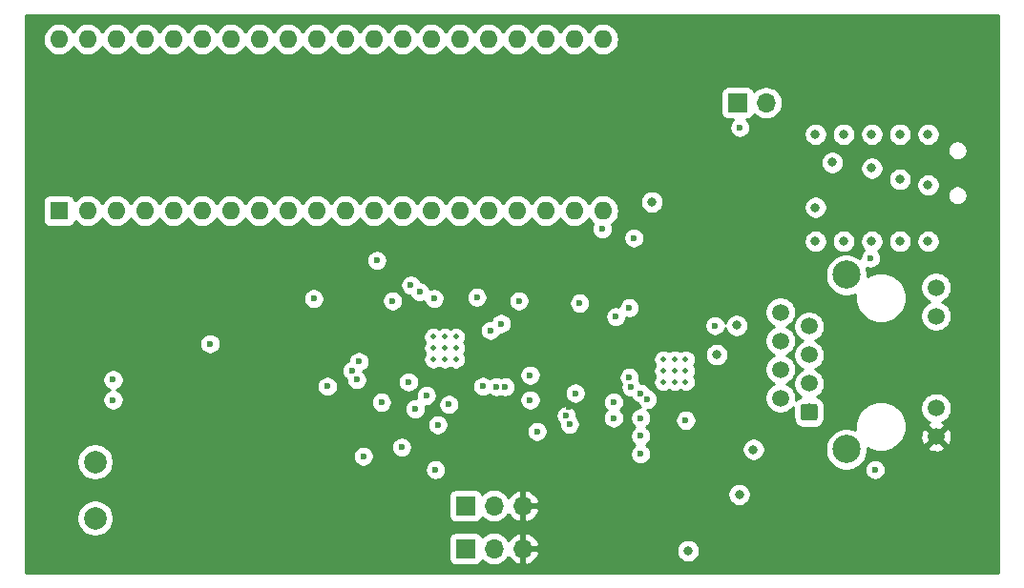
<source format=gbr>
G04 #@! TF.GenerationSoftware,KiCad,Pcbnew,(5.1.2-1)-1*
G04 #@! TF.CreationDate,2019-06-14T19:54:31-04:00*
G04 #@! TF.ProjectId,100base-t1-converter,31303062-6173-4652-9d74-312d636f6e76,rev?*
G04 #@! TF.SameCoordinates,Original*
G04 #@! TF.FileFunction,Copper,L3,Inr*
G04 #@! TF.FilePolarity,Positive*
%FSLAX46Y46*%
G04 Gerber Fmt 4.6, Leading zero omitted, Abs format (unit mm)*
G04 Created by KiCad (PCBNEW (5.1.2-1)-1) date 2019-06-14 19:54:31*
%MOMM*%
%LPD*%
G04 APERTURE LIST*
%ADD10C,1.500000*%
%ADD11C,2.500000*%
%ADD12C,0.100000*%
%ADD13C,2.000000*%
%ADD14O,1.700000X1.700000*%
%ADD15R,1.700000X1.700000*%
%ADD16C,0.500000*%
%ADD17R,1.600000X1.600000*%
%ADD18O,1.600000X1.600000*%
%ADD19C,0.600000*%
%ADD20C,0.800000*%
%ADD21C,0.254000*%
G04 APERTURE END LIST*
D10*
X246210000Y-98155000D03*
X246210000Y-95615000D03*
X246210000Y-106325000D03*
X246210000Y-108865000D03*
D11*
X238260000Y-94495000D03*
D10*
X232410000Y-97800000D03*
D11*
X238260000Y-109985000D03*
D10*
X234950000Y-99060000D03*
X232410000Y-100340000D03*
X234950000Y-101600000D03*
X232410000Y-102880000D03*
X234950000Y-104140000D03*
X232410000Y-105420000D03*
D12*
G36*
X235474053Y-105931206D02*
G01*
X235498370Y-105934813D01*
X235522216Y-105940786D01*
X235545362Y-105949068D01*
X235567585Y-105959579D01*
X235588670Y-105972217D01*
X235608416Y-105986861D01*
X235626630Y-106003370D01*
X235643139Y-106021584D01*
X235657783Y-106041330D01*
X235670421Y-106062415D01*
X235680932Y-106084638D01*
X235689214Y-106107784D01*
X235695187Y-106131630D01*
X235698794Y-106155947D01*
X235700000Y-106180500D01*
X235700000Y-107179500D01*
X235698794Y-107204053D01*
X235695187Y-107228370D01*
X235689214Y-107252216D01*
X235680932Y-107275362D01*
X235670421Y-107297585D01*
X235657783Y-107318670D01*
X235643139Y-107338416D01*
X235626630Y-107356630D01*
X235608416Y-107373139D01*
X235588670Y-107387783D01*
X235567585Y-107400421D01*
X235545362Y-107410932D01*
X235522216Y-107419214D01*
X235498370Y-107425187D01*
X235474053Y-107428794D01*
X235449500Y-107430000D01*
X234450500Y-107430000D01*
X234425947Y-107428794D01*
X234401630Y-107425187D01*
X234377784Y-107419214D01*
X234354638Y-107410932D01*
X234332415Y-107400421D01*
X234311330Y-107387783D01*
X234291584Y-107373139D01*
X234273370Y-107356630D01*
X234256861Y-107338416D01*
X234242217Y-107318670D01*
X234229579Y-107297585D01*
X234219068Y-107275362D01*
X234210786Y-107252216D01*
X234204813Y-107228370D01*
X234201206Y-107204053D01*
X234200000Y-107179500D01*
X234200000Y-106180500D01*
X234201206Y-106155947D01*
X234204813Y-106131630D01*
X234210786Y-106107784D01*
X234219068Y-106084638D01*
X234229579Y-106062415D01*
X234242217Y-106041330D01*
X234256861Y-106021584D01*
X234273370Y-106003370D01*
X234291584Y-105986861D01*
X234311330Y-105972217D01*
X234332415Y-105959579D01*
X234354638Y-105949068D01*
X234377784Y-105940786D01*
X234401630Y-105934813D01*
X234425947Y-105931206D01*
X234450500Y-105930000D01*
X235449500Y-105930000D01*
X235474053Y-105931206D01*
X235474053Y-105931206D01*
G37*
D10*
X234950000Y-106680000D03*
D13*
X171600000Y-111100000D03*
X171600000Y-116100000D03*
D14*
X209540000Y-118800000D03*
X207000000Y-118800000D03*
D15*
X204460000Y-118800000D03*
X204460000Y-115000000D03*
D14*
X207000000Y-115000000D03*
X209540000Y-115000000D03*
D15*
X228600000Y-79200000D03*
D14*
X231140000Y-79200000D03*
D16*
X201600000Y-100000000D03*
X202600000Y-100000000D03*
X203600000Y-100000000D03*
X201600000Y-101000000D03*
X202600000Y-101000000D03*
X203600000Y-101000000D03*
X201600000Y-102000000D03*
X202600000Y-102000000D03*
X203600000Y-102000000D03*
D17*
X168400000Y-88800000D03*
D18*
X216660000Y-73560000D03*
X170940000Y-88800000D03*
X214120000Y-73560000D03*
X173480000Y-88800000D03*
X211580000Y-73560000D03*
X176020000Y-88800000D03*
X209040000Y-73560000D03*
X178560000Y-88800000D03*
X206500000Y-73560000D03*
X181100000Y-88800000D03*
X203960000Y-73560000D03*
X183640000Y-88800000D03*
X201420000Y-73560000D03*
X186180000Y-88800000D03*
X198880000Y-73560000D03*
X188720000Y-88800000D03*
X196340000Y-73560000D03*
X191260000Y-88800000D03*
X193800000Y-73560000D03*
X193800000Y-88800000D03*
X191260000Y-73560000D03*
X196340000Y-88800000D03*
X188720000Y-73560000D03*
X198880000Y-88800000D03*
X186180000Y-73560000D03*
X201420000Y-88800000D03*
X183640000Y-73560000D03*
X203960000Y-88800000D03*
X181100000Y-73560000D03*
X206500000Y-88800000D03*
X178560000Y-73560000D03*
X209040000Y-88800000D03*
X176020000Y-73560000D03*
X211580000Y-88800000D03*
X173480000Y-73560000D03*
X214120000Y-88800000D03*
X170940000Y-73560000D03*
X216660000Y-88800000D03*
X168400000Y-73560000D03*
D16*
X224000000Y-104000000D03*
X223000000Y-104000000D03*
X222000000Y-104000000D03*
X224000000Y-103000000D03*
X223000000Y-103000000D03*
X222000000Y-103000000D03*
X224000000Y-102000000D03*
X223000000Y-102000000D03*
X222000000Y-102000000D03*
D19*
X192200000Y-104400000D03*
X228800000Y-81400000D03*
D20*
X235500000Y-88500000D03*
X245500000Y-82000000D03*
X243000000Y-82000000D03*
X240500000Y-82000000D03*
X238000000Y-82000000D03*
X235500000Y-82000000D03*
X235500000Y-91500000D03*
X238000000Y-91500000D03*
X240500000Y-91500000D03*
X245500000Y-91500000D03*
X243000000Y-91500000D03*
X245500000Y-86500000D03*
X243000000Y-86000000D03*
X240500000Y-85000000D03*
X237000000Y-84500000D03*
X230000000Y-110000000D03*
X228750000Y-114000000D03*
X221000000Y-88000000D03*
D19*
X220000000Y-107200000D03*
X220000000Y-108800000D03*
X220000000Y-110400000D03*
X210200000Y-103400000D03*
X207980845Y-104423790D03*
X219000000Y-97400000D03*
X206670572Y-99423790D03*
X217800000Y-98200000D03*
X214600000Y-97000000D03*
X209200000Y-96800000D03*
X216600000Y-90400000D03*
X197000000Y-105800000D03*
X202000000Y-107800000D03*
X201800000Y-111800000D03*
X213681259Y-107748941D03*
X194800000Y-103800000D03*
X195400000Y-110600000D03*
X195000000Y-102200000D03*
X181800000Y-100600000D03*
X191000000Y-96600000D03*
X198000000Y-96800000D03*
X173200000Y-105600000D03*
X173200000Y-103800000D03*
X210800000Y-108400000D03*
X226600000Y-99000000D03*
D20*
X224200000Y-119000000D03*
X231000000Y-87000000D03*
D19*
X221953957Y-99417513D03*
D20*
X228800000Y-86600000D03*
D19*
X220000000Y-112000000D03*
X213600000Y-109400000D03*
X209000000Y-109000000D03*
X216400000Y-98200000D03*
X212200000Y-96400000D03*
X202400000Y-92800000D03*
X199800000Y-111800000D03*
X213588956Y-106222623D03*
X189600000Y-102200000D03*
X192600000Y-96600000D03*
X205200000Y-93000000D03*
X197800000Y-90800000D03*
X194976210Y-96092558D03*
X208200000Y-110600000D03*
X207180832Y-104423790D03*
X207618977Y-98818977D03*
X203000000Y-106000000D03*
X201000000Y-105200000D03*
X200000000Y-106400000D03*
X198800000Y-109800000D03*
D20*
X226750000Y-101575000D03*
D19*
X224000000Y-107400000D03*
D20*
X228515000Y-98985000D03*
D19*
X217600000Y-107200000D03*
X217600000Y-105800000D03*
X240400000Y-93000000D03*
X220012741Y-105006727D03*
X219000000Y-103600000D03*
X199600000Y-95400000D03*
X200400000Y-96000000D03*
X219154045Y-104464534D03*
X206000000Y-104400000D03*
X214200000Y-105000000D03*
X199400000Y-104000000D03*
X196600000Y-93200000D03*
X240800000Y-111800000D03*
X220600000Y-105550000D03*
X210200000Y-105600000D03*
X201676210Y-96592558D03*
X213400000Y-107000000D03*
X219400000Y-91200000D03*
X205469942Y-96469942D03*
X194400000Y-103000000D03*
D21*
G36*
X251740000Y-120940000D02*
G01*
X165460000Y-120940000D01*
X165460000Y-117950000D01*
X202971928Y-117950000D01*
X202971928Y-119650000D01*
X202984188Y-119774482D01*
X203020498Y-119894180D01*
X203079463Y-120004494D01*
X203158815Y-120101185D01*
X203255506Y-120180537D01*
X203365820Y-120239502D01*
X203485518Y-120275812D01*
X203610000Y-120288072D01*
X205310000Y-120288072D01*
X205434482Y-120275812D01*
X205554180Y-120239502D01*
X205664494Y-120180537D01*
X205761185Y-120101185D01*
X205840537Y-120004494D01*
X205899502Y-119894180D01*
X205920393Y-119825313D01*
X205944866Y-119855134D01*
X206170986Y-120040706D01*
X206428966Y-120178599D01*
X206708889Y-120263513D01*
X206927050Y-120285000D01*
X207072950Y-120285000D01*
X207291111Y-120263513D01*
X207571034Y-120178599D01*
X207829014Y-120040706D01*
X208055134Y-119855134D01*
X208240706Y-119629014D01*
X208275201Y-119564477D01*
X208344822Y-119681355D01*
X208539731Y-119897588D01*
X208773080Y-120071641D01*
X209035901Y-120196825D01*
X209183110Y-120241476D01*
X209413000Y-120120155D01*
X209413000Y-118927000D01*
X209667000Y-118927000D01*
X209667000Y-120120155D01*
X209896890Y-120241476D01*
X210044099Y-120196825D01*
X210306920Y-120071641D01*
X210540269Y-119897588D01*
X210735178Y-119681355D01*
X210884157Y-119431252D01*
X210981481Y-119156891D01*
X210860814Y-118927000D01*
X209667000Y-118927000D01*
X209413000Y-118927000D01*
X209393000Y-118927000D01*
X209393000Y-118898061D01*
X223165000Y-118898061D01*
X223165000Y-119101939D01*
X223204774Y-119301898D01*
X223282795Y-119490256D01*
X223396063Y-119659774D01*
X223540226Y-119803937D01*
X223709744Y-119917205D01*
X223898102Y-119995226D01*
X224098061Y-120035000D01*
X224301939Y-120035000D01*
X224501898Y-119995226D01*
X224690256Y-119917205D01*
X224859774Y-119803937D01*
X225003937Y-119659774D01*
X225117205Y-119490256D01*
X225195226Y-119301898D01*
X225235000Y-119101939D01*
X225235000Y-118898061D01*
X225195226Y-118698102D01*
X225117205Y-118509744D01*
X225003937Y-118340226D01*
X224859774Y-118196063D01*
X224690256Y-118082795D01*
X224501898Y-118004774D01*
X224301939Y-117965000D01*
X224098061Y-117965000D01*
X223898102Y-118004774D01*
X223709744Y-118082795D01*
X223540226Y-118196063D01*
X223396063Y-118340226D01*
X223282795Y-118509744D01*
X223204774Y-118698102D01*
X223165000Y-118898061D01*
X209393000Y-118898061D01*
X209393000Y-118673000D01*
X209413000Y-118673000D01*
X209413000Y-117479845D01*
X209667000Y-117479845D01*
X209667000Y-118673000D01*
X210860814Y-118673000D01*
X210981481Y-118443109D01*
X210884157Y-118168748D01*
X210735178Y-117918645D01*
X210540269Y-117702412D01*
X210306920Y-117528359D01*
X210044099Y-117403175D01*
X209896890Y-117358524D01*
X209667000Y-117479845D01*
X209413000Y-117479845D01*
X209183110Y-117358524D01*
X209035901Y-117403175D01*
X208773080Y-117528359D01*
X208539731Y-117702412D01*
X208344822Y-117918645D01*
X208275201Y-118035523D01*
X208240706Y-117970986D01*
X208055134Y-117744866D01*
X207829014Y-117559294D01*
X207571034Y-117421401D01*
X207291111Y-117336487D01*
X207072950Y-117315000D01*
X206927050Y-117315000D01*
X206708889Y-117336487D01*
X206428966Y-117421401D01*
X206170986Y-117559294D01*
X205944866Y-117744866D01*
X205920393Y-117774687D01*
X205899502Y-117705820D01*
X205840537Y-117595506D01*
X205761185Y-117498815D01*
X205664494Y-117419463D01*
X205554180Y-117360498D01*
X205434482Y-117324188D01*
X205310000Y-117311928D01*
X203610000Y-117311928D01*
X203485518Y-117324188D01*
X203365820Y-117360498D01*
X203255506Y-117419463D01*
X203158815Y-117498815D01*
X203079463Y-117595506D01*
X203020498Y-117705820D01*
X202984188Y-117825518D01*
X202971928Y-117950000D01*
X165460000Y-117950000D01*
X165460000Y-115938967D01*
X169965000Y-115938967D01*
X169965000Y-116261033D01*
X170027832Y-116576912D01*
X170151082Y-116874463D01*
X170330013Y-117142252D01*
X170557748Y-117369987D01*
X170825537Y-117548918D01*
X171123088Y-117672168D01*
X171438967Y-117735000D01*
X171761033Y-117735000D01*
X172076912Y-117672168D01*
X172374463Y-117548918D01*
X172642252Y-117369987D01*
X172869987Y-117142252D01*
X173048918Y-116874463D01*
X173172168Y-116576912D01*
X173235000Y-116261033D01*
X173235000Y-115938967D01*
X173172168Y-115623088D01*
X173048918Y-115325537D01*
X172869987Y-115057748D01*
X172642252Y-114830013D01*
X172374463Y-114651082D01*
X172076912Y-114527832D01*
X171761033Y-114465000D01*
X171438967Y-114465000D01*
X171123088Y-114527832D01*
X170825537Y-114651082D01*
X170557748Y-114830013D01*
X170330013Y-115057748D01*
X170151082Y-115325537D01*
X170027832Y-115623088D01*
X169965000Y-115938967D01*
X165460000Y-115938967D01*
X165460000Y-114150000D01*
X202971928Y-114150000D01*
X202971928Y-115850000D01*
X202984188Y-115974482D01*
X203020498Y-116094180D01*
X203079463Y-116204494D01*
X203158815Y-116301185D01*
X203255506Y-116380537D01*
X203365820Y-116439502D01*
X203485518Y-116475812D01*
X203610000Y-116488072D01*
X205310000Y-116488072D01*
X205434482Y-116475812D01*
X205554180Y-116439502D01*
X205664494Y-116380537D01*
X205761185Y-116301185D01*
X205840537Y-116204494D01*
X205899502Y-116094180D01*
X205920393Y-116025313D01*
X205944866Y-116055134D01*
X206170986Y-116240706D01*
X206428966Y-116378599D01*
X206708889Y-116463513D01*
X206927050Y-116485000D01*
X207072950Y-116485000D01*
X207291111Y-116463513D01*
X207571034Y-116378599D01*
X207829014Y-116240706D01*
X208055134Y-116055134D01*
X208240706Y-115829014D01*
X208275201Y-115764477D01*
X208344822Y-115881355D01*
X208539731Y-116097588D01*
X208773080Y-116271641D01*
X209035901Y-116396825D01*
X209183110Y-116441476D01*
X209413000Y-116320155D01*
X209413000Y-115127000D01*
X209667000Y-115127000D01*
X209667000Y-116320155D01*
X209896890Y-116441476D01*
X210044099Y-116396825D01*
X210306920Y-116271641D01*
X210540269Y-116097588D01*
X210735178Y-115881355D01*
X210884157Y-115631252D01*
X210981481Y-115356891D01*
X210860814Y-115127000D01*
X209667000Y-115127000D01*
X209413000Y-115127000D01*
X209393000Y-115127000D01*
X209393000Y-114873000D01*
X209413000Y-114873000D01*
X209413000Y-113679845D01*
X209667000Y-113679845D01*
X209667000Y-114873000D01*
X210860814Y-114873000D01*
X210981481Y-114643109D01*
X210884157Y-114368748D01*
X210735178Y-114118645D01*
X210540269Y-113902412D01*
X210534436Y-113898061D01*
X227715000Y-113898061D01*
X227715000Y-114101939D01*
X227754774Y-114301898D01*
X227832795Y-114490256D01*
X227946063Y-114659774D01*
X228090226Y-114803937D01*
X228259744Y-114917205D01*
X228448102Y-114995226D01*
X228648061Y-115035000D01*
X228851939Y-115035000D01*
X229051898Y-114995226D01*
X229240256Y-114917205D01*
X229409774Y-114803937D01*
X229553937Y-114659774D01*
X229667205Y-114490256D01*
X229745226Y-114301898D01*
X229785000Y-114101939D01*
X229785000Y-113898061D01*
X229745226Y-113698102D01*
X229667205Y-113509744D01*
X229553937Y-113340226D01*
X229409774Y-113196063D01*
X229240256Y-113082795D01*
X229051898Y-113004774D01*
X228851939Y-112965000D01*
X228648061Y-112965000D01*
X228448102Y-113004774D01*
X228259744Y-113082795D01*
X228090226Y-113196063D01*
X227946063Y-113340226D01*
X227832795Y-113509744D01*
X227754774Y-113698102D01*
X227715000Y-113898061D01*
X210534436Y-113898061D01*
X210306920Y-113728359D01*
X210044099Y-113603175D01*
X209896890Y-113558524D01*
X209667000Y-113679845D01*
X209413000Y-113679845D01*
X209183110Y-113558524D01*
X209035901Y-113603175D01*
X208773080Y-113728359D01*
X208539731Y-113902412D01*
X208344822Y-114118645D01*
X208275201Y-114235523D01*
X208240706Y-114170986D01*
X208055134Y-113944866D01*
X207829014Y-113759294D01*
X207571034Y-113621401D01*
X207291111Y-113536487D01*
X207072950Y-113515000D01*
X206927050Y-113515000D01*
X206708889Y-113536487D01*
X206428966Y-113621401D01*
X206170986Y-113759294D01*
X205944866Y-113944866D01*
X205920393Y-113974687D01*
X205899502Y-113905820D01*
X205840537Y-113795506D01*
X205761185Y-113698815D01*
X205664494Y-113619463D01*
X205554180Y-113560498D01*
X205434482Y-113524188D01*
X205310000Y-113511928D01*
X203610000Y-113511928D01*
X203485518Y-113524188D01*
X203365820Y-113560498D01*
X203255506Y-113619463D01*
X203158815Y-113698815D01*
X203079463Y-113795506D01*
X203020498Y-113905820D01*
X202984188Y-114025518D01*
X202971928Y-114150000D01*
X165460000Y-114150000D01*
X165460000Y-110938967D01*
X169965000Y-110938967D01*
X169965000Y-111261033D01*
X170027832Y-111576912D01*
X170151082Y-111874463D01*
X170330013Y-112142252D01*
X170557748Y-112369987D01*
X170825537Y-112548918D01*
X171123088Y-112672168D01*
X171438967Y-112735000D01*
X171761033Y-112735000D01*
X172076912Y-112672168D01*
X172374463Y-112548918D01*
X172642252Y-112369987D01*
X172869987Y-112142252D01*
X173048918Y-111874463D01*
X173117906Y-111707911D01*
X200865000Y-111707911D01*
X200865000Y-111892089D01*
X200900932Y-112072729D01*
X200971414Y-112242889D01*
X201073738Y-112396028D01*
X201203972Y-112526262D01*
X201357111Y-112628586D01*
X201527271Y-112699068D01*
X201707911Y-112735000D01*
X201892089Y-112735000D01*
X202072729Y-112699068D01*
X202242889Y-112628586D01*
X202396028Y-112526262D01*
X202526262Y-112396028D01*
X202628586Y-112242889D01*
X202699068Y-112072729D01*
X202735000Y-111892089D01*
X202735000Y-111707911D01*
X202699068Y-111527271D01*
X202628586Y-111357111D01*
X202526262Y-111203972D01*
X202396028Y-111073738D01*
X202242889Y-110971414D01*
X202072729Y-110900932D01*
X201892089Y-110865000D01*
X201707911Y-110865000D01*
X201527271Y-110900932D01*
X201357111Y-110971414D01*
X201203972Y-111073738D01*
X201073738Y-111203972D01*
X200971414Y-111357111D01*
X200900932Y-111527271D01*
X200865000Y-111707911D01*
X173117906Y-111707911D01*
X173172168Y-111576912D01*
X173235000Y-111261033D01*
X173235000Y-110938967D01*
X173172168Y-110623088D01*
X173124460Y-110507911D01*
X194465000Y-110507911D01*
X194465000Y-110692089D01*
X194500932Y-110872729D01*
X194571414Y-111042889D01*
X194673738Y-111196028D01*
X194803972Y-111326262D01*
X194957111Y-111428586D01*
X195127271Y-111499068D01*
X195307911Y-111535000D01*
X195492089Y-111535000D01*
X195672729Y-111499068D01*
X195842889Y-111428586D01*
X195996028Y-111326262D01*
X196126262Y-111196028D01*
X196228586Y-111042889D01*
X196299068Y-110872729D01*
X196335000Y-110692089D01*
X196335000Y-110507911D01*
X196299068Y-110327271D01*
X196228586Y-110157111D01*
X196126262Y-110003972D01*
X195996028Y-109873738D01*
X195842889Y-109771414D01*
X195689578Y-109707911D01*
X197865000Y-109707911D01*
X197865000Y-109892089D01*
X197900932Y-110072729D01*
X197971414Y-110242889D01*
X198073738Y-110396028D01*
X198203972Y-110526262D01*
X198357111Y-110628586D01*
X198527271Y-110699068D01*
X198707911Y-110735000D01*
X198892089Y-110735000D01*
X199072729Y-110699068D01*
X199242889Y-110628586D01*
X199396028Y-110526262D01*
X199526262Y-110396028D01*
X199628586Y-110242889D01*
X199699068Y-110072729D01*
X199735000Y-109892089D01*
X199735000Y-109707911D01*
X199699068Y-109527271D01*
X199628586Y-109357111D01*
X199526262Y-109203972D01*
X199396028Y-109073738D01*
X199242889Y-108971414D01*
X199072729Y-108900932D01*
X198892089Y-108865000D01*
X198707911Y-108865000D01*
X198527271Y-108900932D01*
X198357111Y-108971414D01*
X198203972Y-109073738D01*
X198073738Y-109203972D01*
X197971414Y-109357111D01*
X197900932Y-109527271D01*
X197865000Y-109707911D01*
X195689578Y-109707911D01*
X195672729Y-109700932D01*
X195492089Y-109665000D01*
X195307911Y-109665000D01*
X195127271Y-109700932D01*
X194957111Y-109771414D01*
X194803972Y-109873738D01*
X194673738Y-110003972D01*
X194571414Y-110157111D01*
X194500932Y-110327271D01*
X194465000Y-110507911D01*
X173124460Y-110507911D01*
X173048918Y-110325537D01*
X172869987Y-110057748D01*
X172642252Y-109830013D01*
X172374463Y-109651082D01*
X172076912Y-109527832D01*
X171761033Y-109465000D01*
X171438967Y-109465000D01*
X171123088Y-109527832D01*
X170825537Y-109651082D01*
X170557748Y-109830013D01*
X170330013Y-110057748D01*
X170151082Y-110325537D01*
X170027832Y-110623088D01*
X169965000Y-110938967D01*
X165460000Y-110938967D01*
X165460000Y-107707911D01*
X201065000Y-107707911D01*
X201065000Y-107892089D01*
X201100932Y-108072729D01*
X201171414Y-108242889D01*
X201273738Y-108396028D01*
X201403972Y-108526262D01*
X201557111Y-108628586D01*
X201727271Y-108699068D01*
X201907911Y-108735000D01*
X202092089Y-108735000D01*
X202272729Y-108699068D01*
X202442889Y-108628586D01*
X202596028Y-108526262D01*
X202726262Y-108396028D01*
X202785139Y-108307911D01*
X209865000Y-108307911D01*
X209865000Y-108492089D01*
X209900932Y-108672729D01*
X209971414Y-108842889D01*
X210073738Y-108996028D01*
X210203972Y-109126262D01*
X210357111Y-109228586D01*
X210527271Y-109299068D01*
X210707911Y-109335000D01*
X210892089Y-109335000D01*
X211072729Y-109299068D01*
X211242889Y-109228586D01*
X211396028Y-109126262D01*
X211526262Y-108996028D01*
X211628586Y-108842889D01*
X211699068Y-108672729D01*
X211735000Y-108492089D01*
X211735000Y-108307911D01*
X211699068Y-108127271D01*
X211628586Y-107957111D01*
X211526262Y-107803972D01*
X211396028Y-107673738D01*
X211242889Y-107571414D01*
X211072729Y-107500932D01*
X210892089Y-107465000D01*
X210707911Y-107465000D01*
X210527271Y-107500932D01*
X210357111Y-107571414D01*
X210203972Y-107673738D01*
X210073738Y-107803972D01*
X209971414Y-107957111D01*
X209900932Y-108127271D01*
X209865000Y-108307911D01*
X202785139Y-108307911D01*
X202828586Y-108242889D01*
X202899068Y-108072729D01*
X202935000Y-107892089D01*
X202935000Y-107707911D01*
X202899068Y-107527271D01*
X202828586Y-107357111D01*
X202726262Y-107203972D01*
X202596028Y-107073738D01*
X202442889Y-106971414D01*
X202272729Y-106900932D01*
X202092089Y-106865000D01*
X201907911Y-106865000D01*
X201727271Y-106900932D01*
X201557111Y-106971414D01*
X201403972Y-107073738D01*
X201273738Y-107203972D01*
X201171414Y-107357111D01*
X201100932Y-107527271D01*
X201065000Y-107707911D01*
X165460000Y-107707911D01*
X165460000Y-103707911D01*
X172265000Y-103707911D01*
X172265000Y-103892089D01*
X172300932Y-104072729D01*
X172371414Y-104242889D01*
X172473738Y-104396028D01*
X172603972Y-104526262D01*
X172757111Y-104628586D01*
X172927271Y-104699068D01*
X172931956Y-104700000D01*
X172927271Y-104700932D01*
X172757111Y-104771414D01*
X172603972Y-104873738D01*
X172473738Y-105003972D01*
X172371414Y-105157111D01*
X172300932Y-105327271D01*
X172265000Y-105507911D01*
X172265000Y-105692089D01*
X172300932Y-105872729D01*
X172371414Y-106042889D01*
X172473738Y-106196028D01*
X172603972Y-106326262D01*
X172757111Y-106428586D01*
X172927271Y-106499068D01*
X173107911Y-106535000D01*
X173292089Y-106535000D01*
X173472729Y-106499068D01*
X173642889Y-106428586D01*
X173796028Y-106326262D01*
X173926262Y-106196028D01*
X174028586Y-106042889D01*
X174099068Y-105872729D01*
X174131852Y-105707911D01*
X196065000Y-105707911D01*
X196065000Y-105892089D01*
X196100932Y-106072729D01*
X196171414Y-106242889D01*
X196273738Y-106396028D01*
X196403972Y-106526262D01*
X196557111Y-106628586D01*
X196727271Y-106699068D01*
X196907911Y-106735000D01*
X197092089Y-106735000D01*
X197272729Y-106699068D01*
X197442889Y-106628586D01*
X197596028Y-106526262D01*
X197726262Y-106396028D01*
X197785139Y-106307911D01*
X199065000Y-106307911D01*
X199065000Y-106492089D01*
X199100932Y-106672729D01*
X199171414Y-106842889D01*
X199273738Y-106996028D01*
X199403972Y-107126262D01*
X199557111Y-107228586D01*
X199727271Y-107299068D01*
X199907911Y-107335000D01*
X200092089Y-107335000D01*
X200272729Y-107299068D01*
X200442889Y-107228586D01*
X200596028Y-107126262D01*
X200726262Y-106996028D01*
X200828586Y-106842889D01*
X200899068Y-106672729D01*
X200935000Y-106492089D01*
X200935000Y-106307911D01*
X200900304Y-106133487D01*
X200907911Y-106135000D01*
X201092089Y-106135000D01*
X201272729Y-106099068D01*
X201442889Y-106028586D01*
X201596028Y-105926262D01*
X201614379Y-105907911D01*
X202065000Y-105907911D01*
X202065000Y-106092089D01*
X202100932Y-106272729D01*
X202171414Y-106442889D01*
X202273738Y-106596028D01*
X202403972Y-106726262D01*
X202557111Y-106828586D01*
X202727271Y-106899068D01*
X202907911Y-106935000D01*
X203092089Y-106935000D01*
X203228272Y-106907911D01*
X212465000Y-106907911D01*
X212465000Y-107092089D01*
X212500932Y-107272729D01*
X212571414Y-107442889D01*
X212673738Y-107596028D01*
X212746259Y-107668549D01*
X212746259Y-107841030D01*
X212782191Y-108021670D01*
X212852673Y-108191830D01*
X212954997Y-108344969D01*
X213085231Y-108475203D01*
X213238370Y-108577527D01*
X213408530Y-108648009D01*
X213589170Y-108683941D01*
X213773348Y-108683941D01*
X213953988Y-108648009D01*
X214124148Y-108577527D01*
X214277287Y-108475203D01*
X214407521Y-108344969D01*
X214509845Y-108191830D01*
X214580327Y-108021670D01*
X214616259Y-107841030D01*
X214616259Y-107656852D01*
X214580327Y-107476212D01*
X214509845Y-107306052D01*
X214407521Y-107152913D01*
X214335000Y-107080392D01*
X214335000Y-106907911D01*
X214299068Y-106727271D01*
X214228586Y-106557111D01*
X214126262Y-106403972D01*
X213996028Y-106273738D01*
X213842889Y-106171414D01*
X213672729Y-106100932D01*
X213492089Y-106065000D01*
X213307911Y-106065000D01*
X213127271Y-106100932D01*
X212957111Y-106171414D01*
X212803972Y-106273738D01*
X212673738Y-106403972D01*
X212571414Y-106557111D01*
X212500932Y-106727271D01*
X212465000Y-106907911D01*
X203228272Y-106907911D01*
X203272729Y-106899068D01*
X203442889Y-106828586D01*
X203596028Y-106726262D01*
X203726262Y-106596028D01*
X203828586Y-106442889D01*
X203899068Y-106272729D01*
X203935000Y-106092089D01*
X203935000Y-105907911D01*
X203899068Y-105727271D01*
X203828586Y-105557111D01*
X203795712Y-105507911D01*
X209265000Y-105507911D01*
X209265000Y-105692089D01*
X209300932Y-105872729D01*
X209371414Y-106042889D01*
X209473738Y-106196028D01*
X209603972Y-106326262D01*
X209757111Y-106428586D01*
X209927271Y-106499068D01*
X210107911Y-106535000D01*
X210292089Y-106535000D01*
X210472729Y-106499068D01*
X210642889Y-106428586D01*
X210796028Y-106326262D01*
X210926262Y-106196028D01*
X211028586Y-106042889D01*
X211099068Y-105872729D01*
X211135000Y-105692089D01*
X211135000Y-105507911D01*
X211099068Y-105327271D01*
X211028586Y-105157111D01*
X210926262Y-105003972D01*
X210830201Y-104907911D01*
X213265000Y-104907911D01*
X213265000Y-105092089D01*
X213300932Y-105272729D01*
X213371414Y-105442889D01*
X213473738Y-105596028D01*
X213603972Y-105726262D01*
X213757111Y-105828586D01*
X213927271Y-105899068D01*
X214107911Y-105935000D01*
X214292089Y-105935000D01*
X214472729Y-105899068D01*
X214642889Y-105828586D01*
X214796028Y-105726262D01*
X214814379Y-105707911D01*
X216665000Y-105707911D01*
X216665000Y-105892089D01*
X216700932Y-106072729D01*
X216771414Y-106242889D01*
X216873738Y-106396028D01*
X216977710Y-106500000D01*
X216873738Y-106603972D01*
X216771414Y-106757111D01*
X216700932Y-106927271D01*
X216665000Y-107107911D01*
X216665000Y-107292089D01*
X216700932Y-107472729D01*
X216771414Y-107642889D01*
X216873738Y-107796028D01*
X217003972Y-107926262D01*
X217157111Y-108028586D01*
X217327271Y-108099068D01*
X217507911Y-108135000D01*
X217692089Y-108135000D01*
X217872729Y-108099068D01*
X218042889Y-108028586D01*
X218196028Y-107926262D01*
X218326262Y-107796028D01*
X218428586Y-107642889D01*
X218499068Y-107472729D01*
X218535000Y-107292089D01*
X218535000Y-107107911D01*
X218499068Y-106927271D01*
X218428586Y-106757111D01*
X218326262Y-106603972D01*
X218222290Y-106500000D01*
X218326262Y-106396028D01*
X218428586Y-106242889D01*
X218499068Y-106072729D01*
X218535000Y-105892089D01*
X218535000Y-105707911D01*
X218499068Y-105527271D01*
X218428586Y-105357111D01*
X218326262Y-105203972D01*
X218196028Y-105073738D01*
X218042889Y-104971414D01*
X217872729Y-104900932D01*
X217692089Y-104865000D01*
X217507911Y-104865000D01*
X217327271Y-104900932D01*
X217157111Y-104971414D01*
X217003972Y-105073738D01*
X216873738Y-105203972D01*
X216771414Y-105357111D01*
X216700932Y-105527271D01*
X216665000Y-105707911D01*
X214814379Y-105707911D01*
X214926262Y-105596028D01*
X215028586Y-105442889D01*
X215099068Y-105272729D01*
X215135000Y-105092089D01*
X215135000Y-104907911D01*
X215099068Y-104727271D01*
X215028586Y-104557111D01*
X214926262Y-104403972D01*
X214796028Y-104273738D01*
X214642889Y-104171414D01*
X214472729Y-104100932D01*
X214292089Y-104065000D01*
X214107911Y-104065000D01*
X213927271Y-104100932D01*
X213757111Y-104171414D01*
X213603972Y-104273738D01*
X213473738Y-104403972D01*
X213371414Y-104557111D01*
X213300932Y-104727271D01*
X213265000Y-104907911D01*
X210830201Y-104907911D01*
X210796028Y-104873738D01*
X210642889Y-104771414D01*
X210472729Y-104700932D01*
X210292089Y-104665000D01*
X210107911Y-104665000D01*
X209927271Y-104700932D01*
X209757111Y-104771414D01*
X209603972Y-104873738D01*
X209473738Y-105003972D01*
X209371414Y-105157111D01*
X209300932Y-105327271D01*
X209265000Y-105507911D01*
X203795712Y-105507911D01*
X203726262Y-105403972D01*
X203596028Y-105273738D01*
X203442889Y-105171414D01*
X203272729Y-105100932D01*
X203092089Y-105065000D01*
X202907911Y-105065000D01*
X202727271Y-105100932D01*
X202557111Y-105171414D01*
X202403972Y-105273738D01*
X202273738Y-105403972D01*
X202171414Y-105557111D01*
X202100932Y-105727271D01*
X202065000Y-105907911D01*
X201614379Y-105907911D01*
X201726262Y-105796028D01*
X201828586Y-105642889D01*
X201899068Y-105472729D01*
X201935000Y-105292089D01*
X201935000Y-105107911D01*
X201899068Y-104927271D01*
X201828586Y-104757111D01*
X201726262Y-104603972D01*
X201596028Y-104473738D01*
X201442889Y-104371414D01*
X201289578Y-104307911D01*
X205065000Y-104307911D01*
X205065000Y-104492089D01*
X205100932Y-104672729D01*
X205171414Y-104842889D01*
X205273738Y-104996028D01*
X205403972Y-105126262D01*
X205557111Y-105228586D01*
X205727271Y-105299068D01*
X205907911Y-105335000D01*
X206092089Y-105335000D01*
X206272729Y-105299068D01*
X206442889Y-105228586D01*
X206575039Y-105140287D01*
X206584804Y-105150052D01*
X206737943Y-105252376D01*
X206908103Y-105322858D01*
X207088743Y-105358790D01*
X207272921Y-105358790D01*
X207453561Y-105322858D01*
X207580839Y-105270138D01*
X207708116Y-105322858D01*
X207888756Y-105358790D01*
X208072934Y-105358790D01*
X208253574Y-105322858D01*
X208423734Y-105252376D01*
X208576873Y-105150052D01*
X208707107Y-105019818D01*
X208809431Y-104866679D01*
X208879913Y-104696519D01*
X208915845Y-104515879D01*
X208915845Y-104331701D01*
X208879913Y-104151061D01*
X208809431Y-103980901D01*
X208707107Y-103827762D01*
X208576873Y-103697528D01*
X208423734Y-103595204D01*
X208253574Y-103524722D01*
X208072934Y-103488790D01*
X207888756Y-103488790D01*
X207708116Y-103524722D01*
X207580839Y-103577442D01*
X207453561Y-103524722D01*
X207272921Y-103488790D01*
X207088743Y-103488790D01*
X206908103Y-103524722D01*
X206737943Y-103595204D01*
X206605793Y-103683503D01*
X206596028Y-103673738D01*
X206442889Y-103571414D01*
X206272729Y-103500932D01*
X206092089Y-103465000D01*
X205907911Y-103465000D01*
X205727271Y-103500932D01*
X205557111Y-103571414D01*
X205403972Y-103673738D01*
X205273738Y-103803972D01*
X205171414Y-103957111D01*
X205100932Y-104127271D01*
X205065000Y-104307911D01*
X201289578Y-104307911D01*
X201272729Y-104300932D01*
X201092089Y-104265000D01*
X200907911Y-104265000D01*
X200727271Y-104300932D01*
X200557111Y-104371414D01*
X200403972Y-104473738D01*
X200273738Y-104603972D01*
X200171414Y-104757111D01*
X200100932Y-104927271D01*
X200065000Y-105107911D01*
X200065000Y-105292089D01*
X200099696Y-105466513D01*
X200092089Y-105465000D01*
X199907911Y-105465000D01*
X199727271Y-105500932D01*
X199557111Y-105571414D01*
X199403972Y-105673738D01*
X199273738Y-105803972D01*
X199171414Y-105957111D01*
X199100932Y-106127271D01*
X199065000Y-106307911D01*
X197785139Y-106307911D01*
X197828586Y-106242889D01*
X197899068Y-106072729D01*
X197935000Y-105892089D01*
X197935000Y-105707911D01*
X197899068Y-105527271D01*
X197828586Y-105357111D01*
X197726262Y-105203972D01*
X197596028Y-105073738D01*
X197442889Y-104971414D01*
X197272729Y-104900932D01*
X197092089Y-104865000D01*
X196907911Y-104865000D01*
X196727271Y-104900932D01*
X196557111Y-104971414D01*
X196403972Y-105073738D01*
X196273738Y-105203972D01*
X196171414Y-105357111D01*
X196100932Y-105527271D01*
X196065000Y-105707911D01*
X174131852Y-105707911D01*
X174135000Y-105692089D01*
X174135000Y-105507911D01*
X174099068Y-105327271D01*
X174028586Y-105157111D01*
X173926262Y-105003972D01*
X173796028Y-104873738D01*
X173642889Y-104771414D01*
X173472729Y-104700932D01*
X173468044Y-104700000D01*
X173472729Y-104699068D01*
X173642889Y-104628586D01*
X173796028Y-104526262D01*
X173926262Y-104396028D01*
X173985139Y-104307911D01*
X191265000Y-104307911D01*
X191265000Y-104492089D01*
X191300932Y-104672729D01*
X191371414Y-104842889D01*
X191473738Y-104996028D01*
X191603972Y-105126262D01*
X191757111Y-105228586D01*
X191927271Y-105299068D01*
X192107911Y-105335000D01*
X192292089Y-105335000D01*
X192472729Y-105299068D01*
X192642889Y-105228586D01*
X192796028Y-105126262D01*
X192926262Y-104996028D01*
X193028586Y-104842889D01*
X193099068Y-104672729D01*
X193135000Y-104492089D01*
X193135000Y-104307911D01*
X193099068Y-104127271D01*
X193028586Y-103957111D01*
X192926262Y-103803972D01*
X192796028Y-103673738D01*
X192642889Y-103571414D01*
X192472729Y-103500932D01*
X192292089Y-103465000D01*
X192107911Y-103465000D01*
X191927271Y-103500932D01*
X191757111Y-103571414D01*
X191603972Y-103673738D01*
X191473738Y-103803972D01*
X191371414Y-103957111D01*
X191300932Y-104127271D01*
X191265000Y-104307911D01*
X173985139Y-104307911D01*
X174028586Y-104242889D01*
X174099068Y-104072729D01*
X174135000Y-103892089D01*
X174135000Y-103707911D01*
X174099068Y-103527271D01*
X174028586Y-103357111D01*
X173926262Y-103203972D01*
X173796028Y-103073738D01*
X173642889Y-102971414D01*
X173489578Y-102907911D01*
X193465000Y-102907911D01*
X193465000Y-103092089D01*
X193500932Y-103272729D01*
X193571414Y-103442889D01*
X193673738Y-103596028D01*
X193803972Y-103726262D01*
X193865000Y-103767040D01*
X193865000Y-103892089D01*
X193900932Y-104072729D01*
X193971414Y-104242889D01*
X194073738Y-104396028D01*
X194203972Y-104526262D01*
X194357111Y-104628586D01*
X194527271Y-104699068D01*
X194707911Y-104735000D01*
X194892089Y-104735000D01*
X195072729Y-104699068D01*
X195242889Y-104628586D01*
X195396028Y-104526262D01*
X195526262Y-104396028D01*
X195628586Y-104242889D01*
X195699068Y-104072729D01*
X195731852Y-103907911D01*
X198465000Y-103907911D01*
X198465000Y-104092089D01*
X198500932Y-104272729D01*
X198571414Y-104442889D01*
X198673738Y-104596028D01*
X198803972Y-104726262D01*
X198957111Y-104828586D01*
X199127271Y-104899068D01*
X199307911Y-104935000D01*
X199492089Y-104935000D01*
X199672729Y-104899068D01*
X199842889Y-104828586D01*
X199996028Y-104726262D01*
X200126262Y-104596028D01*
X200228586Y-104442889D01*
X200299068Y-104272729D01*
X200335000Y-104092089D01*
X200335000Y-103907911D01*
X200299068Y-103727271D01*
X200228586Y-103557111D01*
X200126262Y-103403972D01*
X200030201Y-103307911D01*
X209265000Y-103307911D01*
X209265000Y-103492089D01*
X209300932Y-103672729D01*
X209371414Y-103842889D01*
X209473738Y-103996028D01*
X209603972Y-104126262D01*
X209757111Y-104228586D01*
X209927271Y-104299068D01*
X210107911Y-104335000D01*
X210292089Y-104335000D01*
X210472729Y-104299068D01*
X210642889Y-104228586D01*
X210796028Y-104126262D01*
X210926262Y-103996028D01*
X211028586Y-103842889D01*
X211099068Y-103672729D01*
X211131852Y-103507911D01*
X218065000Y-103507911D01*
X218065000Y-103692089D01*
X218100932Y-103872729D01*
X218171414Y-104042889D01*
X218261077Y-104177079D01*
X218254977Y-104191805D01*
X218219045Y-104372445D01*
X218219045Y-104556623D01*
X218254977Y-104737263D01*
X218325459Y-104907423D01*
X218427783Y-105060562D01*
X218558017Y-105190796D01*
X218711156Y-105293120D01*
X218881316Y-105363602D01*
X219061956Y-105399534D01*
X219163411Y-105399534D01*
X219184155Y-105449616D01*
X219286479Y-105602755D01*
X219416713Y-105732989D01*
X219569852Y-105835313D01*
X219734371Y-105903458D01*
X219771414Y-105992889D01*
X219873738Y-106146028D01*
X219992710Y-106265000D01*
X219907911Y-106265000D01*
X219727271Y-106300932D01*
X219557111Y-106371414D01*
X219403972Y-106473738D01*
X219273738Y-106603972D01*
X219171414Y-106757111D01*
X219100932Y-106927271D01*
X219065000Y-107107911D01*
X219065000Y-107292089D01*
X219100932Y-107472729D01*
X219171414Y-107642889D01*
X219273738Y-107796028D01*
X219403972Y-107926262D01*
X219514329Y-108000000D01*
X219403972Y-108073738D01*
X219273738Y-108203972D01*
X219171414Y-108357111D01*
X219100932Y-108527271D01*
X219065000Y-108707911D01*
X219065000Y-108892089D01*
X219100932Y-109072729D01*
X219171414Y-109242889D01*
X219273738Y-109396028D01*
X219403972Y-109526262D01*
X219514329Y-109600000D01*
X219403972Y-109673738D01*
X219273738Y-109803972D01*
X219171414Y-109957111D01*
X219100932Y-110127271D01*
X219065000Y-110307911D01*
X219065000Y-110492089D01*
X219100932Y-110672729D01*
X219171414Y-110842889D01*
X219273738Y-110996028D01*
X219403972Y-111126262D01*
X219557111Y-111228586D01*
X219727271Y-111299068D01*
X219907911Y-111335000D01*
X220092089Y-111335000D01*
X220272729Y-111299068D01*
X220442889Y-111228586D01*
X220596028Y-111126262D01*
X220726262Y-110996028D01*
X220828586Y-110842889D01*
X220899068Y-110672729D01*
X220935000Y-110492089D01*
X220935000Y-110307911D01*
X220899068Y-110127271D01*
X220828586Y-109957111D01*
X220789131Y-109898061D01*
X228965000Y-109898061D01*
X228965000Y-110101939D01*
X229004774Y-110301898D01*
X229082795Y-110490256D01*
X229196063Y-110659774D01*
X229340226Y-110803937D01*
X229509744Y-110917205D01*
X229698102Y-110995226D01*
X229898061Y-111035000D01*
X230101939Y-111035000D01*
X230301898Y-110995226D01*
X230490256Y-110917205D01*
X230659774Y-110803937D01*
X230803937Y-110659774D01*
X230917205Y-110490256D01*
X230995226Y-110301898D01*
X231035000Y-110101939D01*
X231035000Y-109898061D01*
X231015365Y-109799344D01*
X236375000Y-109799344D01*
X236375000Y-110170656D01*
X236447439Y-110534834D01*
X236589534Y-110877882D01*
X236795825Y-111186618D01*
X237058382Y-111449175D01*
X237367118Y-111655466D01*
X237710166Y-111797561D01*
X238074344Y-111870000D01*
X238445656Y-111870000D01*
X238809834Y-111797561D01*
X239026268Y-111707911D01*
X239865000Y-111707911D01*
X239865000Y-111892089D01*
X239900932Y-112072729D01*
X239971414Y-112242889D01*
X240073738Y-112396028D01*
X240203972Y-112526262D01*
X240357111Y-112628586D01*
X240527271Y-112699068D01*
X240707911Y-112735000D01*
X240892089Y-112735000D01*
X241072729Y-112699068D01*
X241242889Y-112628586D01*
X241396028Y-112526262D01*
X241526262Y-112396028D01*
X241628586Y-112242889D01*
X241699068Y-112072729D01*
X241735000Y-111892089D01*
X241735000Y-111707911D01*
X241699068Y-111527271D01*
X241628586Y-111357111D01*
X241526262Y-111203972D01*
X241396028Y-111073738D01*
X241242889Y-110971414D01*
X241072729Y-110900932D01*
X240892089Y-110865000D01*
X240707911Y-110865000D01*
X240527271Y-110900932D01*
X240357111Y-110971414D01*
X240203972Y-111073738D01*
X240073738Y-111203972D01*
X239971414Y-111357111D01*
X239900932Y-111527271D01*
X239865000Y-111707911D01*
X239026268Y-111707911D01*
X239152882Y-111655466D01*
X239461618Y-111449175D01*
X239724175Y-111186618D01*
X239930466Y-110877882D01*
X240072561Y-110534834D01*
X240145000Y-110170656D01*
X240145000Y-109894650D01*
X240239489Y-109957786D01*
X240650782Y-110128149D01*
X241087409Y-110215000D01*
X241532591Y-110215000D01*
X241969218Y-110128149D01*
X242380511Y-109957786D01*
X242583739Y-109821993D01*
X245432612Y-109821993D01*
X245498137Y-110060860D01*
X245745116Y-110176760D01*
X246009960Y-110242250D01*
X246282492Y-110254812D01*
X246552238Y-110213965D01*
X246808832Y-110121277D01*
X246921863Y-110060860D01*
X246987388Y-109821993D01*
X246210000Y-109044605D01*
X245432612Y-109821993D01*
X242583739Y-109821993D01*
X242750666Y-109710456D01*
X243065456Y-109395666D01*
X243312786Y-109025511D01*
X243349244Y-108937492D01*
X244820188Y-108937492D01*
X244861035Y-109207238D01*
X244953723Y-109463832D01*
X245014140Y-109576863D01*
X245253007Y-109642388D01*
X246030395Y-108865000D01*
X246389605Y-108865000D01*
X247166993Y-109642388D01*
X247405860Y-109576863D01*
X247521760Y-109329884D01*
X247587250Y-109065040D01*
X247599812Y-108792508D01*
X247558965Y-108522762D01*
X247466277Y-108266168D01*
X247405860Y-108153137D01*
X247166993Y-108087612D01*
X246389605Y-108865000D01*
X246030395Y-108865000D01*
X245253007Y-108087612D01*
X245014140Y-108153137D01*
X244898240Y-108400116D01*
X244832750Y-108664960D01*
X244820188Y-108937492D01*
X243349244Y-108937492D01*
X243483149Y-108614218D01*
X243570000Y-108177591D01*
X243570000Y-107732409D01*
X243483149Y-107295782D01*
X243312786Y-106884489D01*
X243065456Y-106514334D01*
X242750666Y-106199544D01*
X242734271Y-106188589D01*
X244825000Y-106188589D01*
X244825000Y-106461411D01*
X244878225Y-106728989D01*
X244982629Y-106981043D01*
X245134201Y-107207886D01*
X245327114Y-107400799D01*
X245553957Y-107552371D01*
X245653279Y-107593511D01*
X245611168Y-107608723D01*
X245498137Y-107669140D01*
X245432612Y-107908007D01*
X246210000Y-108685395D01*
X246987388Y-107908007D01*
X246921863Y-107669140D01*
X246763523Y-107594836D01*
X246866043Y-107552371D01*
X247092886Y-107400799D01*
X247285799Y-107207886D01*
X247437371Y-106981043D01*
X247541775Y-106728989D01*
X247595000Y-106461411D01*
X247595000Y-106188589D01*
X247541775Y-105921011D01*
X247437371Y-105668957D01*
X247285799Y-105442114D01*
X247092886Y-105249201D01*
X246866043Y-105097629D01*
X246613989Y-104993225D01*
X246346411Y-104940000D01*
X246073589Y-104940000D01*
X245806011Y-104993225D01*
X245553957Y-105097629D01*
X245327114Y-105249201D01*
X245134201Y-105442114D01*
X244982629Y-105668957D01*
X244878225Y-105921011D01*
X244825000Y-106188589D01*
X242734271Y-106188589D01*
X242380511Y-105952214D01*
X241969218Y-105781851D01*
X241532591Y-105695000D01*
X241087409Y-105695000D01*
X240650782Y-105781851D01*
X240239489Y-105952214D01*
X239869334Y-106199544D01*
X239554544Y-106514334D01*
X239307214Y-106884489D01*
X239136851Y-107295782D01*
X239050000Y-107732409D01*
X239050000Y-108177591D01*
X239070448Y-108280389D01*
X238809834Y-108172439D01*
X238445656Y-108100000D01*
X238074344Y-108100000D01*
X237710166Y-108172439D01*
X237367118Y-108314534D01*
X237058382Y-108520825D01*
X236795825Y-108783382D01*
X236589534Y-109092118D01*
X236447439Y-109435166D01*
X236375000Y-109799344D01*
X231015365Y-109799344D01*
X230995226Y-109698102D01*
X230917205Y-109509744D01*
X230803937Y-109340226D01*
X230659774Y-109196063D01*
X230490256Y-109082795D01*
X230301898Y-109004774D01*
X230101939Y-108965000D01*
X229898061Y-108965000D01*
X229698102Y-109004774D01*
X229509744Y-109082795D01*
X229340226Y-109196063D01*
X229196063Y-109340226D01*
X229082795Y-109509744D01*
X229004774Y-109698102D01*
X228965000Y-109898061D01*
X220789131Y-109898061D01*
X220726262Y-109803972D01*
X220596028Y-109673738D01*
X220485671Y-109600000D01*
X220596028Y-109526262D01*
X220726262Y-109396028D01*
X220828586Y-109242889D01*
X220899068Y-109072729D01*
X220935000Y-108892089D01*
X220935000Y-108707911D01*
X220899068Y-108527271D01*
X220828586Y-108357111D01*
X220726262Y-108203972D01*
X220596028Y-108073738D01*
X220485671Y-108000000D01*
X220596028Y-107926262D01*
X220726262Y-107796028D01*
X220828586Y-107642889D01*
X220899068Y-107472729D01*
X220931852Y-107307911D01*
X223065000Y-107307911D01*
X223065000Y-107492089D01*
X223100932Y-107672729D01*
X223171414Y-107842889D01*
X223273738Y-107996028D01*
X223403972Y-108126262D01*
X223557111Y-108228586D01*
X223727271Y-108299068D01*
X223907911Y-108335000D01*
X224092089Y-108335000D01*
X224272729Y-108299068D01*
X224442889Y-108228586D01*
X224596028Y-108126262D01*
X224726262Y-107996028D01*
X224828586Y-107842889D01*
X224899068Y-107672729D01*
X224935000Y-107492089D01*
X224935000Y-107307911D01*
X224899068Y-107127271D01*
X224828586Y-106957111D01*
X224726262Y-106803972D01*
X224596028Y-106673738D01*
X224442889Y-106571414D01*
X224272729Y-106500932D01*
X224092089Y-106465000D01*
X223907911Y-106465000D01*
X223727271Y-106500932D01*
X223557111Y-106571414D01*
X223403972Y-106673738D01*
X223273738Y-106803972D01*
X223171414Y-106957111D01*
X223100932Y-107127271D01*
X223065000Y-107307911D01*
X220931852Y-107307911D01*
X220935000Y-107292089D01*
X220935000Y-107107911D01*
X220899068Y-106927271D01*
X220828586Y-106757111D01*
X220726262Y-106603972D01*
X220607290Y-106485000D01*
X220692089Y-106485000D01*
X220872729Y-106449068D01*
X221042889Y-106378586D01*
X221196028Y-106276262D01*
X221326262Y-106146028D01*
X221428586Y-105992889D01*
X221499068Y-105822729D01*
X221535000Y-105642089D01*
X221535000Y-105457911D01*
X221499068Y-105277271D01*
X221428586Y-105107111D01*
X221326262Y-104953972D01*
X221196028Y-104823738D01*
X221042889Y-104721414D01*
X220878370Y-104653269D01*
X220841327Y-104563838D01*
X220739003Y-104410699D01*
X220608769Y-104280465D01*
X220455630Y-104178141D01*
X220285470Y-104107659D01*
X220104830Y-104071727D01*
X220003375Y-104071727D01*
X219982631Y-104021645D01*
X219892968Y-103887455D01*
X219899068Y-103872729D01*
X219935000Y-103692089D01*
X219935000Y-103507911D01*
X219899068Y-103327271D01*
X219828586Y-103157111D01*
X219726262Y-103003972D01*
X219596028Y-102873738D01*
X219442889Y-102771414D01*
X219272729Y-102700932D01*
X219092089Y-102665000D01*
X218907911Y-102665000D01*
X218727271Y-102700932D01*
X218557111Y-102771414D01*
X218403972Y-102873738D01*
X218273738Y-103003972D01*
X218171414Y-103157111D01*
X218100932Y-103327271D01*
X218065000Y-103507911D01*
X211131852Y-103507911D01*
X211135000Y-103492089D01*
X211135000Y-103307911D01*
X211099068Y-103127271D01*
X211028586Y-102957111D01*
X210926262Y-102803972D01*
X210796028Y-102673738D01*
X210642889Y-102571414D01*
X210472729Y-102500932D01*
X210292089Y-102465000D01*
X210107911Y-102465000D01*
X209927271Y-102500932D01*
X209757111Y-102571414D01*
X209603972Y-102673738D01*
X209473738Y-102803972D01*
X209371414Y-102957111D01*
X209300932Y-103127271D01*
X209265000Y-103307911D01*
X200030201Y-103307911D01*
X199996028Y-103273738D01*
X199842889Y-103171414D01*
X199672729Y-103100932D01*
X199492089Y-103065000D01*
X199307911Y-103065000D01*
X199127271Y-103100932D01*
X198957111Y-103171414D01*
X198803972Y-103273738D01*
X198673738Y-103403972D01*
X198571414Y-103557111D01*
X198500932Y-103727271D01*
X198465000Y-103907911D01*
X195731852Y-103907911D01*
X195735000Y-103892089D01*
X195735000Y-103707911D01*
X195699068Y-103527271D01*
X195628586Y-103357111D01*
X195526262Y-103203972D01*
X195396028Y-103073738D01*
X195372246Y-103057847D01*
X195442889Y-103028586D01*
X195596028Y-102926262D01*
X195726262Y-102796028D01*
X195828586Y-102642889D01*
X195899068Y-102472729D01*
X195935000Y-102292089D01*
X195935000Y-102107911D01*
X195899068Y-101927271D01*
X195828586Y-101757111D01*
X195726262Y-101603972D01*
X195596028Y-101473738D01*
X195442889Y-101371414D01*
X195272729Y-101300932D01*
X195092089Y-101265000D01*
X194907911Y-101265000D01*
X194727271Y-101300932D01*
X194557111Y-101371414D01*
X194403972Y-101473738D01*
X194273738Y-101603972D01*
X194171414Y-101757111D01*
X194100932Y-101927271D01*
X194065000Y-102107911D01*
X194065000Y-102126725D01*
X193957111Y-102171414D01*
X193803972Y-102273738D01*
X193673738Y-102403972D01*
X193571414Y-102557111D01*
X193500932Y-102727271D01*
X193465000Y-102907911D01*
X173489578Y-102907911D01*
X173472729Y-102900932D01*
X173292089Y-102865000D01*
X173107911Y-102865000D01*
X172927271Y-102900932D01*
X172757111Y-102971414D01*
X172603972Y-103073738D01*
X172473738Y-103203972D01*
X172371414Y-103357111D01*
X172300932Y-103527271D01*
X172265000Y-103707911D01*
X165460000Y-103707911D01*
X165460000Y-100507911D01*
X180865000Y-100507911D01*
X180865000Y-100692089D01*
X180900932Y-100872729D01*
X180971414Y-101042889D01*
X181073738Y-101196028D01*
X181203972Y-101326262D01*
X181357111Y-101428586D01*
X181527271Y-101499068D01*
X181707911Y-101535000D01*
X181892089Y-101535000D01*
X182072729Y-101499068D01*
X182242889Y-101428586D01*
X182396028Y-101326262D01*
X182526262Y-101196028D01*
X182628586Y-101042889D01*
X182699068Y-100872729D01*
X182735000Y-100692089D01*
X182735000Y-100507911D01*
X182699068Y-100327271D01*
X182628586Y-100157111D01*
X182526262Y-100003972D01*
X182435125Y-99912835D01*
X200715000Y-99912835D01*
X200715000Y-100087165D01*
X200749010Y-100258145D01*
X200815723Y-100419205D01*
X200869709Y-100500000D01*
X200815723Y-100580795D01*
X200749010Y-100741855D01*
X200715000Y-100912835D01*
X200715000Y-101087165D01*
X200749010Y-101258145D01*
X200815723Y-101419205D01*
X200869709Y-101500000D01*
X200815723Y-101580795D01*
X200749010Y-101741855D01*
X200715000Y-101912835D01*
X200715000Y-102087165D01*
X200749010Y-102258145D01*
X200815723Y-102419205D01*
X200912576Y-102564155D01*
X201035845Y-102687424D01*
X201180795Y-102784277D01*
X201341855Y-102850990D01*
X201512835Y-102885000D01*
X201687165Y-102885000D01*
X201858145Y-102850990D01*
X202019205Y-102784277D01*
X202100000Y-102730291D01*
X202180795Y-102784277D01*
X202341855Y-102850990D01*
X202512835Y-102885000D01*
X202687165Y-102885000D01*
X202858145Y-102850990D01*
X203019205Y-102784277D01*
X203100000Y-102730291D01*
X203180795Y-102784277D01*
X203341855Y-102850990D01*
X203512835Y-102885000D01*
X203687165Y-102885000D01*
X203858145Y-102850990D01*
X204019205Y-102784277D01*
X204164155Y-102687424D01*
X204287424Y-102564155D01*
X204384277Y-102419205D01*
X204450990Y-102258145D01*
X204485000Y-102087165D01*
X204485000Y-101912835D01*
X221115000Y-101912835D01*
X221115000Y-102087165D01*
X221149010Y-102258145D01*
X221215723Y-102419205D01*
X221269709Y-102500000D01*
X221215723Y-102580795D01*
X221149010Y-102741855D01*
X221115000Y-102912835D01*
X221115000Y-103087165D01*
X221149010Y-103258145D01*
X221215723Y-103419205D01*
X221269709Y-103500000D01*
X221215723Y-103580795D01*
X221149010Y-103741855D01*
X221115000Y-103912835D01*
X221115000Y-104087165D01*
X221149010Y-104258145D01*
X221215723Y-104419205D01*
X221312576Y-104564155D01*
X221435845Y-104687424D01*
X221580795Y-104784277D01*
X221741855Y-104850990D01*
X221912835Y-104885000D01*
X222087165Y-104885000D01*
X222258145Y-104850990D01*
X222419205Y-104784277D01*
X222500000Y-104730291D01*
X222580795Y-104784277D01*
X222741855Y-104850990D01*
X222912835Y-104885000D01*
X223087165Y-104885000D01*
X223258145Y-104850990D01*
X223419205Y-104784277D01*
X223500000Y-104730291D01*
X223580795Y-104784277D01*
X223741855Y-104850990D01*
X223912835Y-104885000D01*
X224087165Y-104885000D01*
X224258145Y-104850990D01*
X224419205Y-104784277D01*
X224564155Y-104687424D01*
X224687424Y-104564155D01*
X224784277Y-104419205D01*
X224850990Y-104258145D01*
X224885000Y-104087165D01*
X224885000Y-103912835D01*
X224850990Y-103741855D01*
X224784277Y-103580795D01*
X224730291Y-103500000D01*
X224784277Y-103419205D01*
X224850990Y-103258145D01*
X224885000Y-103087165D01*
X224885000Y-102912835D01*
X224850990Y-102741855D01*
X224784277Y-102580795D01*
X224730291Y-102500000D01*
X224784277Y-102419205D01*
X224850990Y-102258145D01*
X224885000Y-102087165D01*
X224885000Y-101912835D01*
X224850990Y-101741855D01*
X224784277Y-101580795D01*
X224712292Y-101473061D01*
X225715000Y-101473061D01*
X225715000Y-101676939D01*
X225754774Y-101876898D01*
X225832795Y-102065256D01*
X225946063Y-102234774D01*
X226090226Y-102378937D01*
X226259744Y-102492205D01*
X226448102Y-102570226D01*
X226648061Y-102610000D01*
X226851939Y-102610000D01*
X227051898Y-102570226D01*
X227240256Y-102492205D01*
X227409774Y-102378937D01*
X227553937Y-102234774D01*
X227667205Y-102065256D01*
X227745226Y-101876898D01*
X227785000Y-101676939D01*
X227785000Y-101473061D01*
X227745226Y-101273102D01*
X227667205Y-101084744D01*
X227553937Y-100915226D01*
X227409774Y-100771063D01*
X227240256Y-100657795D01*
X227051898Y-100579774D01*
X226851939Y-100540000D01*
X226648061Y-100540000D01*
X226448102Y-100579774D01*
X226259744Y-100657795D01*
X226090226Y-100771063D01*
X225946063Y-100915226D01*
X225832795Y-101084744D01*
X225754774Y-101273102D01*
X225715000Y-101473061D01*
X224712292Y-101473061D01*
X224687424Y-101435845D01*
X224564155Y-101312576D01*
X224419205Y-101215723D01*
X224258145Y-101149010D01*
X224087165Y-101115000D01*
X223912835Y-101115000D01*
X223741855Y-101149010D01*
X223580795Y-101215723D01*
X223500000Y-101269709D01*
X223419205Y-101215723D01*
X223258145Y-101149010D01*
X223087165Y-101115000D01*
X222912835Y-101115000D01*
X222741855Y-101149010D01*
X222580795Y-101215723D01*
X222500000Y-101269709D01*
X222419205Y-101215723D01*
X222258145Y-101149010D01*
X222087165Y-101115000D01*
X221912835Y-101115000D01*
X221741855Y-101149010D01*
X221580795Y-101215723D01*
X221435845Y-101312576D01*
X221312576Y-101435845D01*
X221215723Y-101580795D01*
X221149010Y-101741855D01*
X221115000Y-101912835D01*
X204485000Y-101912835D01*
X204450990Y-101741855D01*
X204384277Y-101580795D01*
X204330291Y-101500000D01*
X204384277Y-101419205D01*
X204450990Y-101258145D01*
X204485000Y-101087165D01*
X204485000Y-100912835D01*
X204450990Y-100741855D01*
X204384277Y-100580795D01*
X204330291Y-100500000D01*
X204384277Y-100419205D01*
X204450990Y-100258145D01*
X204485000Y-100087165D01*
X204485000Y-99912835D01*
X204450990Y-99741855D01*
X204384277Y-99580795D01*
X204287424Y-99435845D01*
X204183280Y-99331701D01*
X205735572Y-99331701D01*
X205735572Y-99515879D01*
X205771504Y-99696519D01*
X205841986Y-99866679D01*
X205944310Y-100019818D01*
X206074544Y-100150052D01*
X206227683Y-100252376D01*
X206397843Y-100322858D01*
X206578483Y-100358790D01*
X206762661Y-100358790D01*
X206943301Y-100322858D01*
X207113461Y-100252376D01*
X207266600Y-100150052D01*
X207396834Y-100019818D01*
X207499158Y-99866679D01*
X207545840Y-99753977D01*
X207711066Y-99753977D01*
X207891706Y-99718045D01*
X208061866Y-99647563D01*
X208215005Y-99545239D01*
X208345239Y-99415005D01*
X208447563Y-99261866D01*
X208518045Y-99091706D01*
X208553977Y-98911066D01*
X208553977Y-98726888D01*
X208518045Y-98546248D01*
X208447563Y-98376088D01*
X208345239Y-98222949D01*
X208230201Y-98107911D01*
X216865000Y-98107911D01*
X216865000Y-98292089D01*
X216900932Y-98472729D01*
X216971414Y-98642889D01*
X217073738Y-98796028D01*
X217203972Y-98926262D01*
X217357111Y-99028586D01*
X217527271Y-99099068D01*
X217707911Y-99135000D01*
X217892089Y-99135000D01*
X218072729Y-99099068D01*
X218242889Y-99028586D01*
X218396028Y-98926262D01*
X218414379Y-98907911D01*
X225665000Y-98907911D01*
X225665000Y-99092089D01*
X225700932Y-99272729D01*
X225771414Y-99442889D01*
X225873738Y-99596028D01*
X226003972Y-99726262D01*
X226157111Y-99828586D01*
X226327271Y-99899068D01*
X226507911Y-99935000D01*
X226692089Y-99935000D01*
X226872729Y-99899068D01*
X227042889Y-99828586D01*
X227196028Y-99726262D01*
X227326262Y-99596028D01*
X227428586Y-99442889D01*
X227499068Y-99272729D01*
X227508012Y-99227766D01*
X227519774Y-99286898D01*
X227597795Y-99475256D01*
X227711063Y-99644774D01*
X227855226Y-99788937D01*
X228024744Y-99902205D01*
X228213102Y-99980226D01*
X228413061Y-100020000D01*
X228616939Y-100020000D01*
X228816898Y-99980226D01*
X229005256Y-99902205D01*
X229174774Y-99788937D01*
X229318937Y-99644774D01*
X229432205Y-99475256D01*
X229510226Y-99286898D01*
X229550000Y-99086939D01*
X229550000Y-98883061D01*
X229510226Y-98683102D01*
X229432205Y-98494744D01*
X229318937Y-98325226D01*
X229174774Y-98181063D01*
X229005256Y-98067795D01*
X228816898Y-97989774D01*
X228616939Y-97950000D01*
X228413061Y-97950000D01*
X228213102Y-97989774D01*
X228024744Y-98067795D01*
X227855226Y-98181063D01*
X227711063Y-98325226D01*
X227597795Y-98494744D01*
X227519774Y-98683102D01*
X227505028Y-98757235D01*
X227499068Y-98727271D01*
X227428586Y-98557111D01*
X227326262Y-98403972D01*
X227196028Y-98273738D01*
X227042889Y-98171414D01*
X226872729Y-98100932D01*
X226692089Y-98065000D01*
X226507911Y-98065000D01*
X226327271Y-98100932D01*
X226157111Y-98171414D01*
X226003972Y-98273738D01*
X225873738Y-98403972D01*
X225771414Y-98557111D01*
X225700932Y-98727271D01*
X225665000Y-98907911D01*
X218414379Y-98907911D01*
X218526262Y-98796028D01*
X218628586Y-98642889D01*
X218699068Y-98472729D01*
X218733370Y-98300281D01*
X218907911Y-98335000D01*
X219092089Y-98335000D01*
X219272729Y-98299068D01*
X219442889Y-98228586D01*
X219596028Y-98126262D01*
X219726262Y-97996028D01*
X219828586Y-97842889D01*
X219899068Y-97672729D01*
X219900886Y-97663589D01*
X231025000Y-97663589D01*
X231025000Y-97936411D01*
X231078225Y-98203989D01*
X231182629Y-98456043D01*
X231334201Y-98682886D01*
X231527114Y-98875799D01*
X231753957Y-99027371D01*
X231856873Y-99070000D01*
X231753957Y-99112629D01*
X231527114Y-99264201D01*
X231334201Y-99457114D01*
X231182629Y-99683957D01*
X231078225Y-99936011D01*
X231025000Y-100203589D01*
X231025000Y-100476411D01*
X231078225Y-100743989D01*
X231182629Y-100996043D01*
X231334201Y-101222886D01*
X231527114Y-101415799D01*
X231753957Y-101567371D01*
X231856873Y-101610000D01*
X231753957Y-101652629D01*
X231527114Y-101804201D01*
X231334201Y-101997114D01*
X231182629Y-102223957D01*
X231078225Y-102476011D01*
X231025000Y-102743589D01*
X231025000Y-103016411D01*
X231078225Y-103283989D01*
X231182629Y-103536043D01*
X231334201Y-103762886D01*
X231527114Y-103955799D01*
X231753957Y-104107371D01*
X231856873Y-104150000D01*
X231753957Y-104192629D01*
X231527114Y-104344201D01*
X231334201Y-104537114D01*
X231182629Y-104763957D01*
X231078225Y-105016011D01*
X231025000Y-105283589D01*
X231025000Y-105556411D01*
X231078225Y-105823989D01*
X231182629Y-106076043D01*
X231334201Y-106302886D01*
X231527114Y-106495799D01*
X231753957Y-106647371D01*
X232006011Y-106751775D01*
X232273589Y-106805000D01*
X232546411Y-106805000D01*
X232813989Y-106751775D01*
X233066043Y-106647371D01*
X233292886Y-106495799D01*
X233485799Y-106302886D01*
X233561928Y-106188951D01*
X233561928Y-107179500D01*
X233579002Y-107352852D01*
X233629567Y-107519542D01*
X233711679Y-107673164D01*
X233822185Y-107807815D01*
X233956836Y-107918321D01*
X234110458Y-108000433D01*
X234277148Y-108050998D01*
X234450500Y-108068072D01*
X235449500Y-108068072D01*
X235622852Y-108050998D01*
X235789542Y-108000433D01*
X235943164Y-107918321D01*
X236077815Y-107807815D01*
X236188321Y-107673164D01*
X236270433Y-107519542D01*
X236320998Y-107352852D01*
X236338072Y-107179500D01*
X236338072Y-106180500D01*
X236320998Y-106007148D01*
X236270433Y-105840458D01*
X236188321Y-105686836D01*
X236077815Y-105552185D01*
X235943164Y-105441679D01*
X235789542Y-105359567D01*
X235671371Y-105323720D01*
X235832886Y-105215799D01*
X236025799Y-105022886D01*
X236177371Y-104796043D01*
X236281775Y-104543989D01*
X236335000Y-104276411D01*
X236335000Y-104003589D01*
X236281775Y-103736011D01*
X236177371Y-103483957D01*
X236025799Y-103257114D01*
X235832886Y-103064201D01*
X235606043Y-102912629D01*
X235503127Y-102870000D01*
X235606043Y-102827371D01*
X235832886Y-102675799D01*
X236025799Y-102482886D01*
X236177371Y-102256043D01*
X236281775Y-102003989D01*
X236335000Y-101736411D01*
X236335000Y-101463589D01*
X236281775Y-101196011D01*
X236177371Y-100943957D01*
X236025799Y-100717114D01*
X235832886Y-100524201D01*
X235606043Y-100372629D01*
X235503127Y-100330000D01*
X235606043Y-100287371D01*
X235832886Y-100135799D01*
X236025799Y-99942886D01*
X236177371Y-99716043D01*
X236281775Y-99463989D01*
X236335000Y-99196411D01*
X236335000Y-98923589D01*
X236281775Y-98656011D01*
X236177371Y-98403957D01*
X236025799Y-98177114D01*
X235832886Y-97984201D01*
X235606043Y-97832629D01*
X235353989Y-97728225D01*
X235086411Y-97675000D01*
X234813589Y-97675000D01*
X234546011Y-97728225D01*
X234293957Y-97832629D01*
X234067114Y-97984201D01*
X233874201Y-98177114D01*
X233722629Y-98403957D01*
X233618225Y-98656011D01*
X233565000Y-98923589D01*
X233565000Y-99196411D01*
X233618225Y-99463989D01*
X233722629Y-99716043D01*
X233874201Y-99942886D01*
X234067114Y-100135799D01*
X234293957Y-100287371D01*
X234396873Y-100330000D01*
X234293957Y-100372629D01*
X234067114Y-100524201D01*
X233874201Y-100717114D01*
X233722629Y-100943957D01*
X233618225Y-101196011D01*
X233565000Y-101463589D01*
X233565000Y-101736411D01*
X233618225Y-102003989D01*
X233722629Y-102256043D01*
X233874201Y-102482886D01*
X234067114Y-102675799D01*
X234293957Y-102827371D01*
X234396873Y-102870000D01*
X234293957Y-102912629D01*
X234067114Y-103064201D01*
X233874201Y-103257114D01*
X233722629Y-103483957D01*
X233618225Y-103736011D01*
X233565000Y-104003589D01*
X233565000Y-104276411D01*
X233618225Y-104543989D01*
X233722629Y-104796043D01*
X233874201Y-105022886D01*
X234067114Y-105215799D01*
X234228629Y-105323720D01*
X234110458Y-105359567D01*
X233956836Y-105441679D01*
X233822185Y-105552185D01*
X233787413Y-105594555D01*
X233795000Y-105556411D01*
X233795000Y-105283589D01*
X233741775Y-105016011D01*
X233637371Y-104763957D01*
X233485799Y-104537114D01*
X233292886Y-104344201D01*
X233066043Y-104192629D01*
X232963127Y-104150000D01*
X233066043Y-104107371D01*
X233292886Y-103955799D01*
X233485799Y-103762886D01*
X233637371Y-103536043D01*
X233741775Y-103283989D01*
X233795000Y-103016411D01*
X233795000Y-102743589D01*
X233741775Y-102476011D01*
X233637371Y-102223957D01*
X233485799Y-101997114D01*
X233292886Y-101804201D01*
X233066043Y-101652629D01*
X232963127Y-101610000D01*
X233066043Y-101567371D01*
X233292886Y-101415799D01*
X233485799Y-101222886D01*
X233637371Y-100996043D01*
X233741775Y-100743989D01*
X233795000Y-100476411D01*
X233795000Y-100203589D01*
X233741775Y-99936011D01*
X233637371Y-99683957D01*
X233485799Y-99457114D01*
X233292886Y-99264201D01*
X233066043Y-99112629D01*
X232963127Y-99070000D01*
X233066043Y-99027371D01*
X233292886Y-98875799D01*
X233485799Y-98682886D01*
X233637371Y-98456043D01*
X233741775Y-98203989D01*
X233795000Y-97936411D01*
X233795000Y-97663589D01*
X233741775Y-97396011D01*
X233637371Y-97143957D01*
X233485799Y-96917114D01*
X233292886Y-96724201D01*
X233066043Y-96572629D01*
X232813989Y-96468225D01*
X232546411Y-96415000D01*
X232273589Y-96415000D01*
X232006011Y-96468225D01*
X231753957Y-96572629D01*
X231527114Y-96724201D01*
X231334201Y-96917114D01*
X231182629Y-97143957D01*
X231078225Y-97396011D01*
X231025000Y-97663589D01*
X219900886Y-97663589D01*
X219935000Y-97492089D01*
X219935000Y-97307911D01*
X219899068Y-97127271D01*
X219828586Y-96957111D01*
X219726262Y-96803972D01*
X219596028Y-96673738D01*
X219442889Y-96571414D01*
X219272729Y-96500932D01*
X219092089Y-96465000D01*
X218907911Y-96465000D01*
X218727271Y-96500932D01*
X218557111Y-96571414D01*
X218403972Y-96673738D01*
X218273738Y-96803972D01*
X218171414Y-96957111D01*
X218100932Y-97127271D01*
X218066630Y-97299719D01*
X217892089Y-97265000D01*
X217707911Y-97265000D01*
X217527271Y-97300932D01*
X217357111Y-97371414D01*
X217203972Y-97473738D01*
X217073738Y-97603972D01*
X216971414Y-97757111D01*
X216900932Y-97927271D01*
X216865000Y-98107911D01*
X208230201Y-98107911D01*
X208215005Y-98092715D01*
X208061866Y-97990391D01*
X207891706Y-97919909D01*
X207711066Y-97883977D01*
X207526888Y-97883977D01*
X207346248Y-97919909D01*
X207176088Y-97990391D01*
X207022949Y-98092715D01*
X206892715Y-98222949D01*
X206790391Y-98376088D01*
X206743709Y-98488790D01*
X206578483Y-98488790D01*
X206397843Y-98524722D01*
X206227683Y-98595204D01*
X206074544Y-98697528D01*
X205944310Y-98827762D01*
X205841986Y-98980901D01*
X205771504Y-99151061D01*
X205735572Y-99331701D01*
X204183280Y-99331701D01*
X204164155Y-99312576D01*
X204019205Y-99215723D01*
X203858145Y-99149010D01*
X203687165Y-99115000D01*
X203512835Y-99115000D01*
X203341855Y-99149010D01*
X203180795Y-99215723D01*
X203100000Y-99269709D01*
X203019205Y-99215723D01*
X202858145Y-99149010D01*
X202687165Y-99115000D01*
X202512835Y-99115000D01*
X202341855Y-99149010D01*
X202180795Y-99215723D01*
X202100000Y-99269709D01*
X202019205Y-99215723D01*
X201858145Y-99149010D01*
X201687165Y-99115000D01*
X201512835Y-99115000D01*
X201341855Y-99149010D01*
X201180795Y-99215723D01*
X201035845Y-99312576D01*
X200912576Y-99435845D01*
X200815723Y-99580795D01*
X200749010Y-99741855D01*
X200715000Y-99912835D01*
X182435125Y-99912835D01*
X182396028Y-99873738D01*
X182242889Y-99771414D01*
X182072729Y-99700932D01*
X181892089Y-99665000D01*
X181707911Y-99665000D01*
X181527271Y-99700932D01*
X181357111Y-99771414D01*
X181203972Y-99873738D01*
X181073738Y-100003972D01*
X180971414Y-100157111D01*
X180900932Y-100327271D01*
X180865000Y-100507911D01*
X165460000Y-100507911D01*
X165460000Y-96507911D01*
X190065000Y-96507911D01*
X190065000Y-96692089D01*
X190100932Y-96872729D01*
X190171414Y-97042889D01*
X190273738Y-97196028D01*
X190403972Y-97326262D01*
X190557111Y-97428586D01*
X190727271Y-97499068D01*
X190907911Y-97535000D01*
X191092089Y-97535000D01*
X191272729Y-97499068D01*
X191442889Y-97428586D01*
X191596028Y-97326262D01*
X191726262Y-97196028D01*
X191828586Y-97042889D01*
X191899068Y-96872729D01*
X191931852Y-96707911D01*
X197065000Y-96707911D01*
X197065000Y-96892089D01*
X197100932Y-97072729D01*
X197171414Y-97242889D01*
X197273738Y-97396028D01*
X197403972Y-97526262D01*
X197557111Y-97628586D01*
X197727271Y-97699068D01*
X197907911Y-97735000D01*
X198092089Y-97735000D01*
X198272729Y-97699068D01*
X198442889Y-97628586D01*
X198596028Y-97526262D01*
X198726262Y-97396028D01*
X198828586Y-97242889D01*
X198899068Y-97072729D01*
X198935000Y-96892089D01*
X198935000Y-96707911D01*
X198899068Y-96527271D01*
X198828586Y-96357111D01*
X198726262Y-96203972D01*
X198596028Y-96073738D01*
X198442889Y-95971414D01*
X198272729Y-95900932D01*
X198092089Y-95865000D01*
X197907911Y-95865000D01*
X197727271Y-95900932D01*
X197557111Y-95971414D01*
X197403972Y-96073738D01*
X197273738Y-96203972D01*
X197171414Y-96357111D01*
X197100932Y-96527271D01*
X197065000Y-96707911D01*
X191931852Y-96707911D01*
X191935000Y-96692089D01*
X191935000Y-96507911D01*
X191899068Y-96327271D01*
X191828586Y-96157111D01*
X191726262Y-96003972D01*
X191596028Y-95873738D01*
X191442889Y-95771414D01*
X191272729Y-95700932D01*
X191092089Y-95665000D01*
X190907911Y-95665000D01*
X190727271Y-95700932D01*
X190557111Y-95771414D01*
X190403972Y-95873738D01*
X190273738Y-96003972D01*
X190171414Y-96157111D01*
X190100932Y-96327271D01*
X190065000Y-96507911D01*
X165460000Y-96507911D01*
X165460000Y-95307911D01*
X198665000Y-95307911D01*
X198665000Y-95492089D01*
X198700932Y-95672729D01*
X198771414Y-95842889D01*
X198873738Y-95996028D01*
X199003972Y-96126262D01*
X199157111Y-96228586D01*
X199327271Y-96299068D01*
X199507911Y-96335000D01*
X199526725Y-96335000D01*
X199571414Y-96442889D01*
X199673738Y-96596028D01*
X199803972Y-96726262D01*
X199957111Y-96828586D01*
X200127271Y-96899068D01*
X200307911Y-96935000D01*
X200492089Y-96935000D01*
X200672729Y-96899068D01*
X200775402Y-96856540D01*
X200777142Y-96865287D01*
X200847624Y-97035447D01*
X200949948Y-97188586D01*
X201080182Y-97318820D01*
X201233321Y-97421144D01*
X201403481Y-97491626D01*
X201584121Y-97527558D01*
X201768299Y-97527558D01*
X201948939Y-97491626D01*
X202119099Y-97421144D01*
X202272238Y-97318820D01*
X202402472Y-97188586D01*
X202504796Y-97035447D01*
X202575278Y-96865287D01*
X202611210Y-96684647D01*
X202611210Y-96500469D01*
X202586820Y-96377853D01*
X204534942Y-96377853D01*
X204534942Y-96562031D01*
X204570874Y-96742671D01*
X204641356Y-96912831D01*
X204743680Y-97065970D01*
X204873914Y-97196204D01*
X205027053Y-97298528D01*
X205197213Y-97369010D01*
X205377853Y-97404942D01*
X205562031Y-97404942D01*
X205742671Y-97369010D01*
X205912831Y-97298528D01*
X206065970Y-97196204D01*
X206196204Y-97065970D01*
X206298528Y-96912831D01*
X206369010Y-96742671D01*
X206375924Y-96707911D01*
X208265000Y-96707911D01*
X208265000Y-96892089D01*
X208300932Y-97072729D01*
X208371414Y-97242889D01*
X208473738Y-97396028D01*
X208603972Y-97526262D01*
X208757111Y-97628586D01*
X208927271Y-97699068D01*
X209107911Y-97735000D01*
X209292089Y-97735000D01*
X209472729Y-97699068D01*
X209642889Y-97628586D01*
X209796028Y-97526262D01*
X209926262Y-97396028D01*
X210028586Y-97242889D01*
X210099068Y-97072729D01*
X210131852Y-96907911D01*
X213665000Y-96907911D01*
X213665000Y-97092089D01*
X213700932Y-97272729D01*
X213771414Y-97442889D01*
X213873738Y-97596028D01*
X214003972Y-97726262D01*
X214157111Y-97828586D01*
X214327271Y-97899068D01*
X214507911Y-97935000D01*
X214692089Y-97935000D01*
X214872729Y-97899068D01*
X215042889Y-97828586D01*
X215196028Y-97726262D01*
X215326262Y-97596028D01*
X215428586Y-97442889D01*
X215499068Y-97272729D01*
X215535000Y-97092089D01*
X215535000Y-96907911D01*
X215499068Y-96727271D01*
X215428586Y-96557111D01*
X215326262Y-96403972D01*
X215196028Y-96273738D01*
X215042889Y-96171414D01*
X214872729Y-96100932D01*
X214692089Y-96065000D01*
X214507911Y-96065000D01*
X214327271Y-96100932D01*
X214157111Y-96171414D01*
X214003972Y-96273738D01*
X213873738Y-96403972D01*
X213771414Y-96557111D01*
X213700932Y-96727271D01*
X213665000Y-96907911D01*
X210131852Y-96907911D01*
X210135000Y-96892089D01*
X210135000Y-96707911D01*
X210099068Y-96527271D01*
X210028586Y-96357111D01*
X209926262Y-96203972D01*
X209796028Y-96073738D01*
X209642889Y-95971414D01*
X209472729Y-95900932D01*
X209292089Y-95865000D01*
X209107911Y-95865000D01*
X208927271Y-95900932D01*
X208757111Y-95971414D01*
X208603972Y-96073738D01*
X208473738Y-96203972D01*
X208371414Y-96357111D01*
X208300932Y-96527271D01*
X208265000Y-96707911D01*
X206375924Y-96707911D01*
X206404942Y-96562031D01*
X206404942Y-96377853D01*
X206369010Y-96197213D01*
X206298528Y-96027053D01*
X206196204Y-95873914D01*
X206065970Y-95743680D01*
X205912831Y-95641356D01*
X205742671Y-95570874D01*
X205562031Y-95534942D01*
X205377853Y-95534942D01*
X205197213Y-95570874D01*
X205027053Y-95641356D01*
X204873914Y-95743680D01*
X204743680Y-95873914D01*
X204641356Y-96027053D01*
X204570874Y-96197213D01*
X204534942Y-96377853D01*
X202586820Y-96377853D01*
X202575278Y-96319829D01*
X202504796Y-96149669D01*
X202402472Y-95996530D01*
X202272238Y-95866296D01*
X202119099Y-95763972D01*
X201948939Y-95693490D01*
X201768299Y-95657558D01*
X201584121Y-95657558D01*
X201403481Y-95693490D01*
X201300808Y-95736018D01*
X201299068Y-95727271D01*
X201228586Y-95557111D01*
X201126262Y-95403972D01*
X200996028Y-95273738D01*
X200842889Y-95171414D01*
X200672729Y-95100932D01*
X200492089Y-95065000D01*
X200473275Y-95065000D01*
X200428586Y-94957111D01*
X200326262Y-94803972D01*
X200196028Y-94673738D01*
X200042889Y-94571414D01*
X199872729Y-94500932D01*
X199692089Y-94465000D01*
X199507911Y-94465000D01*
X199327271Y-94500932D01*
X199157111Y-94571414D01*
X199003972Y-94673738D01*
X198873738Y-94803972D01*
X198771414Y-94957111D01*
X198700932Y-95127271D01*
X198665000Y-95307911D01*
X165460000Y-95307911D01*
X165460000Y-94309344D01*
X236375000Y-94309344D01*
X236375000Y-94680656D01*
X236447439Y-95044834D01*
X236589534Y-95387882D01*
X236795825Y-95696618D01*
X237058382Y-95959175D01*
X237367118Y-96165466D01*
X237710166Y-96307561D01*
X238074344Y-96380000D01*
X238445656Y-96380000D01*
X238809834Y-96307561D01*
X239070448Y-96199611D01*
X239050000Y-96302409D01*
X239050000Y-96747591D01*
X239136851Y-97184218D01*
X239307214Y-97595511D01*
X239554544Y-97965666D01*
X239869334Y-98280456D01*
X240239489Y-98527786D01*
X240650782Y-98698149D01*
X241087409Y-98785000D01*
X241532591Y-98785000D01*
X241969218Y-98698149D01*
X242380511Y-98527786D01*
X242750666Y-98280456D01*
X243065456Y-97965666D01*
X243312786Y-97595511D01*
X243483149Y-97184218D01*
X243570000Y-96747591D01*
X243570000Y-96302409D01*
X243483149Y-95865782D01*
X243322769Y-95478589D01*
X244825000Y-95478589D01*
X244825000Y-95751411D01*
X244878225Y-96018989D01*
X244982629Y-96271043D01*
X245134201Y-96497886D01*
X245327114Y-96690799D01*
X245553957Y-96842371D01*
X245656873Y-96885000D01*
X245553957Y-96927629D01*
X245327114Y-97079201D01*
X245134201Y-97272114D01*
X244982629Y-97498957D01*
X244878225Y-97751011D01*
X244825000Y-98018589D01*
X244825000Y-98291411D01*
X244878225Y-98558989D01*
X244982629Y-98811043D01*
X245134201Y-99037886D01*
X245327114Y-99230799D01*
X245553957Y-99382371D01*
X245806011Y-99486775D01*
X246073589Y-99540000D01*
X246346411Y-99540000D01*
X246613989Y-99486775D01*
X246866043Y-99382371D01*
X247092886Y-99230799D01*
X247285799Y-99037886D01*
X247437371Y-98811043D01*
X247541775Y-98558989D01*
X247595000Y-98291411D01*
X247595000Y-98018589D01*
X247541775Y-97751011D01*
X247437371Y-97498957D01*
X247285799Y-97272114D01*
X247092886Y-97079201D01*
X246866043Y-96927629D01*
X246763127Y-96885000D01*
X246866043Y-96842371D01*
X247092886Y-96690799D01*
X247285799Y-96497886D01*
X247437371Y-96271043D01*
X247541775Y-96018989D01*
X247595000Y-95751411D01*
X247595000Y-95478589D01*
X247541775Y-95211011D01*
X247437371Y-94958957D01*
X247285799Y-94732114D01*
X247092886Y-94539201D01*
X246866043Y-94387629D01*
X246613989Y-94283225D01*
X246346411Y-94230000D01*
X246073589Y-94230000D01*
X245806011Y-94283225D01*
X245553957Y-94387629D01*
X245327114Y-94539201D01*
X245134201Y-94732114D01*
X244982629Y-94958957D01*
X244878225Y-95211011D01*
X244825000Y-95478589D01*
X243322769Y-95478589D01*
X243312786Y-95454489D01*
X243065456Y-95084334D01*
X242750666Y-94769544D01*
X242380511Y-94522214D01*
X241969218Y-94351851D01*
X241532591Y-94265000D01*
X241087409Y-94265000D01*
X240650782Y-94351851D01*
X240239489Y-94522214D01*
X240145000Y-94585350D01*
X240145000Y-94309344D01*
X240072561Y-93945166D01*
X240038181Y-93862166D01*
X240127271Y-93899068D01*
X240307911Y-93935000D01*
X240492089Y-93935000D01*
X240672729Y-93899068D01*
X240842889Y-93828586D01*
X240996028Y-93726262D01*
X241126262Y-93596028D01*
X241228586Y-93442889D01*
X241299068Y-93272729D01*
X241335000Y-93092089D01*
X241335000Y-92907911D01*
X241299068Y-92727271D01*
X241228586Y-92557111D01*
X241126262Y-92403972D01*
X241079718Y-92357428D01*
X241159774Y-92303937D01*
X241303937Y-92159774D01*
X241417205Y-91990256D01*
X241495226Y-91801898D01*
X241535000Y-91601939D01*
X241535000Y-91398061D01*
X241965000Y-91398061D01*
X241965000Y-91601939D01*
X242004774Y-91801898D01*
X242082795Y-91990256D01*
X242196063Y-92159774D01*
X242340226Y-92303937D01*
X242509744Y-92417205D01*
X242698102Y-92495226D01*
X242898061Y-92535000D01*
X243101939Y-92535000D01*
X243301898Y-92495226D01*
X243490256Y-92417205D01*
X243659774Y-92303937D01*
X243803937Y-92159774D01*
X243917205Y-91990256D01*
X243995226Y-91801898D01*
X244035000Y-91601939D01*
X244035000Y-91398061D01*
X244465000Y-91398061D01*
X244465000Y-91601939D01*
X244504774Y-91801898D01*
X244582795Y-91990256D01*
X244696063Y-92159774D01*
X244840226Y-92303937D01*
X245009744Y-92417205D01*
X245198102Y-92495226D01*
X245398061Y-92535000D01*
X245601939Y-92535000D01*
X245801898Y-92495226D01*
X245990256Y-92417205D01*
X246159774Y-92303937D01*
X246303937Y-92159774D01*
X246417205Y-91990256D01*
X246495226Y-91801898D01*
X246535000Y-91601939D01*
X246535000Y-91398061D01*
X246495226Y-91198102D01*
X246417205Y-91009744D01*
X246303937Y-90840226D01*
X246159774Y-90696063D01*
X245990256Y-90582795D01*
X245801898Y-90504774D01*
X245601939Y-90465000D01*
X245398061Y-90465000D01*
X245198102Y-90504774D01*
X245009744Y-90582795D01*
X244840226Y-90696063D01*
X244696063Y-90840226D01*
X244582795Y-91009744D01*
X244504774Y-91198102D01*
X244465000Y-91398061D01*
X244035000Y-91398061D01*
X243995226Y-91198102D01*
X243917205Y-91009744D01*
X243803937Y-90840226D01*
X243659774Y-90696063D01*
X243490256Y-90582795D01*
X243301898Y-90504774D01*
X243101939Y-90465000D01*
X242898061Y-90465000D01*
X242698102Y-90504774D01*
X242509744Y-90582795D01*
X242340226Y-90696063D01*
X242196063Y-90840226D01*
X242082795Y-91009744D01*
X242004774Y-91198102D01*
X241965000Y-91398061D01*
X241535000Y-91398061D01*
X241495226Y-91198102D01*
X241417205Y-91009744D01*
X241303937Y-90840226D01*
X241159774Y-90696063D01*
X240990256Y-90582795D01*
X240801898Y-90504774D01*
X240601939Y-90465000D01*
X240398061Y-90465000D01*
X240198102Y-90504774D01*
X240009744Y-90582795D01*
X239840226Y-90696063D01*
X239696063Y-90840226D01*
X239582795Y-91009744D01*
X239504774Y-91198102D01*
X239465000Y-91398061D01*
X239465000Y-91601939D01*
X239504774Y-91801898D01*
X239582795Y-91990256D01*
X239696063Y-92159774D01*
X239807602Y-92271313D01*
X239803972Y-92273738D01*
X239673738Y-92403972D01*
X239571414Y-92557111D01*
X239500932Y-92727271D01*
X239465000Y-92907911D01*
X239465000Y-93034207D01*
X239461618Y-93030825D01*
X239152882Y-92824534D01*
X238809834Y-92682439D01*
X238445656Y-92610000D01*
X238074344Y-92610000D01*
X237710166Y-92682439D01*
X237367118Y-92824534D01*
X237058382Y-93030825D01*
X236795825Y-93293382D01*
X236589534Y-93602118D01*
X236447439Y-93945166D01*
X236375000Y-94309344D01*
X165460000Y-94309344D01*
X165460000Y-93107911D01*
X195665000Y-93107911D01*
X195665000Y-93292089D01*
X195700932Y-93472729D01*
X195771414Y-93642889D01*
X195873738Y-93796028D01*
X196003972Y-93926262D01*
X196157111Y-94028586D01*
X196327271Y-94099068D01*
X196507911Y-94135000D01*
X196692089Y-94135000D01*
X196872729Y-94099068D01*
X197042889Y-94028586D01*
X197196028Y-93926262D01*
X197326262Y-93796028D01*
X197428586Y-93642889D01*
X197499068Y-93472729D01*
X197535000Y-93292089D01*
X197535000Y-93107911D01*
X197499068Y-92927271D01*
X197428586Y-92757111D01*
X197326262Y-92603972D01*
X197196028Y-92473738D01*
X197042889Y-92371414D01*
X196872729Y-92300932D01*
X196692089Y-92265000D01*
X196507911Y-92265000D01*
X196327271Y-92300932D01*
X196157111Y-92371414D01*
X196003972Y-92473738D01*
X195873738Y-92603972D01*
X195771414Y-92757111D01*
X195700932Y-92927271D01*
X195665000Y-93107911D01*
X165460000Y-93107911D01*
X165460000Y-88000000D01*
X166961928Y-88000000D01*
X166961928Y-89600000D01*
X166974188Y-89724482D01*
X167010498Y-89844180D01*
X167069463Y-89954494D01*
X167148815Y-90051185D01*
X167245506Y-90130537D01*
X167355820Y-90189502D01*
X167475518Y-90225812D01*
X167600000Y-90238072D01*
X169200000Y-90238072D01*
X169324482Y-90225812D01*
X169444180Y-90189502D01*
X169554494Y-90130537D01*
X169651185Y-90051185D01*
X169730537Y-89954494D01*
X169789502Y-89844180D01*
X169825812Y-89724482D01*
X169827581Y-89706518D01*
X169920392Y-89819608D01*
X170138899Y-89998932D01*
X170388192Y-90132182D01*
X170658691Y-90214236D01*
X170869508Y-90235000D01*
X171010492Y-90235000D01*
X171221309Y-90214236D01*
X171491808Y-90132182D01*
X171741101Y-89998932D01*
X171959608Y-89819608D01*
X172138932Y-89601101D01*
X172210000Y-89468142D01*
X172281068Y-89601101D01*
X172460392Y-89819608D01*
X172678899Y-89998932D01*
X172928192Y-90132182D01*
X173198691Y-90214236D01*
X173409508Y-90235000D01*
X173550492Y-90235000D01*
X173761309Y-90214236D01*
X174031808Y-90132182D01*
X174281101Y-89998932D01*
X174499608Y-89819608D01*
X174678932Y-89601101D01*
X174750000Y-89468142D01*
X174821068Y-89601101D01*
X175000392Y-89819608D01*
X175218899Y-89998932D01*
X175468192Y-90132182D01*
X175738691Y-90214236D01*
X175949508Y-90235000D01*
X176090492Y-90235000D01*
X176301309Y-90214236D01*
X176571808Y-90132182D01*
X176821101Y-89998932D01*
X177039608Y-89819608D01*
X177218932Y-89601101D01*
X177290000Y-89468142D01*
X177361068Y-89601101D01*
X177540392Y-89819608D01*
X177758899Y-89998932D01*
X178008192Y-90132182D01*
X178278691Y-90214236D01*
X178489508Y-90235000D01*
X178630492Y-90235000D01*
X178841309Y-90214236D01*
X179111808Y-90132182D01*
X179361101Y-89998932D01*
X179579608Y-89819608D01*
X179758932Y-89601101D01*
X179830000Y-89468142D01*
X179901068Y-89601101D01*
X180080392Y-89819608D01*
X180298899Y-89998932D01*
X180548192Y-90132182D01*
X180818691Y-90214236D01*
X181029508Y-90235000D01*
X181170492Y-90235000D01*
X181381309Y-90214236D01*
X181651808Y-90132182D01*
X181901101Y-89998932D01*
X182119608Y-89819608D01*
X182298932Y-89601101D01*
X182370000Y-89468142D01*
X182441068Y-89601101D01*
X182620392Y-89819608D01*
X182838899Y-89998932D01*
X183088192Y-90132182D01*
X183358691Y-90214236D01*
X183569508Y-90235000D01*
X183710492Y-90235000D01*
X183921309Y-90214236D01*
X184191808Y-90132182D01*
X184441101Y-89998932D01*
X184659608Y-89819608D01*
X184838932Y-89601101D01*
X184910000Y-89468142D01*
X184981068Y-89601101D01*
X185160392Y-89819608D01*
X185378899Y-89998932D01*
X185628192Y-90132182D01*
X185898691Y-90214236D01*
X186109508Y-90235000D01*
X186250492Y-90235000D01*
X186461309Y-90214236D01*
X186731808Y-90132182D01*
X186981101Y-89998932D01*
X187199608Y-89819608D01*
X187378932Y-89601101D01*
X187450000Y-89468142D01*
X187521068Y-89601101D01*
X187700392Y-89819608D01*
X187918899Y-89998932D01*
X188168192Y-90132182D01*
X188438691Y-90214236D01*
X188649508Y-90235000D01*
X188790492Y-90235000D01*
X189001309Y-90214236D01*
X189271808Y-90132182D01*
X189521101Y-89998932D01*
X189739608Y-89819608D01*
X189918932Y-89601101D01*
X189990000Y-89468142D01*
X190061068Y-89601101D01*
X190240392Y-89819608D01*
X190458899Y-89998932D01*
X190708192Y-90132182D01*
X190978691Y-90214236D01*
X191189508Y-90235000D01*
X191330492Y-90235000D01*
X191541309Y-90214236D01*
X191811808Y-90132182D01*
X192061101Y-89998932D01*
X192279608Y-89819608D01*
X192458932Y-89601101D01*
X192530000Y-89468142D01*
X192601068Y-89601101D01*
X192780392Y-89819608D01*
X192998899Y-89998932D01*
X193248192Y-90132182D01*
X193518691Y-90214236D01*
X193729508Y-90235000D01*
X193870492Y-90235000D01*
X194081309Y-90214236D01*
X194351808Y-90132182D01*
X194601101Y-89998932D01*
X194819608Y-89819608D01*
X194998932Y-89601101D01*
X195070000Y-89468142D01*
X195141068Y-89601101D01*
X195320392Y-89819608D01*
X195538899Y-89998932D01*
X195788192Y-90132182D01*
X196058691Y-90214236D01*
X196269508Y-90235000D01*
X196410492Y-90235000D01*
X196621309Y-90214236D01*
X196891808Y-90132182D01*
X197141101Y-89998932D01*
X197359608Y-89819608D01*
X197538932Y-89601101D01*
X197610000Y-89468142D01*
X197681068Y-89601101D01*
X197860392Y-89819608D01*
X198078899Y-89998932D01*
X198328192Y-90132182D01*
X198598691Y-90214236D01*
X198809508Y-90235000D01*
X198950492Y-90235000D01*
X199161309Y-90214236D01*
X199431808Y-90132182D01*
X199681101Y-89998932D01*
X199899608Y-89819608D01*
X200078932Y-89601101D01*
X200150000Y-89468142D01*
X200221068Y-89601101D01*
X200400392Y-89819608D01*
X200618899Y-89998932D01*
X200868192Y-90132182D01*
X201138691Y-90214236D01*
X201349508Y-90235000D01*
X201490492Y-90235000D01*
X201701309Y-90214236D01*
X201971808Y-90132182D01*
X202221101Y-89998932D01*
X202439608Y-89819608D01*
X202618932Y-89601101D01*
X202690000Y-89468142D01*
X202761068Y-89601101D01*
X202940392Y-89819608D01*
X203158899Y-89998932D01*
X203408192Y-90132182D01*
X203678691Y-90214236D01*
X203889508Y-90235000D01*
X204030492Y-90235000D01*
X204241309Y-90214236D01*
X204511808Y-90132182D01*
X204761101Y-89998932D01*
X204979608Y-89819608D01*
X205158932Y-89601101D01*
X205230000Y-89468142D01*
X205301068Y-89601101D01*
X205480392Y-89819608D01*
X205698899Y-89998932D01*
X205948192Y-90132182D01*
X206218691Y-90214236D01*
X206429508Y-90235000D01*
X206570492Y-90235000D01*
X206781309Y-90214236D01*
X207051808Y-90132182D01*
X207301101Y-89998932D01*
X207519608Y-89819608D01*
X207698932Y-89601101D01*
X207770000Y-89468142D01*
X207841068Y-89601101D01*
X208020392Y-89819608D01*
X208238899Y-89998932D01*
X208488192Y-90132182D01*
X208758691Y-90214236D01*
X208969508Y-90235000D01*
X209110492Y-90235000D01*
X209321309Y-90214236D01*
X209591808Y-90132182D01*
X209841101Y-89998932D01*
X210059608Y-89819608D01*
X210238932Y-89601101D01*
X210310000Y-89468142D01*
X210381068Y-89601101D01*
X210560392Y-89819608D01*
X210778899Y-89998932D01*
X211028192Y-90132182D01*
X211298691Y-90214236D01*
X211509508Y-90235000D01*
X211650492Y-90235000D01*
X211861309Y-90214236D01*
X212131808Y-90132182D01*
X212381101Y-89998932D01*
X212599608Y-89819608D01*
X212778932Y-89601101D01*
X212850000Y-89468142D01*
X212921068Y-89601101D01*
X213100392Y-89819608D01*
X213318899Y-89998932D01*
X213568192Y-90132182D01*
X213838691Y-90214236D01*
X214049508Y-90235000D01*
X214190492Y-90235000D01*
X214401309Y-90214236D01*
X214671808Y-90132182D01*
X214921101Y-89998932D01*
X215139608Y-89819608D01*
X215318932Y-89601101D01*
X215390000Y-89468142D01*
X215461068Y-89601101D01*
X215640392Y-89819608D01*
X215784350Y-89937751D01*
X215771414Y-89957111D01*
X215700932Y-90127271D01*
X215665000Y-90307911D01*
X215665000Y-90492089D01*
X215700932Y-90672729D01*
X215771414Y-90842889D01*
X215873738Y-90996028D01*
X216003972Y-91126262D01*
X216157111Y-91228586D01*
X216327271Y-91299068D01*
X216507911Y-91335000D01*
X216692089Y-91335000D01*
X216872729Y-91299068D01*
X217042889Y-91228586D01*
X217196028Y-91126262D01*
X217214379Y-91107911D01*
X218465000Y-91107911D01*
X218465000Y-91292089D01*
X218500932Y-91472729D01*
X218571414Y-91642889D01*
X218673738Y-91796028D01*
X218803972Y-91926262D01*
X218957111Y-92028586D01*
X219127271Y-92099068D01*
X219307911Y-92135000D01*
X219492089Y-92135000D01*
X219672729Y-92099068D01*
X219842889Y-92028586D01*
X219996028Y-91926262D01*
X220126262Y-91796028D01*
X220228586Y-91642889D01*
X220299068Y-91472729D01*
X220313920Y-91398061D01*
X234465000Y-91398061D01*
X234465000Y-91601939D01*
X234504774Y-91801898D01*
X234582795Y-91990256D01*
X234696063Y-92159774D01*
X234840226Y-92303937D01*
X235009744Y-92417205D01*
X235198102Y-92495226D01*
X235398061Y-92535000D01*
X235601939Y-92535000D01*
X235801898Y-92495226D01*
X235990256Y-92417205D01*
X236159774Y-92303937D01*
X236303937Y-92159774D01*
X236417205Y-91990256D01*
X236495226Y-91801898D01*
X236535000Y-91601939D01*
X236535000Y-91398061D01*
X236965000Y-91398061D01*
X236965000Y-91601939D01*
X237004774Y-91801898D01*
X237082795Y-91990256D01*
X237196063Y-92159774D01*
X237340226Y-92303937D01*
X237509744Y-92417205D01*
X237698102Y-92495226D01*
X237898061Y-92535000D01*
X238101939Y-92535000D01*
X238301898Y-92495226D01*
X238490256Y-92417205D01*
X238659774Y-92303937D01*
X238803937Y-92159774D01*
X238917205Y-91990256D01*
X238995226Y-91801898D01*
X239035000Y-91601939D01*
X239035000Y-91398061D01*
X238995226Y-91198102D01*
X238917205Y-91009744D01*
X238803937Y-90840226D01*
X238659774Y-90696063D01*
X238490256Y-90582795D01*
X238301898Y-90504774D01*
X238101939Y-90465000D01*
X237898061Y-90465000D01*
X237698102Y-90504774D01*
X237509744Y-90582795D01*
X237340226Y-90696063D01*
X237196063Y-90840226D01*
X237082795Y-91009744D01*
X237004774Y-91198102D01*
X236965000Y-91398061D01*
X236535000Y-91398061D01*
X236495226Y-91198102D01*
X236417205Y-91009744D01*
X236303937Y-90840226D01*
X236159774Y-90696063D01*
X235990256Y-90582795D01*
X235801898Y-90504774D01*
X235601939Y-90465000D01*
X235398061Y-90465000D01*
X235198102Y-90504774D01*
X235009744Y-90582795D01*
X234840226Y-90696063D01*
X234696063Y-90840226D01*
X234582795Y-91009744D01*
X234504774Y-91198102D01*
X234465000Y-91398061D01*
X220313920Y-91398061D01*
X220335000Y-91292089D01*
X220335000Y-91107911D01*
X220299068Y-90927271D01*
X220228586Y-90757111D01*
X220126262Y-90603972D01*
X219996028Y-90473738D01*
X219842889Y-90371414D01*
X219672729Y-90300932D01*
X219492089Y-90265000D01*
X219307911Y-90265000D01*
X219127271Y-90300932D01*
X218957111Y-90371414D01*
X218803972Y-90473738D01*
X218673738Y-90603972D01*
X218571414Y-90757111D01*
X218500932Y-90927271D01*
X218465000Y-91107911D01*
X217214379Y-91107911D01*
X217326262Y-90996028D01*
X217428586Y-90842889D01*
X217499068Y-90672729D01*
X217535000Y-90492089D01*
X217535000Y-90307911D01*
X217499068Y-90127271D01*
X217448663Y-90005580D01*
X217461101Y-89998932D01*
X217679608Y-89819608D01*
X217858932Y-89601101D01*
X217992182Y-89351808D01*
X218074236Y-89081309D01*
X218101943Y-88800000D01*
X218074236Y-88518691D01*
X217992182Y-88248192D01*
X217858932Y-87998899D01*
X217776177Y-87898061D01*
X219965000Y-87898061D01*
X219965000Y-88101939D01*
X220004774Y-88301898D01*
X220082795Y-88490256D01*
X220196063Y-88659774D01*
X220340226Y-88803937D01*
X220509744Y-88917205D01*
X220698102Y-88995226D01*
X220898061Y-89035000D01*
X221101939Y-89035000D01*
X221301898Y-88995226D01*
X221490256Y-88917205D01*
X221659774Y-88803937D01*
X221803937Y-88659774D01*
X221917205Y-88490256D01*
X221955393Y-88398061D01*
X234465000Y-88398061D01*
X234465000Y-88601939D01*
X234504774Y-88801898D01*
X234582795Y-88990256D01*
X234696063Y-89159774D01*
X234840226Y-89303937D01*
X235009744Y-89417205D01*
X235198102Y-89495226D01*
X235398061Y-89535000D01*
X235601939Y-89535000D01*
X235801898Y-89495226D01*
X235990256Y-89417205D01*
X236159774Y-89303937D01*
X236303937Y-89159774D01*
X236417205Y-88990256D01*
X236495226Y-88801898D01*
X236535000Y-88601939D01*
X236535000Y-88398061D01*
X236495226Y-88198102D01*
X236417205Y-88009744D01*
X236303937Y-87840226D01*
X236159774Y-87696063D01*
X235990256Y-87582795D01*
X235801898Y-87504774D01*
X235601939Y-87465000D01*
X235398061Y-87465000D01*
X235198102Y-87504774D01*
X235009744Y-87582795D01*
X234840226Y-87696063D01*
X234696063Y-87840226D01*
X234582795Y-88009744D01*
X234504774Y-88198102D01*
X234465000Y-88398061D01*
X221955393Y-88398061D01*
X221995226Y-88301898D01*
X222035000Y-88101939D01*
X222035000Y-87898061D01*
X221995226Y-87698102D01*
X221917205Y-87509744D01*
X221803937Y-87340226D01*
X221659774Y-87196063D01*
X221490256Y-87082795D01*
X221301898Y-87004774D01*
X221101939Y-86965000D01*
X220898061Y-86965000D01*
X220698102Y-87004774D01*
X220509744Y-87082795D01*
X220340226Y-87196063D01*
X220196063Y-87340226D01*
X220082795Y-87509744D01*
X220004774Y-87698102D01*
X219965000Y-87898061D01*
X217776177Y-87898061D01*
X217679608Y-87780392D01*
X217461101Y-87601068D01*
X217211808Y-87467818D01*
X216941309Y-87385764D01*
X216730492Y-87365000D01*
X216589508Y-87365000D01*
X216378691Y-87385764D01*
X216108192Y-87467818D01*
X215858899Y-87601068D01*
X215640392Y-87780392D01*
X215461068Y-87998899D01*
X215390000Y-88131858D01*
X215318932Y-87998899D01*
X215139608Y-87780392D01*
X214921101Y-87601068D01*
X214671808Y-87467818D01*
X214401309Y-87385764D01*
X214190492Y-87365000D01*
X214049508Y-87365000D01*
X213838691Y-87385764D01*
X213568192Y-87467818D01*
X213318899Y-87601068D01*
X213100392Y-87780392D01*
X212921068Y-87998899D01*
X212850000Y-88131858D01*
X212778932Y-87998899D01*
X212599608Y-87780392D01*
X212381101Y-87601068D01*
X212131808Y-87467818D01*
X211861309Y-87385764D01*
X211650492Y-87365000D01*
X211509508Y-87365000D01*
X211298691Y-87385764D01*
X211028192Y-87467818D01*
X210778899Y-87601068D01*
X210560392Y-87780392D01*
X210381068Y-87998899D01*
X210310000Y-88131858D01*
X210238932Y-87998899D01*
X210059608Y-87780392D01*
X209841101Y-87601068D01*
X209591808Y-87467818D01*
X209321309Y-87385764D01*
X209110492Y-87365000D01*
X208969508Y-87365000D01*
X208758691Y-87385764D01*
X208488192Y-87467818D01*
X208238899Y-87601068D01*
X208020392Y-87780392D01*
X207841068Y-87998899D01*
X207770000Y-88131858D01*
X207698932Y-87998899D01*
X207519608Y-87780392D01*
X207301101Y-87601068D01*
X207051808Y-87467818D01*
X206781309Y-87385764D01*
X206570492Y-87365000D01*
X206429508Y-87365000D01*
X206218691Y-87385764D01*
X205948192Y-87467818D01*
X205698899Y-87601068D01*
X205480392Y-87780392D01*
X205301068Y-87998899D01*
X205230000Y-88131858D01*
X205158932Y-87998899D01*
X204979608Y-87780392D01*
X204761101Y-87601068D01*
X204511808Y-87467818D01*
X204241309Y-87385764D01*
X204030492Y-87365000D01*
X203889508Y-87365000D01*
X203678691Y-87385764D01*
X203408192Y-87467818D01*
X203158899Y-87601068D01*
X202940392Y-87780392D01*
X202761068Y-87998899D01*
X202690000Y-88131858D01*
X202618932Y-87998899D01*
X202439608Y-87780392D01*
X202221101Y-87601068D01*
X201971808Y-87467818D01*
X201701309Y-87385764D01*
X201490492Y-87365000D01*
X201349508Y-87365000D01*
X201138691Y-87385764D01*
X200868192Y-87467818D01*
X200618899Y-87601068D01*
X200400392Y-87780392D01*
X200221068Y-87998899D01*
X200150000Y-88131858D01*
X200078932Y-87998899D01*
X199899608Y-87780392D01*
X199681101Y-87601068D01*
X199431808Y-87467818D01*
X199161309Y-87385764D01*
X198950492Y-87365000D01*
X198809508Y-87365000D01*
X198598691Y-87385764D01*
X198328192Y-87467818D01*
X198078899Y-87601068D01*
X197860392Y-87780392D01*
X197681068Y-87998899D01*
X197610000Y-88131858D01*
X197538932Y-87998899D01*
X197359608Y-87780392D01*
X197141101Y-87601068D01*
X196891808Y-87467818D01*
X196621309Y-87385764D01*
X196410492Y-87365000D01*
X196269508Y-87365000D01*
X196058691Y-87385764D01*
X195788192Y-87467818D01*
X195538899Y-87601068D01*
X195320392Y-87780392D01*
X195141068Y-87998899D01*
X195070000Y-88131858D01*
X194998932Y-87998899D01*
X194819608Y-87780392D01*
X194601101Y-87601068D01*
X194351808Y-87467818D01*
X194081309Y-87385764D01*
X193870492Y-87365000D01*
X193729508Y-87365000D01*
X193518691Y-87385764D01*
X193248192Y-87467818D01*
X192998899Y-87601068D01*
X192780392Y-87780392D01*
X192601068Y-87998899D01*
X192530000Y-88131858D01*
X192458932Y-87998899D01*
X192279608Y-87780392D01*
X192061101Y-87601068D01*
X191811808Y-87467818D01*
X191541309Y-87385764D01*
X191330492Y-87365000D01*
X191189508Y-87365000D01*
X190978691Y-87385764D01*
X190708192Y-87467818D01*
X190458899Y-87601068D01*
X190240392Y-87780392D01*
X190061068Y-87998899D01*
X189990000Y-88131858D01*
X189918932Y-87998899D01*
X189739608Y-87780392D01*
X189521101Y-87601068D01*
X189271808Y-87467818D01*
X189001309Y-87385764D01*
X188790492Y-87365000D01*
X188649508Y-87365000D01*
X188438691Y-87385764D01*
X188168192Y-87467818D01*
X187918899Y-87601068D01*
X187700392Y-87780392D01*
X187521068Y-87998899D01*
X187450000Y-88131858D01*
X187378932Y-87998899D01*
X187199608Y-87780392D01*
X186981101Y-87601068D01*
X186731808Y-87467818D01*
X186461309Y-87385764D01*
X186250492Y-87365000D01*
X186109508Y-87365000D01*
X185898691Y-87385764D01*
X185628192Y-87467818D01*
X185378899Y-87601068D01*
X185160392Y-87780392D01*
X184981068Y-87998899D01*
X184910000Y-88131858D01*
X184838932Y-87998899D01*
X184659608Y-87780392D01*
X184441101Y-87601068D01*
X184191808Y-87467818D01*
X183921309Y-87385764D01*
X183710492Y-87365000D01*
X183569508Y-87365000D01*
X183358691Y-87385764D01*
X183088192Y-87467818D01*
X182838899Y-87601068D01*
X182620392Y-87780392D01*
X182441068Y-87998899D01*
X182370000Y-88131858D01*
X182298932Y-87998899D01*
X182119608Y-87780392D01*
X181901101Y-87601068D01*
X181651808Y-87467818D01*
X181381309Y-87385764D01*
X181170492Y-87365000D01*
X181029508Y-87365000D01*
X180818691Y-87385764D01*
X180548192Y-87467818D01*
X180298899Y-87601068D01*
X180080392Y-87780392D01*
X179901068Y-87998899D01*
X179830000Y-88131858D01*
X179758932Y-87998899D01*
X179579608Y-87780392D01*
X179361101Y-87601068D01*
X179111808Y-87467818D01*
X178841309Y-87385764D01*
X178630492Y-87365000D01*
X178489508Y-87365000D01*
X178278691Y-87385764D01*
X178008192Y-87467818D01*
X177758899Y-87601068D01*
X177540392Y-87780392D01*
X177361068Y-87998899D01*
X177290000Y-88131858D01*
X177218932Y-87998899D01*
X177039608Y-87780392D01*
X176821101Y-87601068D01*
X176571808Y-87467818D01*
X176301309Y-87385764D01*
X176090492Y-87365000D01*
X175949508Y-87365000D01*
X175738691Y-87385764D01*
X175468192Y-87467818D01*
X175218899Y-87601068D01*
X175000392Y-87780392D01*
X174821068Y-87998899D01*
X174750000Y-88131858D01*
X174678932Y-87998899D01*
X174499608Y-87780392D01*
X174281101Y-87601068D01*
X174031808Y-87467818D01*
X173761309Y-87385764D01*
X173550492Y-87365000D01*
X173409508Y-87365000D01*
X173198691Y-87385764D01*
X172928192Y-87467818D01*
X172678899Y-87601068D01*
X172460392Y-87780392D01*
X172281068Y-87998899D01*
X172210000Y-88131858D01*
X172138932Y-87998899D01*
X171959608Y-87780392D01*
X171741101Y-87601068D01*
X171491808Y-87467818D01*
X171221309Y-87385764D01*
X171010492Y-87365000D01*
X170869508Y-87365000D01*
X170658691Y-87385764D01*
X170388192Y-87467818D01*
X170138899Y-87601068D01*
X169920392Y-87780392D01*
X169827581Y-87893482D01*
X169825812Y-87875518D01*
X169789502Y-87755820D01*
X169730537Y-87645506D01*
X169651185Y-87548815D01*
X169554494Y-87469463D01*
X169444180Y-87410498D01*
X169324482Y-87374188D01*
X169200000Y-87361928D01*
X167600000Y-87361928D01*
X167475518Y-87374188D01*
X167355820Y-87410498D01*
X167245506Y-87469463D01*
X167148815Y-87548815D01*
X167069463Y-87645506D01*
X167010498Y-87755820D01*
X166974188Y-87875518D01*
X166961928Y-88000000D01*
X165460000Y-88000000D01*
X165460000Y-84398061D01*
X235965000Y-84398061D01*
X235965000Y-84601939D01*
X236004774Y-84801898D01*
X236082795Y-84990256D01*
X236196063Y-85159774D01*
X236340226Y-85303937D01*
X236509744Y-85417205D01*
X236698102Y-85495226D01*
X236898061Y-85535000D01*
X237101939Y-85535000D01*
X237301898Y-85495226D01*
X237490256Y-85417205D01*
X237659774Y-85303937D01*
X237803937Y-85159774D01*
X237917205Y-84990256D01*
X237955393Y-84898061D01*
X239465000Y-84898061D01*
X239465000Y-85101939D01*
X239504774Y-85301898D01*
X239582795Y-85490256D01*
X239696063Y-85659774D01*
X239840226Y-85803937D01*
X240009744Y-85917205D01*
X240198102Y-85995226D01*
X240398061Y-86035000D01*
X240601939Y-86035000D01*
X240801898Y-85995226D01*
X240990256Y-85917205D01*
X241018907Y-85898061D01*
X241965000Y-85898061D01*
X241965000Y-86101939D01*
X242004774Y-86301898D01*
X242082795Y-86490256D01*
X242196063Y-86659774D01*
X242340226Y-86803937D01*
X242509744Y-86917205D01*
X242698102Y-86995226D01*
X242898061Y-87035000D01*
X243101939Y-87035000D01*
X243301898Y-86995226D01*
X243490256Y-86917205D01*
X243659774Y-86803937D01*
X243803937Y-86659774D01*
X243917205Y-86490256D01*
X243955393Y-86398061D01*
X244465000Y-86398061D01*
X244465000Y-86601939D01*
X244504774Y-86801898D01*
X244582795Y-86990256D01*
X244696063Y-87159774D01*
X244840226Y-87303937D01*
X245009744Y-87417205D01*
X245198102Y-87495226D01*
X245398061Y-87535000D01*
X245601939Y-87535000D01*
X245801898Y-87495226D01*
X245990256Y-87417205D01*
X246116524Y-87332835D01*
X247235000Y-87332835D01*
X247235000Y-87507165D01*
X247269010Y-87678145D01*
X247335723Y-87839205D01*
X247432576Y-87984155D01*
X247555845Y-88107424D01*
X247700795Y-88204277D01*
X247861855Y-88270990D01*
X248032835Y-88305000D01*
X248207165Y-88305000D01*
X248378145Y-88270990D01*
X248539205Y-88204277D01*
X248684155Y-88107424D01*
X248807424Y-87984155D01*
X248904277Y-87839205D01*
X248970990Y-87678145D01*
X249005000Y-87507165D01*
X249005000Y-87332835D01*
X248970990Y-87161855D01*
X248904277Y-87000795D01*
X248807424Y-86855845D01*
X248684155Y-86732576D01*
X248539205Y-86635723D01*
X248378145Y-86569010D01*
X248207165Y-86535000D01*
X248032835Y-86535000D01*
X247861855Y-86569010D01*
X247700795Y-86635723D01*
X247555845Y-86732576D01*
X247432576Y-86855845D01*
X247335723Y-87000795D01*
X247269010Y-87161855D01*
X247235000Y-87332835D01*
X246116524Y-87332835D01*
X246159774Y-87303937D01*
X246303937Y-87159774D01*
X246417205Y-86990256D01*
X246495226Y-86801898D01*
X246535000Y-86601939D01*
X246535000Y-86398061D01*
X246495226Y-86198102D01*
X246417205Y-86009744D01*
X246303937Y-85840226D01*
X246159774Y-85696063D01*
X245990256Y-85582795D01*
X245801898Y-85504774D01*
X245601939Y-85465000D01*
X245398061Y-85465000D01*
X245198102Y-85504774D01*
X245009744Y-85582795D01*
X244840226Y-85696063D01*
X244696063Y-85840226D01*
X244582795Y-86009744D01*
X244504774Y-86198102D01*
X244465000Y-86398061D01*
X243955393Y-86398061D01*
X243995226Y-86301898D01*
X244035000Y-86101939D01*
X244035000Y-85898061D01*
X243995226Y-85698102D01*
X243917205Y-85509744D01*
X243803937Y-85340226D01*
X243659774Y-85196063D01*
X243490256Y-85082795D01*
X243301898Y-85004774D01*
X243101939Y-84965000D01*
X242898061Y-84965000D01*
X242698102Y-85004774D01*
X242509744Y-85082795D01*
X242340226Y-85196063D01*
X242196063Y-85340226D01*
X242082795Y-85509744D01*
X242004774Y-85698102D01*
X241965000Y-85898061D01*
X241018907Y-85898061D01*
X241159774Y-85803937D01*
X241303937Y-85659774D01*
X241417205Y-85490256D01*
X241495226Y-85301898D01*
X241535000Y-85101939D01*
X241535000Y-84898061D01*
X241495226Y-84698102D01*
X241417205Y-84509744D01*
X241303937Y-84340226D01*
X241159774Y-84196063D01*
X240990256Y-84082795D01*
X240801898Y-84004774D01*
X240601939Y-83965000D01*
X240398061Y-83965000D01*
X240198102Y-84004774D01*
X240009744Y-84082795D01*
X239840226Y-84196063D01*
X239696063Y-84340226D01*
X239582795Y-84509744D01*
X239504774Y-84698102D01*
X239465000Y-84898061D01*
X237955393Y-84898061D01*
X237995226Y-84801898D01*
X238035000Y-84601939D01*
X238035000Y-84398061D01*
X237995226Y-84198102D01*
X237917205Y-84009744D01*
X237803937Y-83840226D01*
X237659774Y-83696063D01*
X237490256Y-83582795D01*
X237301898Y-83504774D01*
X237101939Y-83465000D01*
X236898061Y-83465000D01*
X236698102Y-83504774D01*
X236509744Y-83582795D01*
X236340226Y-83696063D01*
X236196063Y-83840226D01*
X236082795Y-84009744D01*
X236004774Y-84198102D01*
X235965000Y-84398061D01*
X165460000Y-84398061D01*
X165460000Y-83332835D01*
X247235000Y-83332835D01*
X247235000Y-83507165D01*
X247269010Y-83678145D01*
X247335723Y-83839205D01*
X247432576Y-83984155D01*
X247555845Y-84107424D01*
X247700795Y-84204277D01*
X247861855Y-84270990D01*
X248032835Y-84305000D01*
X248207165Y-84305000D01*
X248378145Y-84270990D01*
X248539205Y-84204277D01*
X248684155Y-84107424D01*
X248807424Y-83984155D01*
X248904277Y-83839205D01*
X248970990Y-83678145D01*
X249005000Y-83507165D01*
X249005000Y-83332835D01*
X248970990Y-83161855D01*
X248904277Y-83000795D01*
X248807424Y-82855845D01*
X248684155Y-82732576D01*
X248539205Y-82635723D01*
X248378145Y-82569010D01*
X248207165Y-82535000D01*
X248032835Y-82535000D01*
X247861855Y-82569010D01*
X247700795Y-82635723D01*
X247555845Y-82732576D01*
X247432576Y-82855845D01*
X247335723Y-83000795D01*
X247269010Y-83161855D01*
X247235000Y-83332835D01*
X165460000Y-83332835D01*
X165460000Y-78350000D01*
X227111928Y-78350000D01*
X227111928Y-80050000D01*
X227124188Y-80174482D01*
X227160498Y-80294180D01*
X227219463Y-80404494D01*
X227298815Y-80501185D01*
X227395506Y-80580537D01*
X227505820Y-80639502D01*
X227625518Y-80675812D01*
X227750000Y-80688072D01*
X228189638Y-80688072D01*
X228073738Y-80803972D01*
X227971414Y-80957111D01*
X227900932Y-81127271D01*
X227865000Y-81307911D01*
X227865000Y-81492089D01*
X227900932Y-81672729D01*
X227971414Y-81842889D01*
X228073738Y-81996028D01*
X228203972Y-82126262D01*
X228357111Y-82228586D01*
X228527271Y-82299068D01*
X228707911Y-82335000D01*
X228892089Y-82335000D01*
X229072729Y-82299068D01*
X229242889Y-82228586D01*
X229396028Y-82126262D01*
X229526262Y-81996028D01*
X229591721Y-81898061D01*
X234465000Y-81898061D01*
X234465000Y-82101939D01*
X234504774Y-82301898D01*
X234582795Y-82490256D01*
X234696063Y-82659774D01*
X234840226Y-82803937D01*
X235009744Y-82917205D01*
X235198102Y-82995226D01*
X235398061Y-83035000D01*
X235601939Y-83035000D01*
X235801898Y-82995226D01*
X235990256Y-82917205D01*
X236159774Y-82803937D01*
X236303937Y-82659774D01*
X236417205Y-82490256D01*
X236495226Y-82301898D01*
X236535000Y-82101939D01*
X236535000Y-81898061D01*
X236965000Y-81898061D01*
X236965000Y-82101939D01*
X237004774Y-82301898D01*
X237082795Y-82490256D01*
X237196063Y-82659774D01*
X237340226Y-82803937D01*
X237509744Y-82917205D01*
X237698102Y-82995226D01*
X237898061Y-83035000D01*
X238101939Y-83035000D01*
X238301898Y-82995226D01*
X238490256Y-82917205D01*
X238659774Y-82803937D01*
X238803937Y-82659774D01*
X238917205Y-82490256D01*
X238995226Y-82301898D01*
X239035000Y-82101939D01*
X239035000Y-81898061D01*
X239465000Y-81898061D01*
X239465000Y-82101939D01*
X239504774Y-82301898D01*
X239582795Y-82490256D01*
X239696063Y-82659774D01*
X239840226Y-82803937D01*
X240009744Y-82917205D01*
X240198102Y-82995226D01*
X240398061Y-83035000D01*
X240601939Y-83035000D01*
X240801898Y-82995226D01*
X240990256Y-82917205D01*
X241159774Y-82803937D01*
X241303937Y-82659774D01*
X241417205Y-82490256D01*
X241495226Y-82301898D01*
X241535000Y-82101939D01*
X241535000Y-81898061D01*
X241965000Y-81898061D01*
X241965000Y-82101939D01*
X242004774Y-82301898D01*
X242082795Y-82490256D01*
X242196063Y-82659774D01*
X242340226Y-82803937D01*
X242509744Y-82917205D01*
X242698102Y-82995226D01*
X242898061Y-83035000D01*
X243101939Y-83035000D01*
X243301898Y-82995226D01*
X243490256Y-82917205D01*
X243659774Y-82803937D01*
X243803937Y-82659774D01*
X243917205Y-82490256D01*
X243995226Y-82301898D01*
X244035000Y-82101939D01*
X244035000Y-81898061D01*
X244465000Y-81898061D01*
X244465000Y-82101939D01*
X244504774Y-82301898D01*
X244582795Y-82490256D01*
X244696063Y-82659774D01*
X244840226Y-82803937D01*
X245009744Y-82917205D01*
X245198102Y-82995226D01*
X245398061Y-83035000D01*
X245601939Y-83035000D01*
X245801898Y-82995226D01*
X245990256Y-82917205D01*
X246159774Y-82803937D01*
X246303937Y-82659774D01*
X246417205Y-82490256D01*
X246495226Y-82301898D01*
X246535000Y-82101939D01*
X246535000Y-81898061D01*
X246495226Y-81698102D01*
X246417205Y-81509744D01*
X246303937Y-81340226D01*
X246159774Y-81196063D01*
X245990256Y-81082795D01*
X245801898Y-81004774D01*
X245601939Y-80965000D01*
X245398061Y-80965000D01*
X245198102Y-81004774D01*
X245009744Y-81082795D01*
X244840226Y-81196063D01*
X244696063Y-81340226D01*
X244582795Y-81509744D01*
X244504774Y-81698102D01*
X244465000Y-81898061D01*
X244035000Y-81898061D01*
X243995226Y-81698102D01*
X243917205Y-81509744D01*
X243803937Y-81340226D01*
X243659774Y-81196063D01*
X243490256Y-81082795D01*
X243301898Y-81004774D01*
X243101939Y-80965000D01*
X242898061Y-80965000D01*
X242698102Y-81004774D01*
X242509744Y-81082795D01*
X242340226Y-81196063D01*
X242196063Y-81340226D01*
X242082795Y-81509744D01*
X242004774Y-81698102D01*
X241965000Y-81898061D01*
X241535000Y-81898061D01*
X241495226Y-81698102D01*
X241417205Y-81509744D01*
X241303937Y-81340226D01*
X241159774Y-81196063D01*
X240990256Y-81082795D01*
X240801898Y-81004774D01*
X240601939Y-80965000D01*
X240398061Y-80965000D01*
X240198102Y-81004774D01*
X240009744Y-81082795D01*
X239840226Y-81196063D01*
X239696063Y-81340226D01*
X239582795Y-81509744D01*
X239504774Y-81698102D01*
X239465000Y-81898061D01*
X239035000Y-81898061D01*
X238995226Y-81698102D01*
X238917205Y-81509744D01*
X238803937Y-81340226D01*
X238659774Y-81196063D01*
X238490256Y-81082795D01*
X238301898Y-81004774D01*
X238101939Y-80965000D01*
X237898061Y-80965000D01*
X237698102Y-81004774D01*
X237509744Y-81082795D01*
X237340226Y-81196063D01*
X237196063Y-81340226D01*
X237082795Y-81509744D01*
X237004774Y-81698102D01*
X236965000Y-81898061D01*
X236535000Y-81898061D01*
X236495226Y-81698102D01*
X236417205Y-81509744D01*
X236303937Y-81340226D01*
X236159774Y-81196063D01*
X235990256Y-81082795D01*
X235801898Y-81004774D01*
X235601939Y-80965000D01*
X235398061Y-80965000D01*
X235198102Y-81004774D01*
X235009744Y-81082795D01*
X234840226Y-81196063D01*
X234696063Y-81340226D01*
X234582795Y-81509744D01*
X234504774Y-81698102D01*
X234465000Y-81898061D01*
X229591721Y-81898061D01*
X229628586Y-81842889D01*
X229699068Y-81672729D01*
X229735000Y-81492089D01*
X229735000Y-81307911D01*
X229699068Y-81127271D01*
X229628586Y-80957111D01*
X229526262Y-80803972D01*
X229410362Y-80688072D01*
X229450000Y-80688072D01*
X229574482Y-80675812D01*
X229694180Y-80639502D01*
X229804494Y-80580537D01*
X229901185Y-80501185D01*
X229980537Y-80404494D01*
X230039502Y-80294180D01*
X230060393Y-80225313D01*
X230084866Y-80255134D01*
X230310986Y-80440706D01*
X230568966Y-80578599D01*
X230848889Y-80663513D01*
X231067050Y-80685000D01*
X231212950Y-80685000D01*
X231431111Y-80663513D01*
X231711034Y-80578599D01*
X231969014Y-80440706D01*
X232195134Y-80255134D01*
X232380706Y-80029014D01*
X232518599Y-79771034D01*
X232603513Y-79491111D01*
X232632185Y-79200000D01*
X232603513Y-78908889D01*
X232518599Y-78628966D01*
X232380706Y-78370986D01*
X232195134Y-78144866D01*
X231969014Y-77959294D01*
X231711034Y-77821401D01*
X231431111Y-77736487D01*
X231212950Y-77715000D01*
X231067050Y-77715000D01*
X230848889Y-77736487D01*
X230568966Y-77821401D01*
X230310986Y-77959294D01*
X230084866Y-78144866D01*
X230060393Y-78174687D01*
X230039502Y-78105820D01*
X229980537Y-77995506D01*
X229901185Y-77898815D01*
X229804494Y-77819463D01*
X229694180Y-77760498D01*
X229574482Y-77724188D01*
X229450000Y-77711928D01*
X227750000Y-77711928D01*
X227625518Y-77724188D01*
X227505820Y-77760498D01*
X227395506Y-77819463D01*
X227298815Y-77898815D01*
X227219463Y-77995506D01*
X227160498Y-78105820D01*
X227124188Y-78225518D01*
X227111928Y-78350000D01*
X165460000Y-78350000D01*
X165460000Y-73560000D01*
X166958057Y-73560000D01*
X166985764Y-73841309D01*
X167067818Y-74111808D01*
X167201068Y-74361101D01*
X167380392Y-74579608D01*
X167598899Y-74758932D01*
X167848192Y-74892182D01*
X168118691Y-74974236D01*
X168329508Y-74995000D01*
X168470492Y-74995000D01*
X168681309Y-74974236D01*
X168951808Y-74892182D01*
X169201101Y-74758932D01*
X169419608Y-74579608D01*
X169598932Y-74361101D01*
X169670000Y-74228142D01*
X169741068Y-74361101D01*
X169920392Y-74579608D01*
X170138899Y-74758932D01*
X170388192Y-74892182D01*
X170658691Y-74974236D01*
X170869508Y-74995000D01*
X171010492Y-74995000D01*
X171221309Y-74974236D01*
X171491808Y-74892182D01*
X171741101Y-74758932D01*
X171959608Y-74579608D01*
X172138932Y-74361101D01*
X172210000Y-74228142D01*
X172281068Y-74361101D01*
X172460392Y-74579608D01*
X172678899Y-74758932D01*
X172928192Y-74892182D01*
X173198691Y-74974236D01*
X173409508Y-74995000D01*
X173550492Y-74995000D01*
X173761309Y-74974236D01*
X174031808Y-74892182D01*
X174281101Y-74758932D01*
X174499608Y-74579608D01*
X174678932Y-74361101D01*
X174750000Y-74228142D01*
X174821068Y-74361101D01*
X175000392Y-74579608D01*
X175218899Y-74758932D01*
X175468192Y-74892182D01*
X175738691Y-74974236D01*
X175949508Y-74995000D01*
X176090492Y-74995000D01*
X176301309Y-74974236D01*
X176571808Y-74892182D01*
X176821101Y-74758932D01*
X177039608Y-74579608D01*
X177218932Y-74361101D01*
X177290000Y-74228142D01*
X177361068Y-74361101D01*
X177540392Y-74579608D01*
X177758899Y-74758932D01*
X178008192Y-74892182D01*
X178278691Y-74974236D01*
X178489508Y-74995000D01*
X178630492Y-74995000D01*
X178841309Y-74974236D01*
X179111808Y-74892182D01*
X179361101Y-74758932D01*
X179579608Y-74579608D01*
X179758932Y-74361101D01*
X179830000Y-74228142D01*
X179901068Y-74361101D01*
X180080392Y-74579608D01*
X180298899Y-74758932D01*
X180548192Y-74892182D01*
X180818691Y-74974236D01*
X181029508Y-74995000D01*
X181170492Y-74995000D01*
X181381309Y-74974236D01*
X181651808Y-74892182D01*
X181901101Y-74758932D01*
X182119608Y-74579608D01*
X182298932Y-74361101D01*
X182370000Y-74228142D01*
X182441068Y-74361101D01*
X182620392Y-74579608D01*
X182838899Y-74758932D01*
X183088192Y-74892182D01*
X183358691Y-74974236D01*
X183569508Y-74995000D01*
X183710492Y-74995000D01*
X183921309Y-74974236D01*
X184191808Y-74892182D01*
X184441101Y-74758932D01*
X184659608Y-74579608D01*
X184838932Y-74361101D01*
X184910000Y-74228142D01*
X184981068Y-74361101D01*
X185160392Y-74579608D01*
X185378899Y-74758932D01*
X185628192Y-74892182D01*
X185898691Y-74974236D01*
X186109508Y-74995000D01*
X186250492Y-74995000D01*
X186461309Y-74974236D01*
X186731808Y-74892182D01*
X186981101Y-74758932D01*
X187199608Y-74579608D01*
X187378932Y-74361101D01*
X187450000Y-74228142D01*
X187521068Y-74361101D01*
X187700392Y-74579608D01*
X187918899Y-74758932D01*
X188168192Y-74892182D01*
X188438691Y-74974236D01*
X188649508Y-74995000D01*
X188790492Y-74995000D01*
X189001309Y-74974236D01*
X189271808Y-74892182D01*
X189521101Y-74758932D01*
X189739608Y-74579608D01*
X189918932Y-74361101D01*
X189990000Y-74228142D01*
X190061068Y-74361101D01*
X190240392Y-74579608D01*
X190458899Y-74758932D01*
X190708192Y-74892182D01*
X190978691Y-74974236D01*
X191189508Y-74995000D01*
X191330492Y-74995000D01*
X191541309Y-74974236D01*
X191811808Y-74892182D01*
X192061101Y-74758932D01*
X192279608Y-74579608D01*
X192458932Y-74361101D01*
X192530000Y-74228142D01*
X192601068Y-74361101D01*
X192780392Y-74579608D01*
X192998899Y-74758932D01*
X193248192Y-74892182D01*
X193518691Y-74974236D01*
X193729508Y-74995000D01*
X193870492Y-74995000D01*
X194081309Y-74974236D01*
X194351808Y-74892182D01*
X194601101Y-74758932D01*
X194819608Y-74579608D01*
X194998932Y-74361101D01*
X195070000Y-74228142D01*
X195141068Y-74361101D01*
X195320392Y-74579608D01*
X195538899Y-74758932D01*
X195788192Y-74892182D01*
X196058691Y-74974236D01*
X196269508Y-74995000D01*
X196410492Y-74995000D01*
X196621309Y-74974236D01*
X196891808Y-74892182D01*
X197141101Y-74758932D01*
X197359608Y-74579608D01*
X197538932Y-74361101D01*
X197610000Y-74228142D01*
X197681068Y-74361101D01*
X197860392Y-74579608D01*
X198078899Y-74758932D01*
X198328192Y-74892182D01*
X198598691Y-74974236D01*
X198809508Y-74995000D01*
X198950492Y-74995000D01*
X199161309Y-74974236D01*
X199431808Y-74892182D01*
X199681101Y-74758932D01*
X199899608Y-74579608D01*
X200078932Y-74361101D01*
X200150000Y-74228142D01*
X200221068Y-74361101D01*
X200400392Y-74579608D01*
X200618899Y-74758932D01*
X200868192Y-74892182D01*
X201138691Y-74974236D01*
X201349508Y-74995000D01*
X201490492Y-74995000D01*
X201701309Y-74974236D01*
X201971808Y-74892182D01*
X202221101Y-74758932D01*
X202439608Y-74579608D01*
X202618932Y-74361101D01*
X202690000Y-74228142D01*
X202761068Y-74361101D01*
X202940392Y-74579608D01*
X203158899Y-74758932D01*
X203408192Y-74892182D01*
X203678691Y-74974236D01*
X203889508Y-74995000D01*
X204030492Y-74995000D01*
X204241309Y-74974236D01*
X204511808Y-74892182D01*
X204761101Y-74758932D01*
X204979608Y-74579608D01*
X205158932Y-74361101D01*
X205230000Y-74228142D01*
X205301068Y-74361101D01*
X205480392Y-74579608D01*
X205698899Y-74758932D01*
X205948192Y-74892182D01*
X206218691Y-74974236D01*
X206429508Y-74995000D01*
X206570492Y-74995000D01*
X206781309Y-74974236D01*
X207051808Y-74892182D01*
X207301101Y-74758932D01*
X207519608Y-74579608D01*
X207698932Y-74361101D01*
X207770000Y-74228142D01*
X207841068Y-74361101D01*
X208020392Y-74579608D01*
X208238899Y-74758932D01*
X208488192Y-74892182D01*
X208758691Y-74974236D01*
X208969508Y-74995000D01*
X209110492Y-74995000D01*
X209321309Y-74974236D01*
X209591808Y-74892182D01*
X209841101Y-74758932D01*
X210059608Y-74579608D01*
X210238932Y-74361101D01*
X210310000Y-74228142D01*
X210381068Y-74361101D01*
X210560392Y-74579608D01*
X210778899Y-74758932D01*
X211028192Y-74892182D01*
X211298691Y-74974236D01*
X211509508Y-74995000D01*
X211650492Y-74995000D01*
X211861309Y-74974236D01*
X212131808Y-74892182D01*
X212381101Y-74758932D01*
X212599608Y-74579608D01*
X212778932Y-74361101D01*
X212850000Y-74228142D01*
X212921068Y-74361101D01*
X213100392Y-74579608D01*
X213318899Y-74758932D01*
X213568192Y-74892182D01*
X213838691Y-74974236D01*
X214049508Y-74995000D01*
X214190492Y-74995000D01*
X214401309Y-74974236D01*
X214671808Y-74892182D01*
X214921101Y-74758932D01*
X215139608Y-74579608D01*
X215318932Y-74361101D01*
X215390000Y-74228142D01*
X215461068Y-74361101D01*
X215640392Y-74579608D01*
X215858899Y-74758932D01*
X216108192Y-74892182D01*
X216378691Y-74974236D01*
X216589508Y-74995000D01*
X216730492Y-74995000D01*
X216941309Y-74974236D01*
X217211808Y-74892182D01*
X217461101Y-74758932D01*
X217679608Y-74579608D01*
X217858932Y-74361101D01*
X217992182Y-74111808D01*
X218074236Y-73841309D01*
X218101943Y-73560000D01*
X218074236Y-73278691D01*
X217992182Y-73008192D01*
X217858932Y-72758899D01*
X217679608Y-72540392D01*
X217461101Y-72361068D01*
X217211808Y-72227818D01*
X216941309Y-72145764D01*
X216730492Y-72125000D01*
X216589508Y-72125000D01*
X216378691Y-72145764D01*
X216108192Y-72227818D01*
X215858899Y-72361068D01*
X215640392Y-72540392D01*
X215461068Y-72758899D01*
X215390000Y-72891858D01*
X215318932Y-72758899D01*
X215139608Y-72540392D01*
X214921101Y-72361068D01*
X214671808Y-72227818D01*
X214401309Y-72145764D01*
X214190492Y-72125000D01*
X214049508Y-72125000D01*
X213838691Y-72145764D01*
X213568192Y-72227818D01*
X213318899Y-72361068D01*
X213100392Y-72540392D01*
X212921068Y-72758899D01*
X212850000Y-72891858D01*
X212778932Y-72758899D01*
X212599608Y-72540392D01*
X212381101Y-72361068D01*
X212131808Y-72227818D01*
X211861309Y-72145764D01*
X211650492Y-72125000D01*
X211509508Y-72125000D01*
X211298691Y-72145764D01*
X211028192Y-72227818D01*
X210778899Y-72361068D01*
X210560392Y-72540392D01*
X210381068Y-72758899D01*
X210310000Y-72891858D01*
X210238932Y-72758899D01*
X210059608Y-72540392D01*
X209841101Y-72361068D01*
X209591808Y-72227818D01*
X209321309Y-72145764D01*
X209110492Y-72125000D01*
X208969508Y-72125000D01*
X208758691Y-72145764D01*
X208488192Y-72227818D01*
X208238899Y-72361068D01*
X208020392Y-72540392D01*
X207841068Y-72758899D01*
X207770000Y-72891858D01*
X207698932Y-72758899D01*
X207519608Y-72540392D01*
X207301101Y-72361068D01*
X207051808Y-72227818D01*
X206781309Y-72145764D01*
X206570492Y-72125000D01*
X206429508Y-72125000D01*
X206218691Y-72145764D01*
X205948192Y-72227818D01*
X205698899Y-72361068D01*
X205480392Y-72540392D01*
X205301068Y-72758899D01*
X205230000Y-72891858D01*
X205158932Y-72758899D01*
X204979608Y-72540392D01*
X204761101Y-72361068D01*
X204511808Y-72227818D01*
X204241309Y-72145764D01*
X204030492Y-72125000D01*
X203889508Y-72125000D01*
X203678691Y-72145764D01*
X203408192Y-72227818D01*
X203158899Y-72361068D01*
X202940392Y-72540392D01*
X202761068Y-72758899D01*
X202690000Y-72891858D01*
X202618932Y-72758899D01*
X202439608Y-72540392D01*
X202221101Y-72361068D01*
X201971808Y-72227818D01*
X201701309Y-72145764D01*
X201490492Y-72125000D01*
X201349508Y-72125000D01*
X201138691Y-72145764D01*
X200868192Y-72227818D01*
X200618899Y-72361068D01*
X200400392Y-72540392D01*
X200221068Y-72758899D01*
X200150000Y-72891858D01*
X200078932Y-72758899D01*
X199899608Y-72540392D01*
X199681101Y-72361068D01*
X199431808Y-72227818D01*
X199161309Y-72145764D01*
X198950492Y-72125000D01*
X198809508Y-72125000D01*
X198598691Y-72145764D01*
X198328192Y-72227818D01*
X198078899Y-72361068D01*
X197860392Y-72540392D01*
X197681068Y-72758899D01*
X197610000Y-72891858D01*
X197538932Y-72758899D01*
X197359608Y-72540392D01*
X197141101Y-72361068D01*
X196891808Y-72227818D01*
X196621309Y-72145764D01*
X196410492Y-72125000D01*
X196269508Y-72125000D01*
X196058691Y-72145764D01*
X195788192Y-72227818D01*
X195538899Y-72361068D01*
X195320392Y-72540392D01*
X195141068Y-72758899D01*
X195070000Y-72891858D01*
X194998932Y-72758899D01*
X194819608Y-72540392D01*
X194601101Y-72361068D01*
X194351808Y-72227818D01*
X194081309Y-72145764D01*
X193870492Y-72125000D01*
X193729508Y-72125000D01*
X193518691Y-72145764D01*
X193248192Y-72227818D01*
X192998899Y-72361068D01*
X192780392Y-72540392D01*
X192601068Y-72758899D01*
X192530000Y-72891858D01*
X192458932Y-72758899D01*
X192279608Y-72540392D01*
X192061101Y-72361068D01*
X191811808Y-72227818D01*
X191541309Y-72145764D01*
X191330492Y-72125000D01*
X191189508Y-72125000D01*
X190978691Y-72145764D01*
X190708192Y-72227818D01*
X190458899Y-72361068D01*
X190240392Y-72540392D01*
X190061068Y-72758899D01*
X189990000Y-72891858D01*
X189918932Y-72758899D01*
X189739608Y-72540392D01*
X189521101Y-72361068D01*
X189271808Y-72227818D01*
X189001309Y-72145764D01*
X188790492Y-72125000D01*
X188649508Y-72125000D01*
X188438691Y-72145764D01*
X188168192Y-72227818D01*
X187918899Y-72361068D01*
X187700392Y-72540392D01*
X187521068Y-72758899D01*
X187450000Y-72891858D01*
X187378932Y-72758899D01*
X187199608Y-72540392D01*
X186981101Y-72361068D01*
X186731808Y-72227818D01*
X186461309Y-72145764D01*
X186250492Y-72125000D01*
X186109508Y-72125000D01*
X185898691Y-72145764D01*
X185628192Y-72227818D01*
X185378899Y-72361068D01*
X185160392Y-72540392D01*
X184981068Y-72758899D01*
X184910000Y-72891858D01*
X184838932Y-72758899D01*
X184659608Y-72540392D01*
X184441101Y-72361068D01*
X184191808Y-72227818D01*
X183921309Y-72145764D01*
X183710492Y-72125000D01*
X183569508Y-72125000D01*
X183358691Y-72145764D01*
X183088192Y-72227818D01*
X182838899Y-72361068D01*
X182620392Y-72540392D01*
X182441068Y-72758899D01*
X182370000Y-72891858D01*
X182298932Y-72758899D01*
X182119608Y-72540392D01*
X181901101Y-72361068D01*
X181651808Y-72227818D01*
X181381309Y-72145764D01*
X181170492Y-72125000D01*
X181029508Y-72125000D01*
X180818691Y-72145764D01*
X180548192Y-72227818D01*
X180298899Y-72361068D01*
X180080392Y-72540392D01*
X179901068Y-72758899D01*
X179830000Y-72891858D01*
X179758932Y-72758899D01*
X179579608Y-72540392D01*
X179361101Y-72361068D01*
X179111808Y-72227818D01*
X178841309Y-72145764D01*
X178630492Y-72125000D01*
X178489508Y-72125000D01*
X178278691Y-72145764D01*
X178008192Y-72227818D01*
X177758899Y-72361068D01*
X177540392Y-72540392D01*
X177361068Y-72758899D01*
X177290000Y-72891858D01*
X177218932Y-72758899D01*
X177039608Y-72540392D01*
X176821101Y-72361068D01*
X176571808Y-72227818D01*
X176301309Y-72145764D01*
X176090492Y-72125000D01*
X175949508Y-72125000D01*
X175738691Y-72145764D01*
X175468192Y-72227818D01*
X175218899Y-72361068D01*
X175000392Y-72540392D01*
X174821068Y-72758899D01*
X174750000Y-72891858D01*
X174678932Y-72758899D01*
X174499608Y-72540392D01*
X174281101Y-72361068D01*
X174031808Y-72227818D01*
X173761309Y-72145764D01*
X173550492Y-72125000D01*
X173409508Y-72125000D01*
X173198691Y-72145764D01*
X172928192Y-72227818D01*
X172678899Y-72361068D01*
X172460392Y-72540392D01*
X172281068Y-72758899D01*
X172210000Y-72891858D01*
X172138932Y-72758899D01*
X171959608Y-72540392D01*
X171741101Y-72361068D01*
X171491808Y-72227818D01*
X171221309Y-72145764D01*
X171010492Y-72125000D01*
X170869508Y-72125000D01*
X170658691Y-72145764D01*
X170388192Y-72227818D01*
X170138899Y-72361068D01*
X169920392Y-72540392D01*
X169741068Y-72758899D01*
X169670000Y-72891858D01*
X169598932Y-72758899D01*
X169419608Y-72540392D01*
X169201101Y-72361068D01*
X168951808Y-72227818D01*
X168681309Y-72145764D01*
X168470492Y-72125000D01*
X168329508Y-72125000D01*
X168118691Y-72145764D01*
X167848192Y-72227818D01*
X167598899Y-72361068D01*
X167380392Y-72540392D01*
X167201068Y-72758899D01*
X167067818Y-73008192D01*
X166985764Y-73278691D01*
X166958057Y-73560000D01*
X165460000Y-73560000D01*
X165460000Y-71460000D01*
X251740001Y-71460000D01*
X251740000Y-120940000D01*
X251740000Y-120940000D01*
G37*
X251740000Y-120940000D02*
X165460000Y-120940000D01*
X165460000Y-117950000D01*
X202971928Y-117950000D01*
X202971928Y-119650000D01*
X202984188Y-119774482D01*
X203020498Y-119894180D01*
X203079463Y-120004494D01*
X203158815Y-120101185D01*
X203255506Y-120180537D01*
X203365820Y-120239502D01*
X203485518Y-120275812D01*
X203610000Y-120288072D01*
X205310000Y-120288072D01*
X205434482Y-120275812D01*
X205554180Y-120239502D01*
X205664494Y-120180537D01*
X205761185Y-120101185D01*
X205840537Y-120004494D01*
X205899502Y-119894180D01*
X205920393Y-119825313D01*
X205944866Y-119855134D01*
X206170986Y-120040706D01*
X206428966Y-120178599D01*
X206708889Y-120263513D01*
X206927050Y-120285000D01*
X207072950Y-120285000D01*
X207291111Y-120263513D01*
X207571034Y-120178599D01*
X207829014Y-120040706D01*
X208055134Y-119855134D01*
X208240706Y-119629014D01*
X208275201Y-119564477D01*
X208344822Y-119681355D01*
X208539731Y-119897588D01*
X208773080Y-120071641D01*
X209035901Y-120196825D01*
X209183110Y-120241476D01*
X209413000Y-120120155D01*
X209413000Y-118927000D01*
X209667000Y-118927000D01*
X209667000Y-120120155D01*
X209896890Y-120241476D01*
X210044099Y-120196825D01*
X210306920Y-120071641D01*
X210540269Y-119897588D01*
X210735178Y-119681355D01*
X210884157Y-119431252D01*
X210981481Y-119156891D01*
X210860814Y-118927000D01*
X209667000Y-118927000D01*
X209413000Y-118927000D01*
X209393000Y-118927000D01*
X209393000Y-118898061D01*
X223165000Y-118898061D01*
X223165000Y-119101939D01*
X223204774Y-119301898D01*
X223282795Y-119490256D01*
X223396063Y-119659774D01*
X223540226Y-119803937D01*
X223709744Y-119917205D01*
X223898102Y-119995226D01*
X224098061Y-120035000D01*
X224301939Y-120035000D01*
X224501898Y-119995226D01*
X224690256Y-119917205D01*
X224859774Y-119803937D01*
X225003937Y-119659774D01*
X225117205Y-119490256D01*
X225195226Y-119301898D01*
X225235000Y-119101939D01*
X225235000Y-118898061D01*
X225195226Y-118698102D01*
X225117205Y-118509744D01*
X225003937Y-118340226D01*
X224859774Y-118196063D01*
X224690256Y-118082795D01*
X224501898Y-118004774D01*
X224301939Y-117965000D01*
X224098061Y-117965000D01*
X223898102Y-118004774D01*
X223709744Y-118082795D01*
X223540226Y-118196063D01*
X223396063Y-118340226D01*
X223282795Y-118509744D01*
X223204774Y-118698102D01*
X223165000Y-118898061D01*
X209393000Y-118898061D01*
X209393000Y-118673000D01*
X209413000Y-118673000D01*
X209413000Y-117479845D01*
X209667000Y-117479845D01*
X209667000Y-118673000D01*
X210860814Y-118673000D01*
X210981481Y-118443109D01*
X210884157Y-118168748D01*
X210735178Y-117918645D01*
X210540269Y-117702412D01*
X210306920Y-117528359D01*
X210044099Y-117403175D01*
X209896890Y-117358524D01*
X209667000Y-117479845D01*
X209413000Y-117479845D01*
X209183110Y-117358524D01*
X209035901Y-117403175D01*
X208773080Y-117528359D01*
X208539731Y-117702412D01*
X208344822Y-117918645D01*
X208275201Y-118035523D01*
X208240706Y-117970986D01*
X208055134Y-117744866D01*
X207829014Y-117559294D01*
X207571034Y-117421401D01*
X207291111Y-117336487D01*
X207072950Y-117315000D01*
X206927050Y-117315000D01*
X206708889Y-117336487D01*
X206428966Y-117421401D01*
X206170986Y-117559294D01*
X205944866Y-117744866D01*
X205920393Y-117774687D01*
X205899502Y-117705820D01*
X205840537Y-117595506D01*
X205761185Y-117498815D01*
X205664494Y-117419463D01*
X205554180Y-117360498D01*
X205434482Y-117324188D01*
X205310000Y-117311928D01*
X203610000Y-117311928D01*
X203485518Y-117324188D01*
X203365820Y-117360498D01*
X203255506Y-117419463D01*
X203158815Y-117498815D01*
X203079463Y-117595506D01*
X203020498Y-117705820D01*
X202984188Y-117825518D01*
X202971928Y-117950000D01*
X165460000Y-117950000D01*
X165460000Y-115938967D01*
X169965000Y-115938967D01*
X169965000Y-116261033D01*
X170027832Y-116576912D01*
X170151082Y-116874463D01*
X170330013Y-117142252D01*
X170557748Y-117369987D01*
X170825537Y-117548918D01*
X171123088Y-117672168D01*
X171438967Y-117735000D01*
X171761033Y-117735000D01*
X172076912Y-117672168D01*
X172374463Y-117548918D01*
X172642252Y-117369987D01*
X172869987Y-117142252D01*
X173048918Y-116874463D01*
X173172168Y-116576912D01*
X173235000Y-116261033D01*
X173235000Y-115938967D01*
X173172168Y-115623088D01*
X173048918Y-115325537D01*
X172869987Y-115057748D01*
X172642252Y-114830013D01*
X172374463Y-114651082D01*
X172076912Y-114527832D01*
X171761033Y-114465000D01*
X171438967Y-114465000D01*
X171123088Y-114527832D01*
X170825537Y-114651082D01*
X170557748Y-114830013D01*
X170330013Y-115057748D01*
X170151082Y-115325537D01*
X170027832Y-115623088D01*
X169965000Y-115938967D01*
X165460000Y-115938967D01*
X165460000Y-114150000D01*
X202971928Y-114150000D01*
X202971928Y-115850000D01*
X202984188Y-115974482D01*
X203020498Y-116094180D01*
X203079463Y-116204494D01*
X203158815Y-116301185D01*
X203255506Y-116380537D01*
X203365820Y-116439502D01*
X203485518Y-116475812D01*
X203610000Y-116488072D01*
X205310000Y-116488072D01*
X205434482Y-116475812D01*
X205554180Y-116439502D01*
X205664494Y-116380537D01*
X205761185Y-116301185D01*
X205840537Y-116204494D01*
X205899502Y-116094180D01*
X205920393Y-116025313D01*
X205944866Y-116055134D01*
X206170986Y-116240706D01*
X206428966Y-116378599D01*
X206708889Y-116463513D01*
X206927050Y-116485000D01*
X207072950Y-116485000D01*
X207291111Y-116463513D01*
X207571034Y-116378599D01*
X207829014Y-116240706D01*
X208055134Y-116055134D01*
X208240706Y-115829014D01*
X208275201Y-115764477D01*
X208344822Y-115881355D01*
X208539731Y-116097588D01*
X208773080Y-116271641D01*
X209035901Y-116396825D01*
X209183110Y-116441476D01*
X209413000Y-116320155D01*
X209413000Y-115127000D01*
X209667000Y-115127000D01*
X209667000Y-116320155D01*
X209896890Y-116441476D01*
X210044099Y-116396825D01*
X210306920Y-116271641D01*
X210540269Y-116097588D01*
X210735178Y-115881355D01*
X210884157Y-115631252D01*
X210981481Y-115356891D01*
X210860814Y-115127000D01*
X209667000Y-115127000D01*
X209413000Y-115127000D01*
X209393000Y-115127000D01*
X209393000Y-114873000D01*
X209413000Y-114873000D01*
X209413000Y-113679845D01*
X209667000Y-113679845D01*
X209667000Y-114873000D01*
X210860814Y-114873000D01*
X210981481Y-114643109D01*
X210884157Y-114368748D01*
X210735178Y-114118645D01*
X210540269Y-113902412D01*
X210534436Y-113898061D01*
X227715000Y-113898061D01*
X227715000Y-114101939D01*
X227754774Y-114301898D01*
X227832795Y-114490256D01*
X227946063Y-114659774D01*
X228090226Y-114803937D01*
X228259744Y-114917205D01*
X228448102Y-114995226D01*
X228648061Y-115035000D01*
X228851939Y-115035000D01*
X229051898Y-114995226D01*
X229240256Y-114917205D01*
X229409774Y-114803937D01*
X229553937Y-114659774D01*
X229667205Y-114490256D01*
X229745226Y-114301898D01*
X229785000Y-114101939D01*
X229785000Y-113898061D01*
X229745226Y-113698102D01*
X229667205Y-113509744D01*
X229553937Y-113340226D01*
X229409774Y-113196063D01*
X229240256Y-113082795D01*
X229051898Y-113004774D01*
X228851939Y-112965000D01*
X228648061Y-112965000D01*
X228448102Y-113004774D01*
X228259744Y-113082795D01*
X228090226Y-113196063D01*
X227946063Y-113340226D01*
X227832795Y-113509744D01*
X227754774Y-113698102D01*
X227715000Y-113898061D01*
X210534436Y-113898061D01*
X210306920Y-113728359D01*
X210044099Y-113603175D01*
X209896890Y-113558524D01*
X209667000Y-113679845D01*
X209413000Y-113679845D01*
X209183110Y-113558524D01*
X209035901Y-113603175D01*
X208773080Y-113728359D01*
X208539731Y-113902412D01*
X208344822Y-114118645D01*
X208275201Y-114235523D01*
X208240706Y-114170986D01*
X208055134Y-113944866D01*
X207829014Y-113759294D01*
X207571034Y-113621401D01*
X207291111Y-113536487D01*
X207072950Y-113515000D01*
X206927050Y-113515000D01*
X206708889Y-113536487D01*
X206428966Y-113621401D01*
X206170986Y-113759294D01*
X205944866Y-113944866D01*
X205920393Y-113974687D01*
X205899502Y-113905820D01*
X205840537Y-113795506D01*
X205761185Y-113698815D01*
X205664494Y-113619463D01*
X205554180Y-113560498D01*
X205434482Y-113524188D01*
X205310000Y-113511928D01*
X203610000Y-113511928D01*
X203485518Y-113524188D01*
X203365820Y-113560498D01*
X203255506Y-113619463D01*
X203158815Y-113698815D01*
X203079463Y-113795506D01*
X203020498Y-113905820D01*
X202984188Y-114025518D01*
X202971928Y-114150000D01*
X165460000Y-114150000D01*
X165460000Y-110938967D01*
X169965000Y-110938967D01*
X169965000Y-111261033D01*
X170027832Y-111576912D01*
X170151082Y-111874463D01*
X170330013Y-112142252D01*
X170557748Y-112369987D01*
X170825537Y-112548918D01*
X171123088Y-112672168D01*
X171438967Y-112735000D01*
X171761033Y-112735000D01*
X172076912Y-112672168D01*
X172374463Y-112548918D01*
X172642252Y-112369987D01*
X172869987Y-112142252D01*
X173048918Y-111874463D01*
X173117906Y-111707911D01*
X200865000Y-111707911D01*
X200865000Y-111892089D01*
X200900932Y-112072729D01*
X200971414Y-112242889D01*
X201073738Y-112396028D01*
X201203972Y-112526262D01*
X201357111Y-112628586D01*
X201527271Y-112699068D01*
X201707911Y-112735000D01*
X201892089Y-112735000D01*
X202072729Y-112699068D01*
X202242889Y-112628586D01*
X202396028Y-112526262D01*
X202526262Y-112396028D01*
X202628586Y-112242889D01*
X202699068Y-112072729D01*
X202735000Y-111892089D01*
X202735000Y-111707911D01*
X202699068Y-111527271D01*
X202628586Y-111357111D01*
X202526262Y-111203972D01*
X202396028Y-111073738D01*
X202242889Y-110971414D01*
X202072729Y-110900932D01*
X201892089Y-110865000D01*
X201707911Y-110865000D01*
X201527271Y-110900932D01*
X201357111Y-110971414D01*
X201203972Y-111073738D01*
X201073738Y-111203972D01*
X200971414Y-111357111D01*
X200900932Y-111527271D01*
X200865000Y-111707911D01*
X173117906Y-111707911D01*
X173172168Y-111576912D01*
X173235000Y-111261033D01*
X173235000Y-110938967D01*
X173172168Y-110623088D01*
X173124460Y-110507911D01*
X194465000Y-110507911D01*
X194465000Y-110692089D01*
X194500932Y-110872729D01*
X194571414Y-111042889D01*
X194673738Y-111196028D01*
X194803972Y-111326262D01*
X194957111Y-111428586D01*
X195127271Y-111499068D01*
X195307911Y-111535000D01*
X195492089Y-111535000D01*
X195672729Y-111499068D01*
X195842889Y-111428586D01*
X195996028Y-111326262D01*
X196126262Y-111196028D01*
X196228586Y-111042889D01*
X196299068Y-110872729D01*
X196335000Y-110692089D01*
X196335000Y-110507911D01*
X196299068Y-110327271D01*
X196228586Y-110157111D01*
X196126262Y-110003972D01*
X195996028Y-109873738D01*
X195842889Y-109771414D01*
X195689578Y-109707911D01*
X197865000Y-109707911D01*
X197865000Y-109892089D01*
X197900932Y-110072729D01*
X197971414Y-110242889D01*
X198073738Y-110396028D01*
X198203972Y-110526262D01*
X198357111Y-110628586D01*
X198527271Y-110699068D01*
X198707911Y-110735000D01*
X198892089Y-110735000D01*
X199072729Y-110699068D01*
X199242889Y-110628586D01*
X199396028Y-110526262D01*
X199526262Y-110396028D01*
X199628586Y-110242889D01*
X199699068Y-110072729D01*
X199735000Y-109892089D01*
X199735000Y-109707911D01*
X199699068Y-109527271D01*
X199628586Y-109357111D01*
X199526262Y-109203972D01*
X199396028Y-109073738D01*
X199242889Y-108971414D01*
X199072729Y-108900932D01*
X198892089Y-108865000D01*
X198707911Y-108865000D01*
X198527271Y-108900932D01*
X198357111Y-108971414D01*
X198203972Y-109073738D01*
X198073738Y-109203972D01*
X197971414Y-109357111D01*
X197900932Y-109527271D01*
X197865000Y-109707911D01*
X195689578Y-109707911D01*
X195672729Y-109700932D01*
X195492089Y-109665000D01*
X195307911Y-109665000D01*
X195127271Y-109700932D01*
X194957111Y-109771414D01*
X194803972Y-109873738D01*
X194673738Y-110003972D01*
X194571414Y-110157111D01*
X194500932Y-110327271D01*
X194465000Y-110507911D01*
X173124460Y-110507911D01*
X173048918Y-110325537D01*
X172869987Y-110057748D01*
X172642252Y-109830013D01*
X172374463Y-109651082D01*
X172076912Y-109527832D01*
X171761033Y-109465000D01*
X171438967Y-109465000D01*
X171123088Y-109527832D01*
X170825537Y-109651082D01*
X170557748Y-109830013D01*
X170330013Y-110057748D01*
X170151082Y-110325537D01*
X170027832Y-110623088D01*
X169965000Y-110938967D01*
X165460000Y-110938967D01*
X165460000Y-107707911D01*
X201065000Y-107707911D01*
X201065000Y-107892089D01*
X201100932Y-108072729D01*
X201171414Y-108242889D01*
X201273738Y-108396028D01*
X201403972Y-108526262D01*
X201557111Y-108628586D01*
X201727271Y-108699068D01*
X201907911Y-108735000D01*
X202092089Y-108735000D01*
X202272729Y-108699068D01*
X202442889Y-108628586D01*
X202596028Y-108526262D01*
X202726262Y-108396028D01*
X202785139Y-108307911D01*
X209865000Y-108307911D01*
X209865000Y-108492089D01*
X209900932Y-108672729D01*
X209971414Y-108842889D01*
X210073738Y-108996028D01*
X210203972Y-109126262D01*
X210357111Y-109228586D01*
X210527271Y-109299068D01*
X210707911Y-109335000D01*
X210892089Y-109335000D01*
X211072729Y-109299068D01*
X211242889Y-109228586D01*
X211396028Y-109126262D01*
X211526262Y-108996028D01*
X211628586Y-108842889D01*
X211699068Y-108672729D01*
X211735000Y-108492089D01*
X211735000Y-108307911D01*
X211699068Y-108127271D01*
X211628586Y-107957111D01*
X211526262Y-107803972D01*
X211396028Y-107673738D01*
X211242889Y-107571414D01*
X211072729Y-107500932D01*
X210892089Y-107465000D01*
X210707911Y-107465000D01*
X210527271Y-107500932D01*
X210357111Y-107571414D01*
X210203972Y-107673738D01*
X210073738Y-107803972D01*
X209971414Y-107957111D01*
X209900932Y-108127271D01*
X209865000Y-108307911D01*
X202785139Y-108307911D01*
X202828586Y-108242889D01*
X202899068Y-108072729D01*
X202935000Y-107892089D01*
X202935000Y-107707911D01*
X202899068Y-107527271D01*
X202828586Y-107357111D01*
X202726262Y-107203972D01*
X202596028Y-107073738D01*
X202442889Y-106971414D01*
X202272729Y-106900932D01*
X202092089Y-106865000D01*
X201907911Y-106865000D01*
X201727271Y-106900932D01*
X201557111Y-106971414D01*
X201403972Y-107073738D01*
X201273738Y-107203972D01*
X201171414Y-107357111D01*
X201100932Y-107527271D01*
X201065000Y-107707911D01*
X165460000Y-107707911D01*
X165460000Y-103707911D01*
X172265000Y-103707911D01*
X172265000Y-103892089D01*
X172300932Y-104072729D01*
X172371414Y-104242889D01*
X172473738Y-104396028D01*
X172603972Y-104526262D01*
X172757111Y-104628586D01*
X172927271Y-104699068D01*
X172931956Y-104700000D01*
X172927271Y-104700932D01*
X172757111Y-104771414D01*
X172603972Y-104873738D01*
X172473738Y-105003972D01*
X172371414Y-105157111D01*
X172300932Y-105327271D01*
X172265000Y-105507911D01*
X172265000Y-105692089D01*
X172300932Y-105872729D01*
X172371414Y-106042889D01*
X172473738Y-106196028D01*
X172603972Y-106326262D01*
X172757111Y-106428586D01*
X172927271Y-106499068D01*
X173107911Y-106535000D01*
X173292089Y-106535000D01*
X173472729Y-106499068D01*
X173642889Y-106428586D01*
X173796028Y-106326262D01*
X173926262Y-106196028D01*
X174028586Y-106042889D01*
X174099068Y-105872729D01*
X174131852Y-105707911D01*
X196065000Y-105707911D01*
X196065000Y-105892089D01*
X196100932Y-106072729D01*
X196171414Y-106242889D01*
X196273738Y-106396028D01*
X196403972Y-106526262D01*
X196557111Y-106628586D01*
X196727271Y-106699068D01*
X196907911Y-106735000D01*
X197092089Y-106735000D01*
X197272729Y-106699068D01*
X197442889Y-106628586D01*
X197596028Y-106526262D01*
X197726262Y-106396028D01*
X197785139Y-106307911D01*
X199065000Y-106307911D01*
X199065000Y-106492089D01*
X199100932Y-106672729D01*
X199171414Y-106842889D01*
X199273738Y-106996028D01*
X199403972Y-107126262D01*
X199557111Y-107228586D01*
X199727271Y-107299068D01*
X199907911Y-107335000D01*
X200092089Y-107335000D01*
X200272729Y-107299068D01*
X200442889Y-107228586D01*
X200596028Y-107126262D01*
X200726262Y-106996028D01*
X200828586Y-106842889D01*
X200899068Y-106672729D01*
X200935000Y-106492089D01*
X200935000Y-106307911D01*
X200900304Y-106133487D01*
X200907911Y-106135000D01*
X201092089Y-106135000D01*
X201272729Y-106099068D01*
X201442889Y-106028586D01*
X201596028Y-105926262D01*
X201614379Y-105907911D01*
X202065000Y-105907911D01*
X202065000Y-106092089D01*
X202100932Y-106272729D01*
X202171414Y-106442889D01*
X202273738Y-106596028D01*
X202403972Y-106726262D01*
X202557111Y-106828586D01*
X202727271Y-106899068D01*
X202907911Y-106935000D01*
X203092089Y-106935000D01*
X203228272Y-106907911D01*
X212465000Y-106907911D01*
X212465000Y-107092089D01*
X212500932Y-107272729D01*
X212571414Y-107442889D01*
X212673738Y-107596028D01*
X212746259Y-107668549D01*
X212746259Y-107841030D01*
X212782191Y-108021670D01*
X212852673Y-108191830D01*
X212954997Y-108344969D01*
X213085231Y-108475203D01*
X213238370Y-108577527D01*
X213408530Y-108648009D01*
X213589170Y-108683941D01*
X213773348Y-108683941D01*
X213953988Y-108648009D01*
X214124148Y-108577527D01*
X214277287Y-108475203D01*
X214407521Y-108344969D01*
X214509845Y-108191830D01*
X214580327Y-108021670D01*
X214616259Y-107841030D01*
X214616259Y-107656852D01*
X214580327Y-107476212D01*
X214509845Y-107306052D01*
X214407521Y-107152913D01*
X214335000Y-107080392D01*
X214335000Y-106907911D01*
X214299068Y-106727271D01*
X214228586Y-106557111D01*
X214126262Y-106403972D01*
X213996028Y-106273738D01*
X213842889Y-106171414D01*
X213672729Y-106100932D01*
X213492089Y-106065000D01*
X213307911Y-106065000D01*
X213127271Y-106100932D01*
X212957111Y-106171414D01*
X212803972Y-106273738D01*
X212673738Y-106403972D01*
X212571414Y-106557111D01*
X212500932Y-106727271D01*
X212465000Y-106907911D01*
X203228272Y-106907911D01*
X203272729Y-106899068D01*
X203442889Y-106828586D01*
X203596028Y-106726262D01*
X203726262Y-106596028D01*
X203828586Y-106442889D01*
X203899068Y-106272729D01*
X203935000Y-106092089D01*
X203935000Y-105907911D01*
X203899068Y-105727271D01*
X203828586Y-105557111D01*
X203795712Y-105507911D01*
X209265000Y-105507911D01*
X209265000Y-105692089D01*
X209300932Y-105872729D01*
X209371414Y-106042889D01*
X209473738Y-106196028D01*
X209603972Y-106326262D01*
X209757111Y-106428586D01*
X209927271Y-106499068D01*
X210107911Y-106535000D01*
X210292089Y-106535000D01*
X210472729Y-106499068D01*
X210642889Y-106428586D01*
X210796028Y-106326262D01*
X210926262Y-106196028D01*
X211028586Y-106042889D01*
X211099068Y-105872729D01*
X211135000Y-105692089D01*
X211135000Y-105507911D01*
X211099068Y-105327271D01*
X211028586Y-105157111D01*
X210926262Y-105003972D01*
X210830201Y-104907911D01*
X213265000Y-104907911D01*
X213265000Y-105092089D01*
X213300932Y-105272729D01*
X213371414Y-105442889D01*
X213473738Y-105596028D01*
X213603972Y-105726262D01*
X213757111Y-105828586D01*
X213927271Y-105899068D01*
X214107911Y-105935000D01*
X214292089Y-105935000D01*
X214472729Y-105899068D01*
X214642889Y-105828586D01*
X214796028Y-105726262D01*
X214814379Y-105707911D01*
X216665000Y-105707911D01*
X216665000Y-105892089D01*
X216700932Y-106072729D01*
X216771414Y-106242889D01*
X216873738Y-106396028D01*
X216977710Y-106500000D01*
X216873738Y-106603972D01*
X216771414Y-106757111D01*
X216700932Y-106927271D01*
X216665000Y-107107911D01*
X216665000Y-107292089D01*
X216700932Y-107472729D01*
X216771414Y-107642889D01*
X216873738Y-107796028D01*
X217003972Y-107926262D01*
X217157111Y-108028586D01*
X217327271Y-108099068D01*
X217507911Y-108135000D01*
X217692089Y-108135000D01*
X217872729Y-108099068D01*
X218042889Y-108028586D01*
X218196028Y-107926262D01*
X218326262Y-107796028D01*
X218428586Y-107642889D01*
X218499068Y-107472729D01*
X218535000Y-107292089D01*
X218535000Y-107107911D01*
X218499068Y-106927271D01*
X218428586Y-106757111D01*
X218326262Y-106603972D01*
X218222290Y-106500000D01*
X218326262Y-106396028D01*
X218428586Y-106242889D01*
X218499068Y-106072729D01*
X218535000Y-105892089D01*
X218535000Y-105707911D01*
X218499068Y-105527271D01*
X218428586Y-105357111D01*
X218326262Y-105203972D01*
X218196028Y-105073738D01*
X218042889Y-104971414D01*
X217872729Y-104900932D01*
X217692089Y-104865000D01*
X217507911Y-104865000D01*
X217327271Y-104900932D01*
X217157111Y-104971414D01*
X217003972Y-105073738D01*
X216873738Y-105203972D01*
X216771414Y-105357111D01*
X216700932Y-105527271D01*
X216665000Y-105707911D01*
X214814379Y-105707911D01*
X214926262Y-105596028D01*
X215028586Y-105442889D01*
X215099068Y-105272729D01*
X215135000Y-105092089D01*
X215135000Y-104907911D01*
X215099068Y-104727271D01*
X215028586Y-104557111D01*
X214926262Y-104403972D01*
X214796028Y-104273738D01*
X214642889Y-104171414D01*
X214472729Y-104100932D01*
X214292089Y-104065000D01*
X214107911Y-104065000D01*
X213927271Y-104100932D01*
X213757111Y-104171414D01*
X213603972Y-104273738D01*
X213473738Y-104403972D01*
X213371414Y-104557111D01*
X213300932Y-104727271D01*
X213265000Y-104907911D01*
X210830201Y-104907911D01*
X210796028Y-104873738D01*
X210642889Y-104771414D01*
X210472729Y-104700932D01*
X210292089Y-104665000D01*
X210107911Y-104665000D01*
X209927271Y-104700932D01*
X209757111Y-104771414D01*
X209603972Y-104873738D01*
X209473738Y-105003972D01*
X209371414Y-105157111D01*
X209300932Y-105327271D01*
X209265000Y-105507911D01*
X203795712Y-105507911D01*
X203726262Y-105403972D01*
X203596028Y-105273738D01*
X203442889Y-105171414D01*
X203272729Y-105100932D01*
X203092089Y-105065000D01*
X202907911Y-105065000D01*
X202727271Y-105100932D01*
X202557111Y-105171414D01*
X202403972Y-105273738D01*
X202273738Y-105403972D01*
X202171414Y-105557111D01*
X202100932Y-105727271D01*
X202065000Y-105907911D01*
X201614379Y-105907911D01*
X201726262Y-105796028D01*
X201828586Y-105642889D01*
X201899068Y-105472729D01*
X201935000Y-105292089D01*
X201935000Y-105107911D01*
X201899068Y-104927271D01*
X201828586Y-104757111D01*
X201726262Y-104603972D01*
X201596028Y-104473738D01*
X201442889Y-104371414D01*
X201289578Y-104307911D01*
X205065000Y-104307911D01*
X205065000Y-104492089D01*
X205100932Y-104672729D01*
X205171414Y-104842889D01*
X205273738Y-104996028D01*
X205403972Y-105126262D01*
X205557111Y-105228586D01*
X205727271Y-105299068D01*
X205907911Y-105335000D01*
X206092089Y-105335000D01*
X206272729Y-105299068D01*
X206442889Y-105228586D01*
X206575039Y-105140287D01*
X206584804Y-105150052D01*
X206737943Y-105252376D01*
X206908103Y-105322858D01*
X207088743Y-105358790D01*
X207272921Y-105358790D01*
X207453561Y-105322858D01*
X207580839Y-105270138D01*
X207708116Y-105322858D01*
X207888756Y-105358790D01*
X208072934Y-105358790D01*
X208253574Y-105322858D01*
X208423734Y-105252376D01*
X208576873Y-105150052D01*
X208707107Y-105019818D01*
X208809431Y-104866679D01*
X208879913Y-104696519D01*
X208915845Y-104515879D01*
X208915845Y-104331701D01*
X208879913Y-104151061D01*
X208809431Y-103980901D01*
X208707107Y-103827762D01*
X208576873Y-103697528D01*
X208423734Y-103595204D01*
X208253574Y-103524722D01*
X208072934Y-103488790D01*
X207888756Y-103488790D01*
X207708116Y-103524722D01*
X207580839Y-103577442D01*
X207453561Y-103524722D01*
X207272921Y-103488790D01*
X207088743Y-103488790D01*
X206908103Y-103524722D01*
X206737943Y-103595204D01*
X206605793Y-103683503D01*
X206596028Y-103673738D01*
X206442889Y-103571414D01*
X206272729Y-103500932D01*
X206092089Y-103465000D01*
X205907911Y-103465000D01*
X205727271Y-103500932D01*
X205557111Y-103571414D01*
X205403972Y-103673738D01*
X205273738Y-103803972D01*
X205171414Y-103957111D01*
X205100932Y-104127271D01*
X205065000Y-104307911D01*
X201289578Y-104307911D01*
X201272729Y-104300932D01*
X201092089Y-104265000D01*
X200907911Y-104265000D01*
X200727271Y-104300932D01*
X200557111Y-104371414D01*
X200403972Y-104473738D01*
X200273738Y-104603972D01*
X200171414Y-104757111D01*
X200100932Y-104927271D01*
X200065000Y-105107911D01*
X200065000Y-105292089D01*
X200099696Y-105466513D01*
X200092089Y-105465000D01*
X199907911Y-105465000D01*
X199727271Y-105500932D01*
X199557111Y-105571414D01*
X199403972Y-105673738D01*
X199273738Y-105803972D01*
X199171414Y-105957111D01*
X199100932Y-106127271D01*
X199065000Y-106307911D01*
X197785139Y-106307911D01*
X197828586Y-106242889D01*
X197899068Y-106072729D01*
X197935000Y-105892089D01*
X197935000Y-105707911D01*
X197899068Y-105527271D01*
X197828586Y-105357111D01*
X197726262Y-105203972D01*
X197596028Y-105073738D01*
X197442889Y-104971414D01*
X197272729Y-104900932D01*
X197092089Y-104865000D01*
X196907911Y-104865000D01*
X196727271Y-104900932D01*
X196557111Y-104971414D01*
X196403972Y-105073738D01*
X196273738Y-105203972D01*
X196171414Y-105357111D01*
X196100932Y-105527271D01*
X196065000Y-105707911D01*
X174131852Y-105707911D01*
X174135000Y-105692089D01*
X174135000Y-105507911D01*
X174099068Y-105327271D01*
X174028586Y-105157111D01*
X173926262Y-105003972D01*
X173796028Y-104873738D01*
X173642889Y-104771414D01*
X173472729Y-104700932D01*
X173468044Y-104700000D01*
X173472729Y-104699068D01*
X173642889Y-104628586D01*
X173796028Y-104526262D01*
X173926262Y-104396028D01*
X173985139Y-104307911D01*
X191265000Y-104307911D01*
X191265000Y-104492089D01*
X191300932Y-104672729D01*
X191371414Y-104842889D01*
X191473738Y-104996028D01*
X191603972Y-105126262D01*
X191757111Y-105228586D01*
X191927271Y-105299068D01*
X192107911Y-105335000D01*
X192292089Y-105335000D01*
X192472729Y-105299068D01*
X192642889Y-105228586D01*
X192796028Y-105126262D01*
X192926262Y-104996028D01*
X193028586Y-104842889D01*
X193099068Y-104672729D01*
X193135000Y-104492089D01*
X193135000Y-104307911D01*
X193099068Y-104127271D01*
X193028586Y-103957111D01*
X192926262Y-103803972D01*
X192796028Y-103673738D01*
X192642889Y-103571414D01*
X192472729Y-103500932D01*
X192292089Y-103465000D01*
X192107911Y-103465000D01*
X191927271Y-103500932D01*
X191757111Y-103571414D01*
X191603972Y-103673738D01*
X191473738Y-103803972D01*
X191371414Y-103957111D01*
X191300932Y-104127271D01*
X191265000Y-104307911D01*
X173985139Y-104307911D01*
X174028586Y-104242889D01*
X174099068Y-104072729D01*
X174135000Y-103892089D01*
X174135000Y-103707911D01*
X174099068Y-103527271D01*
X174028586Y-103357111D01*
X173926262Y-103203972D01*
X173796028Y-103073738D01*
X173642889Y-102971414D01*
X173489578Y-102907911D01*
X193465000Y-102907911D01*
X193465000Y-103092089D01*
X193500932Y-103272729D01*
X193571414Y-103442889D01*
X193673738Y-103596028D01*
X193803972Y-103726262D01*
X193865000Y-103767040D01*
X193865000Y-103892089D01*
X193900932Y-104072729D01*
X193971414Y-104242889D01*
X194073738Y-104396028D01*
X194203972Y-104526262D01*
X194357111Y-104628586D01*
X194527271Y-104699068D01*
X194707911Y-104735000D01*
X194892089Y-104735000D01*
X195072729Y-104699068D01*
X195242889Y-104628586D01*
X195396028Y-104526262D01*
X195526262Y-104396028D01*
X195628586Y-104242889D01*
X195699068Y-104072729D01*
X195731852Y-103907911D01*
X198465000Y-103907911D01*
X198465000Y-104092089D01*
X198500932Y-104272729D01*
X198571414Y-104442889D01*
X198673738Y-104596028D01*
X198803972Y-104726262D01*
X198957111Y-104828586D01*
X199127271Y-104899068D01*
X199307911Y-104935000D01*
X199492089Y-104935000D01*
X199672729Y-104899068D01*
X199842889Y-104828586D01*
X199996028Y-104726262D01*
X200126262Y-104596028D01*
X200228586Y-104442889D01*
X200299068Y-104272729D01*
X200335000Y-104092089D01*
X200335000Y-103907911D01*
X200299068Y-103727271D01*
X200228586Y-103557111D01*
X200126262Y-103403972D01*
X200030201Y-103307911D01*
X209265000Y-103307911D01*
X209265000Y-103492089D01*
X209300932Y-103672729D01*
X209371414Y-103842889D01*
X209473738Y-103996028D01*
X209603972Y-104126262D01*
X209757111Y-104228586D01*
X209927271Y-104299068D01*
X210107911Y-104335000D01*
X210292089Y-104335000D01*
X210472729Y-104299068D01*
X210642889Y-104228586D01*
X210796028Y-104126262D01*
X210926262Y-103996028D01*
X211028586Y-103842889D01*
X211099068Y-103672729D01*
X211131852Y-103507911D01*
X218065000Y-103507911D01*
X218065000Y-103692089D01*
X218100932Y-103872729D01*
X218171414Y-104042889D01*
X218261077Y-104177079D01*
X218254977Y-104191805D01*
X218219045Y-104372445D01*
X218219045Y-104556623D01*
X218254977Y-104737263D01*
X218325459Y-104907423D01*
X218427783Y-105060562D01*
X218558017Y-105190796D01*
X218711156Y-105293120D01*
X218881316Y-105363602D01*
X219061956Y-105399534D01*
X219163411Y-105399534D01*
X219184155Y-105449616D01*
X219286479Y-105602755D01*
X219416713Y-105732989D01*
X219569852Y-105835313D01*
X219734371Y-105903458D01*
X219771414Y-105992889D01*
X219873738Y-106146028D01*
X219992710Y-106265000D01*
X219907911Y-106265000D01*
X219727271Y-106300932D01*
X219557111Y-106371414D01*
X219403972Y-106473738D01*
X219273738Y-106603972D01*
X219171414Y-106757111D01*
X219100932Y-106927271D01*
X219065000Y-107107911D01*
X219065000Y-107292089D01*
X219100932Y-107472729D01*
X219171414Y-107642889D01*
X219273738Y-107796028D01*
X219403972Y-107926262D01*
X219514329Y-108000000D01*
X219403972Y-108073738D01*
X219273738Y-108203972D01*
X219171414Y-108357111D01*
X219100932Y-108527271D01*
X219065000Y-108707911D01*
X219065000Y-108892089D01*
X219100932Y-109072729D01*
X219171414Y-109242889D01*
X219273738Y-109396028D01*
X219403972Y-109526262D01*
X219514329Y-109600000D01*
X219403972Y-109673738D01*
X219273738Y-109803972D01*
X219171414Y-109957111D01*
X219100932Y-110127271D01*
X219065000Y-110307911D01*
X219065000Y-110492089D01*
X219100932Y-110672729D01*
X219171414Y-110842889D01*
X219273738Y-110996028D01*
X219403972Y-111126262D01*
X219557111Y-111228586D01*
X219727271Y-111299068D01*
X219907911Y-111335000D01*
X220092089Y-111335000D01*
X220272729Y-111299068D01*
X220442889Y-111228586D01*
X220596028Y-111126262D01*
X220726262Y-110996028D01*
X220828586Y-110842889D01*
X220899068Y-110672729D01*
X220935000Y-110492089D01*
X220935000Y-110307911D01*
X220899068Y-110127271D01*
X220828586Y-109957111D01*
X220789131Y-109898061D01*
X228965000Y-109898061D01*
X228965000Y-110101939D01*
X229004774Y-110301898D01*
X229082795Y-110490256D01*
X229196063Y-110659774D01*
X229340226Y-110803937D01*
X229509744Y-110917205D01*
X229698102Y-110995226D01*
X229898061Y-111035000D01*
X230101939Y-111035000D01*
X230301898Y-110995226D01*
X230490256Y-110917205D01*
X230659774Y-110803937D01*
X230803937Y-110659774D01*
X230917205Y-110490256D01*
X230995226Y-110301898D01*
X231035000Y-110101939D01*
X231035000Y-109898061D01*
X231015365Y-109799344D01*
X236375000Y-109799344D01*
X236375000Y-110170656D01*
X236447439Y-110534834D01*
X236589534Y-110877882D01*
X236795825Y-111186618D01*
X237058382Y-111449175D01*
X237367118Y-111655466D01*
X237710166Y-111797561D01*
X238074344Y-111870000D01*
X238445656Y-111870000D01*
X238809834Y-111797561D01*
X239026268Y-111707911D01*
X239865000Y-111707911D01*
X239865000Y-111892089D01*
X239900932Y-112072729D01*
X239971414Y-112242889D01*
X240073738Y-112396028D01*
X240203972Y-112526262D01*
X240357111Y-112628586D01*
X240527271Y-112699068D01*
X240707911Y-112735000D01*
X240892089Y-112735000D01*
X241072729Y-112699068D01*
X241242889Y-112628586D01*
X241396028Y-112526262D01*
X241526262Y-112396028D01*
X241628586Y-112242889D01*
X241699068Y-112072729D01*
X241735000Y-111892089D01*
X241735000Y-111707911D01*
X241699068Y-111527271D01*
X241628586Y-111357111D01*
X241526262Y-111203972D01*
X241396028Y-111073738D01*
X241242889Y-110971414D01*
X241072729Y-110900932D01*
X240892089Y-110865000D01*
X240707911Y-110865000D01*
X240527271Y-110900932D01*
X240357111Y-110971414D01*
X240203972Y-111073738D01*
X240073738Y-111203972D01*
X239971414Y-111357111D01*
X239900932Y-111527271D01*
X239865000Y-111707911D01*
X239026268Y-111707911D01*
X239152882Y-111655466D01*
X239461618Y-111449175D01*
X239724175Y-111186618D01*
X239930466Y-110877882D01*
X240072561Y-110534834D01*
X240145000Y-110170656D01*
X240145000Y-109894650D01*
X240239489Y-109957786D01*
X240650782Y-110128149D01*
X241087409Y-110215000D01*
X241532591Y-110215000D01*
X241969218Y-110128149D01*
X242380511Y-109957786D01*
X242583739Y-109821993D01*
X245432612Y-109821993D01*
X245498137Y-110060860D01*
X245745116Y-110176760D01*
X246009960Y-110242250D01*
X246282492Y-110254812D01*
X246552238Y-110213965D01*
X246808832Y-110121277D01*
X246921863Y-110060860D01*
X246987388Y-109821993D01*
X246210000Y-109044605D01*
X245432612Y-109821993D01*
X242583739Y-109821993D01*
X242750666Y-109710456D01*
X243065456Y-109395666D01*
X243312786Y-109025511D01*
X243349244Y-108937492D01*
X244820188Y-108937492D01*
X244861035Y-109207238D01*
X244953723Y-109463832D01*
X245014140Y-109576863D01*
X245253007Y-109642388D01*
X246030395Y-108865000D01*
X246389605Y-108865000D01*
X247166993Y-109642388D01*
X247405860Y-109576863D01*
X247521760Y-109329884D01*
X247587250Y-109065040D01*
X247599812Y-108792508D01*
X247558965Y-108522762D01*
X247466277Y-108266168D01*
X247405860Y-108153137D01*
X247166993Y-108087612D01*
X246389605Y-108865000D01*
X246030395Y-108865000D01*
X245253007Y-108087612D01*
X245014140Y-108153137D01*
X244898240Y-108400116D01*
X244832750Y-108664960D01*
X244820188Y-108937492D01*
X243349244Y-108937492D01*
X243483149Y-108614218D01*
X243570000Y-108177591D01*
X243570000Y-107732409D01*
X243483149Y-107295782D01*
X243312786Y-106884489D01*
X243065456Y-106514334D01*
X242750666Y-106199544D01*
X242734271Y-106188589D01*
X244825000Y-106188589D01*
X244825000Y-106461411D01*
X244878225Y-106728989D01*
X244982629Y-106981043D01*
X245134201Y-107207886D01*
X245327114Y-107400799D01*
X245553957Y-107552371D01*
X245653279Y-107593511D01*
X245611168Y-107608723D01*
X245498137Y-107669140D01*
X245432612Y-107908007D01*
X246210000Y-108685395D01*
X246987388Y-107908007D01*
X246921863Y-107669140D01*
X246763523Y-107594836D01*
X246866043Y-107552371D01*
X247092886Y-107400799D01*
X247285799Y-107207886D01*
X247437371Y-106981043D01*
X247541775Y-106728989D01*
X247595000Y-106461411D01*
X247595000Y-106188589D01*
X247541775Y-105921011D01*
X247437371Y-105668957D01*
X247285799Y-105442114D01*
X247092886Y-105249201D01*
X246866043Y-105097629D01*
X246613989Y-104993225D01*
X246346411Y-104940000D01*
X246073589Y-104940000D01*
X245806011Y-104993225D01*
X245553957Y-105097629D01*
X245327114Y-105249201D01*
X245134201Y-105442114D01*
X244982629Y-105668957D01*
X244878225Y-105921011D01*
X244825000Y-106188589D01*
X242734271Y-106188589D01*
X242380511Y-105952214D01*
X241969218Y-105781851D01*
X241532591Y-105695000D01*
X241087409Y-105695000D01*
X240650782Y-105781851D01*
X240239489Y-105952214D01*
X239869334Y-106199544D01*
X239554544Y-106514334D01*
X239307214Y-106884489D01*
X239136851Y-107295782D01*
X239050000Y-107732409D01*
X239050000Y-108177591D01*
X239070448Y-108280389D01*
X238809834Y-108172439D01*
X238445656Y-108100000D01*
X238074344Y-108100000D01*
X237710166Y-108172439D01*
X237367118Y-108314534D01*
X237058382Y-108520825D01*
X236795825Y-108783382D01*
X236589534Y-109092118D01*
X236447439Y-109435166D01*
X236375000Y-109799344D01*
X231015365Y-109799344D01*
X230995226Y-109698102D01*
X230917205Y-109509744D01*
X230803937Y-109340226D01*
X230659774Y-109196063D01*
X230490256Y-109082795D01*
X230301898Y-109004774D01*
X230101939Y-108965000D01*
X229898061Y-108965000D01*
X229698102Y-109004774D01*
X229509744Y-109082795D01*
X229340226Y-109196063D01*
X229196063Y-109340226D01*
X229082795Y-109509744D01*
X229004774Y-109698102D01*
X228965000Y-109898061D01*
X220789131Y-109898061D01*
X220726262Y-109803972D01*
X220596028Y-109673738D01*
X220485671Y-109600000D01*
X220596028Y-109526262D01*
X220726262Y-109396028D01*
X220828586Y-109242889D01*
X220899068Y-109072729D01*
X220935000Y-108892089D01*
X220935000Y-108707911D01*
X220899068Y-108527271D01*
X220828586Y-108357111D01*
X220726262Y-108203972D01*
X220596028Y-108073738D01*
X220485671Y-108000000D01*
X220596028Y-107926262D01*
X220726262Y-107796028D01*
X220828586Y-107642889D01*
X220899068Y-107472729D01*
X220931852Y-107307911D01*
X223065000Y-107307911D01*
X223065000Y-107492089D01*
X223100932Y-107672729D01*
X223171414Y-107842889D01*
X223273738Y-107996028D01*
X223403972Y-108126262D01*
X223557111Y-108228586D01*
X223727271Y-108299068D01*
X223907911Y-108335000D01*
X224092089Y-108335000D01*
X224272729Y-108299068D01*
X224442889Y-108228586D01*
X224596028Y-108126262D01*
X224726262Y-107996028D01*
X224828586Y-107842889D01*
X224899068Y-107672729D01*
X224935000Y-107492089D01*
X224935000Y-107307911D01*
X224899068Y-107127271D01*
X224828586Y-106957111D01*
X224726262Y-106803972D01*
X224596028Y-106673738D01*
X224442889Y-106571414D01*
X224272729Y-106500932D01*
X224092089Y-106465000D01*
X223907911Y-106465000D01*
X223727271Y-106500932D01*
X223557111Y-106571414D01*
X223403972Y-106673738D01*
X223273738Y-106803972D01*
X223171414Y-106957111D01*
X223100932Y-107127271D01*
X223065000Y-107307911D01*
X220931852Y-107307911D01*
X220935000Y-107292089D01*
X220935000Y-107107911D01*
X220899068Y-106927271D01*
X220828586Y-106757111D01*
X220726262Y-106603972D01*
X220607290Y-106485000D01*
X220692089Y-106485000D01*
X220872729Y-106449068D01*
X221042889Y-106378586D01*
X221196028Y-106276262D01*
X221326262Y-106146028D01*
X221428586Y-105992889D01*
X221499068Y-105822729D01*
X221535000Y-105642089D01*
X221535000Y-105457911D01*
X221499068Y-105277271D01*
X221428586Y-105107111D01*
X221326262Y-104953972D01*
X221196028Y-104823738D01*
X221042889Y-104721414D01*
X220878370Y-104653269D01*
X220841327Y-104563838D01*
X220739003Y-104410699D01*
X220608769Y-104280465D01*
X220455630Y-104178141D01*
X220285470Y-104107659D01*
X220104830Y-104071727D01*
X220003375Y-104071727D01*
X219982631Y-104021645D01*
X219892968Y-103887455D01*
X219899068Y-103872729D01*
X219935000Y-103692089D01*
X219935000Y-103507911D01*
X219899068Y-103327271D01*
X219828586Y-103157111D01*
X219726262Y-103003972D01*
X219596028Y-102873738D01*
X219442889Y-102771414D01*
X219272729Y-102700932D01*
X219092089Y-102665000D01*
X218907911Y-102665000D01*
X218727271Y-102700932D01*
X218557111Y-102771414D01*
X218403972Y-102873738D01*
X218273738Y-103003972D01*
X218171414Y-103157111D01*
X218100932Y-103327271D01*
X218065000Y-103507911D01*
X211131852Y-103507911D01*
X211135000Y-103492089D01*
X211135000Y-103307911D01*
X211099068Y-103127271D01*
X211028586Y-102957111D01*
X210926262Y-102803972D01*
X210796028Y-102673738D01*
X210642889Y-102571414D01*
X210472729Y-102500932D01*
X210292089Y-102465000D01*
X210107911Y-102465000D01*
X209927271Y-102500932D01*
X209757111Y-102571414D01*
X209603972Y-102673738D01*
X209473738Y-102803972D01*
X209371414Y-102957111D01*
X209300932Y-103127271D01*
X209265000Y-103307911D01*
X200030201Y-103307911D01*
X199996028Y-103273738D01*
X199842889Y-103171414D01*
X199672729Y-103100932D01*
X199492089Y-103065000D01*
X199307911Y-103065000D01*
X199127271Y-103100932D01*
X198957111Y-103171414D01*
X198803972Y-103273738D01*
X198673738Y-103403972D01*
X198571414Y-103557111D01*
X198500932Y-103727271D01*
X198465000Y-103907911D01*
X195731852Y-103907911D01*
X195735000Y-103892089D01*
X195735000Y-103707911D01*
X195699068Y-103527271D01*
X195628586Y-103357111D01*
X195526262Y-103203972D01*
X195396028Y-103073738D01*
X195372246Y-103057847D01*
X195442889Y-103028586D01*
X195596028Y-102926262D01*
X195726262Y-102796028D01*
X195828586Y-102642889D01*
X195899068Y-102472729D01*
X195935000Y-102292089D01*
X195935000Y-102107911D01*
X195899068Y-101927271D01*
X195828586Y-101757111D01*
X195726262Y-101603972D01*
X195596028Y-101473738D01*
X195442889Y-101371414D01*
X195272729Y-101300932D01*
X195092089Y-101265000D01*
X194907911Y-101265000D01*
X194727271Y-101300932D01*
X194557111Y-101371414D01*
X194403972Y-101473738D01*
X194273738Y-101603972D01*
X194171414Y-101757111D01*
X194100932Y-101927271D01*
X194065000Y-102107911D01*
X194065000Y-102126725D01*
X193957111Y-102171414D01*
X193803972Y-102273738D01*
X193673738Y-102403972D01*
X193571414Y-102557111D01*
X193500932Y-102727271D01*
X193465000Y-102907911D01*
X173489578Y-102907911D01*
X173472729Y-102900932D01*
X173292089Y-102865000D01*
X173107911Y-102865000D01*
X172927271Y-102900932D01*
X172757111Y-102971414D01*
X172603972Y-103073738D01*
X172473738Y-103203972D01*
X172371414Y-103357111D01*
X172300932Y-103527271D01*
X172265000Y-103707911D01*
X165460000Y-103707911D01*
X165460000Y-100507911D01*
X180865000Y-100507911D01*
X180865000Y-100692089D01*
X180900932Y-100872729D01*
X180971414Y-101042889D01*
X181073738Y-101196028D01*
X181203972Y-101326262D01*
X181357111Y-101428586D01*
X181527271Y-101499068D01*
X181707911Y-101535000D01*
X181892089Y-101535000D01*
X182072729Y-101499068D01*
X182242889Y-101428586D01*
X182396028Y-101326262D01*
X182526262Y-101196028D01*
X182628586Y-101042889D01*
X182699068Y-100872729D01*
X182735000Y-100692089D01*
X182735000Y-100507911D01*
X182699068Y-100327271D01*
X182628586Y-100157111D01*
X182526262Y-100003972D01*
X182435125Y-99912835D01*
X200715000Y-99912835D01*
X200715000Y-100087165D01*
X200749010Y-100258145D01*
X200815723Y-100419205D01*
X200869709Y-100500000D01*
X200815723Y-100580795D01*
X200749010Y-100741855D01*
X200715000Y-100912835D01*
X200715000Y-101087165D01*
X200749010Y-101258145D01*
X200815723Y-101419205D01*
X200869709Y-101500000D01*
X200815723Y-101580795D01*
X200749010Y-101741855D01*
X200715000Y-101912835D01*
X200715000Y-102087165D01*
X200749010Y-102258145D01*
X200815723Y-102419205D01*
X200912576Y-102564155D01*
X201035845Y-102687424D01*
X201180795Y-102784277D01*
X201341855Y-102850990D01*
X201512835Y-102885000D01*
X201687165Y-102885000D01*
X201858145Y-102850990D01*
X202019205Y-102784277D01*
X202100000Y-102730291D01*
X202180795Y-102784277D01*
X202341855Y-102850990D01*
X202512835Y-102885000D01*
X202687165Y-102885000D01*
X202858145Y-102850990D01*
X203019205Y-102784277D01*
X203100000Y-102730291D01*
X203180795Y-102784277D01*
X203341855Y-102850990D01*
X203512835Y-102885000D01*
X203687165Y-102885000D01*
X203858145Y-102850990D01*
X204019205Y-102784277D01*
X204164155Y-102687424D01*
X204287424Y-102564155D01*
X204384277Y-102419205D01*
X204450990Y-102258145D01*
X204485000Y-102087165D01*
X204485000Y-101912835D01*
X221115000Y-101912835D01*
X221115000Y-102087165D01*
X221149010Y-102258145D01*
X221215723Y-102419205D01*
X221269709Y-102500000D01*
X221215723Y-102580795D01*
X221149010Y-102741855D01*
X221115000Y-102912835D01*
X221115000Y-103087165D01*
X221149010Y-103258145D01*
X221215723Y-103419205D01*
X221269709Y-103500000D01*
X221215723Y-103580795D01*
X221149010Y-103741855D01*
X221115000Y-103912835D01*
X221115000Y-104087165D01*
X221149010Y-104258145D01*
X221215723Y-104419205D01*
X221312576Y-104564155D01*
X221435845Y-104687424D01*
X221580795Y-104784277D01*
X221741855Y-104850990D01*
X221912835Y-104885000D01*
X222087165Y-104885000D01*
X222258145Y-104850990D01*
X222419205Y-104784277D01*
X222500000Y-104730291D01*
X222580795Y-104784277D01*
X222741855Y-104850990D01*
X222912835Y-104885000D01*
X223087165Y-104885000D01*
X223258145Y-104850990D01*
X223419205Y-104784277D01*
X223500000Y-104730291D01*
X223580795Y-104784277D01*
X223741855Y-104850990D01*
X223912835Y-104885000D01*
X224087165Y-104885000D01*
X224258145Y-104850990D01*
X224419205Y-104784277D01*
X224564155Y-104687424D01*
X224687424Y-104564155D01*
X224784277Y-104419205D01*
X224850990Y-104258145D01*
X224885000Y-104087165D01*
X224885000Y-103912835D01*
X224850990Y-103741855D01*
X224784277Y-103580795D01*
X224730291Y-103500000D01*
X224784277Y-103419205D01*
X224850990Y-103258145D01*
X224885000Y-103087165D01*
X224885000Y-102912835D01*
X224850990Y-102741855D01*
X224784277Y-102580795D01*
X224730291Y-102500000D01*
X224784277Y-102419205D01*
X224850990Y-102258145D01*
X224885000Y-102087165D01*
X224885000Y-101912835D01*
X224850990Y-101741855D01*
X224784277Y-101580795D01*
X224712292Y-101473061D01*
X225715000Y-101473061D01*
X225715000Y-101676939D01*
X225754774Y-101876898D01*
X225832795Y-102065256D01*
X225946063Y-102234774D01*
X226090226Y-102378937D01*
X226259744Y-102492205D01*
X226448102Y-102570226D01*
X226648061Y-102610000D01*
X226851939Y-102610000D01*
X227051898Y-102570226D01*
X227240256Y-102492205D01*
X227409774Y-102378937D01*
X227553937Y-102234774D01*
X227667205Y-102065256D01*
X227745226Y-101876898D01*
X227785000Y-101676939D01*
X227785000Y-101473061D01*
X227745226Y-101273102D01*
X227667205Y-101084744D01*
X227553937Y-100915226D01*
X227409774Y-100771063D01*
X227240256Y-100657795D01*
X227051898Y-100579774D01*
X226851939Y-100540000D01*
X226648061Y-100540000D01*
X226448102Y-100579774D01*
X226259744Y-100657795D01*
X226090226Y-100771063D01*
X225946063Y-100915226D01*
X225832795Y-101084744D01*
X225754774Y-101273102D01*
X225715000Y-101473061D01*
X224712292Y-101473061D01*
X224687424Y-101435845D01*
X224564155Y-101312576D01*
X224419205Y-101215723D01*
X224258145Y-101149010D01*
X224087165Y-101115000D01*
X223912835Y-101115000D01*
X223741855Y-101149010D01*
X223580795Y-101215723D01*
X223500000Y-101269709D01*
X223419205Y-101215723D01*
X223258145Y-101149010D01*
X223087165Y-101115000D01*
X222912835Y-101115000D01*
X222741855Y-101149010D01*
X222580795Y-101215723D01*
X222500000Y-101269709D01*
X222419205Y-101215723D01*
X222258145Y-101149010D01*
X222087165Y-101115000D01*
X221912835Y-101115000D01*
X221741855Y-101149010D01*
X221580795Y-101215723D01*
X221435845Y-101312576D01*
X221312576Y-101435845D01*
X221215723Y-101580795D01*
X221149010Y-101741855D01*
X221115000Y-101912835D01*
X204485000Y-101912835D01*
X204450990Y-101741855D01*
X204384277Y-101580795D01*
X204330291Y-101500000D01*
X204384277Y-101419205D01*
X204450990Y-101258145D01*
X204485000Y-101087165D01*
X204485000Y-100912835D01*
X204450990Y-100741855D01*
X204384277Y-100580795D01*
X204330291Y-100500000D01*
X204384277Y-100419205D01*
X204450990Y-100258145D01*
X204485000Y-100087165D01*
X204485000Y-99912835D01*
X204450990Y-99741855D01*
X204384277Y-99580795D01*
X204287424Y-99435845D01*
X204183280Y-99331701D01*
X205735572Y-99331701D01*
X205735572Y-99515879D01*
X205771504Y-99696519D01*
X205841986Y-99866679D01*
X205944310Y-100019818D01*
X206074544Y-100150052D01*
X206227683Y-100252376D01*
X206397843Y-100322858D01*
X206578483Y-100358790D01*
X206762661Y-100358790D01*
X206943301Y-100322858D01*
X207113461Y-100252376D01*
X207266600Y-100150052D01*
X207396834Y-100019818D01*
X207499158Y-99866679D01*
X207545840Y-99753977D01*
X207711066Y-99753977D01*
X207891706Y-99718045D01*
X208061866Y-99647563D01*
X208215005Y-99545239D01*
X208345239Y-99415005D01*
X208447563Y-99261866D01*
X208518045Y-99091706D01*
X208553977Y-98911066D01*
X208553977Y-98726888D01*
X208518045Y-98546248D01*
X208447563Y-98376088D01*
X208345239Y-98222949D01*
X208230201Y-98107911D01*
X216865000Y-98107911D01*
X216865000Y-98292089D01*
X216900932Y-98472729D01*
X216971414Y-98642889D01*
X217073738Y-98796028D01*
X217203972Y-98926262D01*
X217357111Y-99028586D01*
X217527271Y-99099068D01*
X217707911Y-99135000D01*
X217892089Y-99135000D01*
X218072729Y-99099068D01*
X218242889Y-99028586D01*
X218396028Y-98926262D01*
X218414379Y-98907911D01*
X225665000Y-98907911D01*
X225665000Y-99092089D01*
X225700932Y-99272729D01*
X225771414Y-99442889D01*
X225873738Y-99596028D01*
X226003972Y-99726262D01*
X226157111Y-99828586D01*
X226327271Y-99899068D01*
X226507911Y-99935000D01*
X226692089Y-99935000D01*
X226872729Y-99899068D01*
X227042889Y-99828586D01*
X227196028Y-99726262D01*
X227326262Y-99596028D01*
X227428586Y-99442889D01*
X227499068Y-99272729D01*
X227508012Y-99227766D01*
X227519774Y-99286898D01*
X227597795Y-99475256D01*
X227711063Y-99644774D01*
X227855226Y-99788937D01*
X228024744Y-99902205D01*
X228213102Y-99980226D01*
X228413061Y-100020000D01*
X228616939Y-100020000D01*
X228816898Y-99980226D01*
X229005256Y-99902205D01*
X229174774Y-99788937D01*
X229318937Y-99644774D01*
X229432205Y-99475256D01*
X229510226Y-99286898D01*
X229550000Y-99086939D01*
X229550000Y-98883061D01*
X229510226Y-98683102D01*
X229432205Y-98494744D01*
X229318937Y-98325226D01*
X229174774Y-98181063D01*
X229005256Y-98067795D01*
X228816898Y-97989774D01*
X228616939Y-97950000D01*
X228413061Y-97950000D01*
X228213102Y-97989774D01*
X228024744Y-98067795D01*
X227855226Y-98181063D01*
X227711063Y-98325226D01*
X227597795Y-98494744D01*
X227519774Y-98683102D01*
X227505028Y-98757235D01*
X227499068Y-98727271D01*
X227428586Y-98557111D01*
X227326262Y-98403972D01*
X227196028Y-98273738D01*
X227042889Y-98171414D01*
X226872729Y-98100932D01*
X226692089Y-98065000D01*
X226507911Y-98065000D01*
X226327271Y-98100932D01*
X226157111Y-98171414D01*
X226003972Y-98273738D01*
X225873738Y-98403972D01*
X225771414Y-98557111D01*
X225700932Y-98727271D01*
X225665000Y-98907911D01*
X218414379Y-98907911D01*
X218526262Y-98796028D01*
X218628586Y-98642889D01*
X218699068Y-98472729D01*
X218733370Y-98300281D01*
X218907911Y-98335000D01*
X219092089Y-98335000D01*
X219272729Y-98299068D01*
X219442889Y-98228586D01*
X219596028Y-98126262D01*
X219726262Y-97996028D01*
X219828586Y-97842889D01*
X219899068Y-97672729D01*
X219900886Y-97663589D01*
X231025000Y-97663589D01*
X231025000Y-97936411D01*
X231078225Y-98203989D01*
X231182629Y-98456043D01*
X231334201Y-98682886D01*
X231527114Y-98875799D01*
X231753957Y-99027371D01*
X231856873Y-99070000D01*
X231753957Y-99112629D01*
X231527114Y-99264201D01*
X231334201Y-99457114D01*
X231182629Y-99683957D01*
X231078225Y-99936011D01*
X231025000Y-100203589D01*
X231025000Y-100476411D01*
X231078225Y-100743989D01*
X231182629Y-100996043D01*
X231334201Y-101222886D01*
X231527114Y-101415799D01*
X231753957Y-101567371D01*
X231856873Y-101610000D01*
X231753957Y-101652629D01*
X231527114Y-101804201D01*
X231334201Y-101997114D01*
X231182629Y-102223957D01*
X231078225Y-102476011D01*
X231025000Y-102743589D01*
X231025000Y-103016411D01*
X231078225Y-103283989D01*
X231182629Y-103536043D01*
X231334201Y-103762886D01*
X231527114Y-103955799D01*
X231753957Y-104107371D01*
X231856873Y-104150000D01*
X231753957Y-104192629D01*
X231527114Y-104344201D01*
X231334201Y-104537114D01*
X231182629Y-104763957D01*
X231078225Y-105016011D01*
X231025000Y-105283589D01*
X231025000Y-105556411D01*
X231078225Y-105823989D01*
X231182629Y-106076043D01*
X231334201Y-106302886D01*
X231527114Y-106495799D01*
X231753957Y-106647371D01*
X232006011Y-106751775D01*
X232273589Y-106805000D01*
X232546411Y-106805000D01*
X232813989Y-106751775D01*
X233066043Y-106647371D01*
X233292886Y-106495799D01*
X233485799Y-106302886D01*
X233561928Y-106188951D01*
X233561928Y-107179500D01*
X233579002Y-107352852D01*
X233629567Y-107519542D01*
X233711679Y-107673164D01*
X233822185Y-107807815D01*
X233956836Y-107918321D01*
X234110458Y-108000433D01*
X234277148Y-108050998D01*
X234450500Y-108068072D01*
X235449500Y-108068072D01*
X235622852Y-108050998D01*
X235789542Y-108000433D01*
X235943164Y-107918321D01*
X236077815Y-107807815D01*
X236188321Y-107673164D01*
X236270433Y-107519542D01*
X236320998Y-107352852D01*
X236338072Y-107179500D01*
X236338072Y-106180500D01*
X236320998Y-106007148D01*
X236270433Y-105840458D01*
X236188321Y-105686836D01*
X236077815Y-105552185D01*
X235943164Y-105441679D01*
X235789542Y-105359567D01*
X235671371Y-105323720D01*
X235832886Y-105215799D01*
X236025799Y-105022886D01*
X236177371Y-104796043D01*
X236281775Y-104543989D01*
X236335000Y-104276411D01*
X236335000Y-104003589D01*
X236281775Y-103736011D01*
X236177371Y-103483957D01*
X236025799Y-103257114D01*
X235832886Y-103064201D01*
X235606043Y-102912629D01*
X235503127Y-102870000D01*
X235606043Y-102827371D01*
X235832886Y-102675799D01*
X236025799Y-102482886D01*
X236177371Y-102256043D01*
X236281775Y-102003989D01*
X236335000Y-101736411D01*
X236335000Y-101463589D01*
X236281775Y-101196011D01*
X236177371Y-100943957D01*
X236025799Y-100717114D01*
X235832886Y-100524201D01*
X235606043Y-100372629D01*
X235503127Y-100330000D01*
X235606043Y-100287371D01*
X235832886Y-100135799D01*
X236025799Y-99942886D01*
X236177371Y-99716043D01*
X236281775Y-99463989D01*
X236335000Y-99196411D01*
X236335000Y-98923589D01*
X236281775Y-98656011D01*
X236177371Y-98403957D01*
X236025799Y-98177114D01*
X235832886Y-97984201D01*
X235606043Y-97832629D01*
X235353989Y-97728225D01*
X235086411Y-97675000D01*
X234813589Y-97675000D01*
X234546011Y-97728225D01*
X234293957Y-97832629D01*
X234067114Y-97984201D01*
X233874201Y-98177114D01*
X233722629Y-98403957D01*
X233618225Y-98656011D01*
X233565000Y-98923589D01*
X233565000Y-99196411D01*
X233618225Y-99463989D01*
X233722629Y-99716043D01*
X233874201Y-99942886D01*
X234067114Y-100135799D01*
X234293957Y-100287371D01*
X234396873Y-100330000D01*
X234293957Y-100372629D01*
X234067114Y-100524201D01*
X233874201Y-100717114D01*
X233722629Y-100943957D01*
X233618225Y-101196011D01*
X233565000Y-101463589D01*
X233565000Y-101736411D01*
X233618225Y-102003989D01*
X233722629Y-102256043D01*
X233874201Y-102482886D01*
X234067114Y-102675799D01*
X234293957Y-102827371D01*
X234396873Y-102870000D01*
X234293957Y-102912629D01*
X234067114Y-103064201D01*
X233874201Y-103257114D01*
X233722629Y-103483957D01*
X233618225Y-103736011D01*
X233565000Y-104003589D01*
X233565000Y-104276411D01*
X233618225Y-104543989D01*
X233722629Y-104796043D01*
X233874201Y-105022886D01*
X234067114Y-105215799D01*
X234228629Y-105323720D01*
X234110458Y-105359567D01*
X233956836Y-105441679D01*
X233822185Y-105552185D01*
X233787413Y-105594555D01*
X233795000Y-105556411D01*
X233795000Y-105283589D01*
X233741775Y-105016011D01*
X233637371Y-104763957D01*
X233485799Y-104537114D01*
X233292886Y-104344201D01*
X233066043Y-104192629D01*
X232963127Y-104150000D01*
X233066043Y-104107371D01*
X233292886Y-103955799D01*
X233485799Y-103762886D01*
X233637371Y-103536043D01*
X233741775Y-103283989D01*
X233795000Y-103016411D01*
X233795000Y-102743589D01*
X233741775Y-102476011D01*
X233637371Y-102223957D01*
X233485799Y-101997114D01*
X233292886Y-101804201D01*
X233066043Y-101652629D01*
X232963127Y-101610000D01*
X233066043Y-101567371D01*
X233292886Y-101415799D01*
X233485799Y-101222886D01*
X233637371Y-100996043D01*
X233741775Y-100743989D01*
X233795000Y-100476411D01*
X233795000Y-100203589D01*
X233741775Y-99936011D01*
X233637371Y-99683957D01*
X233485799Y-99457114D01*
X233292886Y-99264201D01*
X233066043Y-99112629D01*
X232963127Y-99070000D01*
X233066043Y-99027371D01*
X233292886Y-98875799D01*
X233485799Y-98682886D01*
X233637371Y-98456043D01*
X233741775Y-98203989D01*
X233795000Y-97936411D01*
X233795000Y-97663589D01*
X233741775Y-97396011D01*
X233637371Y-97143957D01*
X233485799Y-96917114D01*
X233292886Y-96724201D01*
X233066043Y-96572629D01*
X232813989Y-96468225D01*
X232546411Y-96415000D01*
X232273589Y-96415000D01*
X232006011Y-96468225D01*
X231753957Y-96572629D01*
X231527114Y-96724201D01*
X231334201Y-96917114D01*
X231182629Y-97143957D01*
X231078225Y-97396011D01*
X231025000Y-97663589D01*
X219900886Y-97663589D01*
X219935000Y-97492089D01*
X219935000Y-97307911D01*
X219899068Y-97127271D01*
X219828586Y-96957111D01*
X219726262Y-96803972D01*
X219596028Y-96673738D01*
X219442889Y-96571414D01*
X219272729Y-96500932D01*
X219092089Y-96465000D01*
X218907911Y-96465000D01*
X218727271Y-96500932D01*
X218557111Y-96571414D01*
X218403972Y-96673738D01*
X218273738Y-96803972D01*
X218171414Y-96957111D01*
X218100932Y-97127271D01*
X218066630Y-97299719D01*
X217892089Y-97265000D01*
X217707911Y-97265000D01*
X217527271Y-97300932D01*
X217357111Y-97371414D01*
X217203972Y-97473738D01*
X217073738Y-97603972D01*
X216971414Y-97757111D01*
X216900932Y-97927271D01*
X216865000Y-98107911D01*
X208230201Y-98107911D01*
X208215005Y-98092715D01*
X208061866Y-97990391D01*
X207891706Y-97919909D01*
X207711066Y-97883977D01*
X207526888Y-97883977D01*
X207346248Y-97919909D01*
X207176088Y-97990391D01*
X207022949Y-98092715D01*
X206892715Y-98222949D01*
X206790391Y-98376088D01*
X206743709Y-98488790D01*
X206578483Y-98488790D01*
X206397843Y-98524722D01*
X206227683Y-98595204D01*
X206074544Y-98697528D01*
X205944310Y-98827762D01*
X205841986Y-98980901D01*
X205771504Y-99151061D01*
X205735572Y-99331701D01*
X204183280Y-99331701D01*
X204164155Y-99312576D01*
X204019205Y-99215723D01*
X203858145Y-99149010D01*
X203687165Y-99115000D01*
X203512835Y-99115000D01*
X203341855Y-99149010D01*
X203180795Y-99215723D01*
X203100000Y-99269709D01*
X203019205Y-99215723D01*
X202858145Y-99149010D01*
X202687165Y-99115000D01*
X202512835Y-99115000D01*
X202341855Y-99149010D01*
X202180795Y-99215723D01*
X202100000Y-99269709D01*
X202019205Y-99215723D01*
X201858145Y-99149010D01*
X201687165Y-99115000D01*
X201512835Y-99115000D01*
X201341855Y-99149010D01*
X201180795Y-99215723D01*
X201035845Y-99312576D01*
X200912576Y-99435845D01*
X200815723Y-99580795D01*
X200749010Y-99741855D01*
X200715000Y-99912835D01*
X182435125Y-99912835D01*
X182396028Y-99873738D01*
X182242889Y-99771414D01*
X182072729Y-99700932D01*
X181892089Y-99665000D01*
X181707911Y-99665000D01*
X181527271Y-99700932D01*
X181357111Y-99771414D01*
X181203972Y-99873738D01*
X181073738Y-100003972D01*
X180971414Y-100157111D01*
X180900932Y-100327271D01*
X180865000Y-100507911D01*
X165460000Y-100507911D01*
X165460000Y-96507911D01*
X190065000Y-96507911D01*
X190065000Y-96692089D01*
X190100932Y-96872729D01*
X190171414Y-97042889D01*
X190273738Y-97196028D01*
X190403972Y-97326262D01*
X190557111Y-97428586D01*
X190727271Y-97499068D01*
X190907911Y-97535000D01*
X191092089Y-97535000D01*
X191272729Y-97499068D01*
X191442889Y-97428586D01*
X191596028Y-97326262D01*
X191726262Y-97196028D01*
X191828586Y-97042889D01*
X191899068Y-96872729D01*
X191931852Y-96707911D01*
X197065000Y-96707911D01*
X197065000Y-96892089D01*
X197100932Y-97072729D01*
X197171414Y-97242889D01*
X197273738Y-97396028D01*
X197403972Y-97526262D01*
X197557111Y-97628586D01*
X197727271Y-97699068D01*
X197907911Y-97735000D01*
X198092089Y-97735000D01*
X198272729Y-97699068D01*
X198442889Y-97628586D01*
X198596028Y-97526262D01*
X198726262Y-97396028D01*
X198828586Y-97242889D01*
X198899068Y-97072729D01*
X198935000Y-96892089D01*
X198935000Y-96707911D01*
X198899068Y-96527271D01*
X198828586Y-96357111D01*
X198726262Y-96203972D01*
X198596028Y-96073738D01*
X198442889Y-95971414D01*
X198272729Y-95900932D01*
X198092089Y-95865000D01*
X197907911Y-95865000D01*
X197727271Y-95900932D01*
X197557111Y-95971414D01*
X197403972Y-96073738D01*
X197273738Y-96203972D01*
X197171414Y-96357111D01*
X197100932Y-96527271D01*
X197065000Y-96707911D01*
X191931852Y-96707911D01*
X191935000Y-96692089D01*
X191935000Y-96507911D01*
X191899068Y-96327271D01*
X191828586Y-96157111D01*
X191726262Y-96003972D01*
X191596028Y-95873738D01*
X191442889Y-95771414D01*
X191272729Y-95700932D01*
X191092089Y-95665000D01*
X190907911Y-95665000D01*
X190727271Y-95700932D01*
X190557111Y-95771414D01*
X190403972Y-95873738D01*
X190273738Y-96003972D01*
X190171414Y-96157111D01*
X190100932Y-96327271D01*
X190065000Y-96507911D01*
X165460000Y-96507911D01*
X165460000Y-95307911D01*
X198665000Y-95307911D01*
X198665000Y-95492089D01*
X198700932Y-95672729D01*
X198771414Y-95842889D01*
X198873738Y-95996028D01*
X199003972Y-96126262D01*
X199157111Y-96228586D01*
X199327271Y-96299068D01*
X199507911Y-96335000D01*
X199526725Y-96335000D01*
X199571414Y-96442889D01*
X199673738Y-96596028D01*
X199803972Y-96726262D01*
X199957111Y-96828586D01*
X200127271Y-96899068D01*
X200307911Y-96935000D01*
X200492089Y-96935000D01*
X200672729Y-96899068D01*
X200775402Y-96856540D01*
X200777142Y-96865287D01*
X200847624Y-97035447D01*
X200949948Y-97188586D01*
X201080182Y-97318820D01*
X201233321Y-97421144D01*
X201403481Y-97491626D01*
X201584121Y-97527558D01*
X201768299Y-97527558D01*
X201948939Y-97491626D01*
X202119099Y-97421144D01*
X202272238Y-97318820D01*
X202402472Y-97188586D01*
X202504796Y-97035447D01*
X202575278Y-96865287D01*
X202611210Y-96684647D01*
X202611210Y-96500469D01*
X202586820Y-96377853D01*
X204534942Y-96377853D01*
X204534942Y-96562031D01*
X204570874Y-96742671D01*
X204641356Y-96912831D01*
X204743680Y-97065970D01*
X204873914Y-97196204D01*
X205027053Y-97298528D01*
X205197213Y-97369010D01*
X205377853Y-97404942D01*
X205562031Y-97404942D01*
X205742671Y-97369010D01*
X205912831Y-97298528D01*
X206065970Y-97196204D01*
X206196204Y-97065970D01*
X206298528Y-96912831D01*
X206369010Y-96742671D01*
X206375924Y-96707911D01*
X208265000Y-96707911D01*
X208265000Y-96892089D01*
X208300932Y-97072729D01*
X208371414Y-97242889D01*
X208473738Y-97396028D01*
X208603972Y-97526262D01*
X208757111Y-97628586D01*
X208927271Y-97699068D01*
X209107911Y-97735000D01*
X209292089Y-97735000D01*
X209472729Y-97699068D01*
X209642889Y-97628586D01*
X209796028Y-97526262D01*
X209926262Y-97396028D01*
X210028586Y-97242889D01*
X210099068Y-97072729D01*
X210131852Y-96907911D01*
X213665000Y-96907911D01*
X213665000Y-97092089D01*
X213700932Y-97272729D01*
X213771414Y-97442889D01*
X213873738Y-97596028D01*
X214003972Y-97726262D01*
X214157111Y-97828586D01*
X214327271Y-97899068D01*
X214507911Y-97935000D01*
X214692089Y-97935000D01*
X214872729Y-97899068D01*
X215042889Y-97828586D01*
X215196028Y-97726262D01*
X215326262Y-97596028D01*
X215428586Y-97442889D01*
X215499068Y-97272729D01*
X215535000Y-97092089D01*
X215535000Y-96907911D01*
X215499068Y-96727271D01*
X215428586Y-96557111D01*
X215326262Y-96403972D01*
X215196028Y-96273738D01*
X215042889Y-96171414D01*
X214872729Y-96100932D01*
X214692089Y-96065000D01*
X214507911Y-96065000D01*
X214327271Y-96100932D01*
X214157111Y-96171414D01*
X214003972Y-96273738D01*
X213873738Y-96403972D01*
X213771414Y-96557111D01*
X213700932Y-96727271D01*
X213665000Y-96907911D01*
X210131852Y-96907911D01*
X210135000Y-96892089D01*
X210135000Y-96707911D01*
X210099068Y-96527271D01*
X210028586Y-96357111D01*
X209926262Y-96203972D01*
X209796028Y-96073738D01*
X209642889Y-95971414D01*
X209472729Y-95900932D01*
X209292089Y-95865000D01*
X209107911Y-95865000D01*
X208927271Y-95900932D01*
X208757111Y-95971414D01*
X208603972Y-96073738D01*
X208473738Y-96203972D01*
X208371414Y-96357111D01*
X208300932Y-96527271D01*
X208265000Y-96707911D01*
X206375924Y-96707911D01*
X206404942Y-96562031D01*
X206404942Y-96377853D01*
X206369010Y-96197213D01*
X206298528Y-96027053D01*
X206196204Y-95873914D01*
X206065970Y-95743680D01*
X205912831Y-95641356D01*
X205742671Y-95570874D01*
X205562031Y-95534942D01*
X205377853Y-95534942D01*
X205197213Y-95570874D01*
X205027053Y-95641356D01*
X204873914Y-95743680D01*
X204743680Y-95873914D01*
X204641356Y-96027053D01*
X204570874Y-96197213D01*
X204534942Y-96377853D01*
X202586820Y-96377853D01*
X202575278Y-96319829D01*
X202504796Y-96149669D01*
X202402472Y-95996530D01*
X202272238Y-95866296D01*
X202119099Y-95763972D01*
X201948939Y-95693490D01*
X201768299Y-95657558D01*
X201584121Y-95657558D01*
X201403481Y-95693490D01*
X201300808Y-95736018D01*
X201299068Y-95727271D01*
X201228586Y-95557111D01*
X201126262Y-95403972D01*
X200996028Y-95273738D01*
X200842889Y-95171414D01*
X200672729Y-95100932D01*
X200492089Y-95065000D01*
X200473275Y-95065000D01*
X200428586Y-94957111D01*
X200326262Y-94803972D01*
X200196028Y-94673738D01*
X200042889Y-94571414D01*
X199872729Y-94500932D01*
X199692089Y-94465000D01*
X199507911Y-94465000D01*
X199327271Y-94500932D01*
X199157111Y-94571414D01*
X199003972Y-94673738D01*
X198873738Y-94803972D01*
X198771414Y-94957111D01*
X198700932Y-95127271D01*
X198665000Y-95307911D01*
X165460000Y-95307911D01*
X165460000Y-94309344D01*
X236375000Y-94309344D01*
X236375000Y-94680656D01*
X236447439Y-95044834D01*
X236589534Y-95387882D01*
X236795825Y-95696618D01*
X237058382Y-95959175D01*
X237367118Y-96165466D01*
X237710166Y-96307561D01*
X238074344Y-96380000D01*
X238445656Y-96380000D01*
X238809834Y-96307561D01*
X239070448Y-96199611D01*
X239050000Y-96302409D01*
X239050000Y-96747591D01*
X239136851Y-97184218D01*
X239307214Y-97595511D01*
X239554544Y-97965666D01*
X239869334Y-98280456D01*
X240239489Y-98527786D01*
X240650782Y-98698149D01*
X241087409Y-98785000D01*
X241532591Y-98785000D01*
X241969218Y-98698149D01*
X242380511Y-98527786D01*
X242750666Y-98280456D01*
X243065456Y-97965666D01*
X243312786Y-97595511D01*
X243483149Y-97184218D01*
X243570000Y-96747591D01*
X243570000Y-96302409D01*
X243483149Y-95865782D01*
X243322769Y-95478589D01*
X244825000Y-95478589D01*
X244825000Y-95751411D01*
X244878225Y-96018989D01*
X244982629Y-96271043D01*
X245134201Y-96497886D01*
X245327114Y-96690799D01*
X245553957Y-96842371D01*
X245656873Y-96885000D01*
X245553957Y-96927629D01*
X245327114Y-97079201D01*
X245134201Y-97272114D01*
X244982629Y-97498957D01*
X244878225Y-97751011D01*
X244825000Y-98018589D01*
X244825000Y-98291411D01*
X244878225Y-98558989D01*
X244982629Y-98811043D01*
X245134201Y-99037886D01*
X245327114Y-99230799D01*
X245553957Y-99382371D01*
X245806011Y-99486775D01*
X246073589Y-99540000D01*
X246346411Y-99540000D01*
X246613989Y-99486775D01*
X246866043Y-99382371D01*
X247092886Y-99230799D01*
X247285799Y-99037886D01*
X247437371Y-98811043D01*
X247541775Y-98558989D01*
X247595000Y-98291411D01*
X247595000Y-98018589D01*
X247541775Y-97751011D01*
X247437371Y-97498957D01*
X247285799Y-97272114D01*
X247092886Y-97079201D01*
X246866043Y-96927629D01*
X246763127Y-96885000D01*
X246866043Y-96842371D01*
X247092886Y-96690799D01*
X247285799Y-96497886D01*
X247437371Y-96271043D01*
X247541775Y-96018989D01*
X247595000Y-95751411D01*
X247595000Y-95478589D01*
X247541775Y-95211011D01*
X247437371Y-94958957D01*
X247285799Y-94732114D01*
X247092886Y-94539201D01*
X246866043Y-94387629D01*
X246613989Y-94283225D01*
X246346411Y-94230000D01*
X246073589Y-94230000D01*
X245806011Y-94283225D01*
X245553957Y-94387629D01*
X245327114Y-94539201D01*
X245134201Y-94732114D01*
X244982629Y-94958957D01*
X244878225Y-95211011D01*
X244825000Y-95478589D01*
X243322769Y-95478589D01*
X243312786Y-95454489D01*
X243065456Y-95084334D01*
X242750666Y-94769544D01*
X242380511Y-94522214D01*
X241969218Y-94351851D01*
X241532591Y-94265000D01*
X241087409Y-94265000D01*
X240650782Y-94351851D01*
X240239489Y-94522214D01*
X240145000Y-94585350D01*
X240145000Y-94309344D01*
X240072561Y-93945166D01*
X240038181Y-93862166D01*
X240127271Y-93899068D01*
X240307911Y-93935000D01*
X240492089Y-93935000D01*
X240672729Y-93899068D01*
X240842889Y-93828586D01*
X240996028Y-93726262D01*
X241126262Y-93596028D01*
X241228586Y-93442889D01*
X241299068Y-93272729D01*
X241335000Y-93092089D01*
X241335000Y-92907911D01*
X241299068Y-92727271D01*
X241228586Y-92557111D01*
X241126262Y-92403972D01*
X241079718Y-92357428D01*
X241159774Y-92303937D01*
X241303937Y-92159774D01*
X241417205Y-91990256D01*
X241495226Y-91801898D01*
X241535000Y-91601939D01*
X241535000Y-91398061D01*
X241965000Y-91398061D01*
X241965000Y-91601939D01*
X242004774Y-91801898D01*
X242082795Y-91990256D01*
X242196063Y-92159774D01*
X242340226Y-92303937D01*
X242509744Y-92417205D01*
X242698102Y-92495226D01*
X242898061Y-92535000D01*
X243101939Y-92535000D01*
X243301898Y-92495226D01*
X243490256Y-92417205D01*
X243659774Y-92303937D01*
X243803937Y-92159774D01*
X243917205Y-91990256D01*
X243995226Y-91801898D01*
X244035000Y-91601939D01*
X244035000Y-91398061D01*
X244465000Y-91398061D01*
X244465000Y-91601939D01*
X244504774Y-91801898D01*
X244582795Y-91990256D01*
X244696063Y-92159774D01*
X244840226Y-92303937D01*
X245009744Y-92417205D01*
X245198102Y-92495226D01*
X245398061Y-92535000D01*
X245601939Y-92535000D01*
X245801898Y-92495226D01*
X245990256Y-92417205D01*
X246159774Y-92303937D01*
X246303937Y-92159774D01*
X246417205Y-91990256D01*
X246495226Y-91801898D01*
X246535000Y-91601939D01*
X246535000Y-91398061D01*
X246495226Y-91198102D01*
X246417205Y-91009744D01*
X246303937Y-90840226D01*
X246159774Y-90696063D01*
X245990256Y-90582795D01*
X245801898Y-90504774D01*
X245601939Y-90465000D01*
X245398061Y-90465000D01*
X245198102Y-90504774D01*
X245009744Y-90582795D01*
X244840226Y-90696063D01*
X244696063Y-90840226D01*
X244582795Y-91009744D01*
X244504774Y-91198102D01*
X244465000Y-91398061D01*
X244035000Y-91398061D01*
X243995226Y-91198102D01*
X243917205Y-91009744D01*
X243803937Y-90840226D01*
X243659774Y-90696063D01*
X243490256Y-90582795D01*
X243301898Y-90504774D01*
X243101939Y-90465000D01*
X242898061Y-90465000D01*
X242698102Y-90504774D01*
X242509744Y-90582795D01*
X242340226Y-90696063D01*
X242196063Y-90840226D01*
X242082795Y-91009744D01*
X242004774Y-91198102D01*
X241965000Y-91398061D01*
X241535000Y-91398061D01*
X241495226Y-91198102D01*
X241417205Y-91009744D01*
X241303937Y-90840226D01*
X241159774Y-90696063D01*
X240990256Y-90582795D01*
X240801898Y-90504774D01*
X240601939Y-90465000D01*
X240398061Y-90465000D01*
X240198102Y-90504774D01*
X240009744Y-90582795D01*
X239840226Y-90696063D01*
X239696063Y-90840226D01*
X239582795Y-91009744D01*
X239504774Y-91198102D01*
X239465000Y-91398061D01*
X239465000Y-91601939D01*
X239504774Y-91801898D01*
X239582795Y-91990256D01*
X239696063Y-92159774D01*
X239807602Y-92271313D01*
X239803972Y-92273738D01*
X239673738Y-92403972D01*
X239571414Y-92557111D01*
X239500932Y-92727271D01*
X239465000Y-92907911D01*
X239465000Y-93034207D01*
X239461618Y-93030825D01*
X239152882Y-92824534D01*
X238809834Y-92682439D01*
X238445656Y-92610000D01*
X238074344Y-92610000D01*
X237710166Y-92682439D01*
X237367118Y-92824534D01*
X237058382Y-93030825D01*
X236795825Y-93293382D01*
X236589534Y-93602118D01*
X236447439Y-93945166D01*
X236375000Y-94309344D01*
X165460000Y-94309344D01*
X165460000Y-93107911D01*
X195665000Y-93107911D01*
X195665000Y-93292089D01*
X195700932Y-93472729D01*
X195771414Y-93642889D01*
X195873738Y-93796028D01*
X196003972Y-93926262D01*
X196157111Y-94028586D01*
X196327271Y-94099068D01*
X196507911Y-94135000D01*
X196692089Y-94135000D01*
X196872729Y-94099068D01*
X197042889Y-94028586D01*
X197196028Y-93926262D01*
X197326262Y-93796028D01*
X197428586Y-93642889D01*
X197499068Y-93472729D01*
X197535000Y-93292089D01*
X197535000Y-93107911D01*
X197499068Y-92927271D01*
X197428586Y-92757111D01*
X197326262Y-92603972D01*
X197196028Y-92473738D01*
X197042889Y-92371414D01*
X196872729Y-92300932D01*
X196692089Y-92265000D01*
X196507911Y-92265000D01*
X196327271Y-92300932D01*
X196157111Y-92371414D01*
X196003972Y-92473738D01*
X195873738Y-92603972D01*
X195771414Y-92757111D01*
X195700932Y-92927271D01*
X195665000Y-93107911D01*
X165460000Y-93107911D01*
X165460000Y-88000000D01*
X166961928Y-88000000D01*
X166961928Y-89600000D01*
X166974188Y-89724482D01*
X167010498Y-89844180D01*
X167069463Y-89954494D01*
X167148815Y-90051185D01*
X167245506Y-90130537D01*
X167355820Y-90189502D01*
X167475518Y-90225812D01*
X167600000Y-90238072D01*
X169200000Y-90238072D01*
X169324482Y-90225812D01*
X169444180Y-90189502D01*
X169554494Y-90130537D01*
X169651185Y-90051185D01*
X169730537Y-89954494D01*
X169789502Y-89844180D01*
X169825812Y-89724482D01*
X169827581Y-89706518D01*
X169920392Y-89819608D01*
X170138899Y-89998932D01*
X170388192Y-90132182D01*
X170658691Y-90214236D01*
X170869508Y-90235000D01*
X171010492Y-90235000D01*
X171221309Y-90214236D01*
X171491808Y-90132182D01*
X171741101Y-89998932D01*
X171959608Y-89819608D01*
X172138932Y-89601101D01*
X172210000Y-89468142D01*
X172281068Y-89601101D01*
X172460392Y-89819608D01*
X172678899Y-89998932D01*
X172928192Y-90132182D01*
X173198691Y-90214236D01*
X173409508Y-90235000D01*
X173550492Y-90235000D01*
X173761309Y-90214236D01*
X174031808Y-90132182D01*
X174281101Y-89998932D01*
X174499608Y-89819608D01*
X174678932Y-89601101D01*
X174750000Y-89468142D01*
X174821068Y-89601101D01*
X175000392Y-89819608D01*
X175218899Y-89998932D01*
X175468192Y-90132182D01*
X175738691Y-90214236D01*
X175949508Y-90235000D01*
X176090492Y-90235000D01*
X176301309Y-90214236D01*
X176571808Y-90132182D01*
X176821101Y-89998932D01*
X177039608Y-89819608D01*
X177218932Y-89601101D01*
X177290000Y-89468142D01*
X177361068Y-89601101D01*
X177540392Y-89819608D01*
X177758899Y-89998932D01*
X178008192Y-90132182D01*
X178278691Y-90214236D01*
X178489508Y-90235000D01*
X178630492Y-90235000D01*
X178841309Y-90214236D01*
X179111808Y-90132182D01*
X179361101Y-89998932D01*
X179579608Y-89819608D01*
X179758932Y-89601101D01*
X179830000Y-89468142D01*
X179901068Y-89601101D01*
X180080392Y-89819608D01*
X180298899Y-89998932D01*
X180548192Y-90132182D01*
X180818691Y-90214236D01*
X181029508Y-90235000D01*
X181170492Y-90235000D01*
X181381309Y-90214236D01*
X181651808Y-90132182D01*
X181901101Y-89998932D01*
X182119608Y-89819608D01*
X182298932Y-89601101D01*
X182370000Y-89468142D01*
X182441068Y-89601101D01*
X182620392Y-89819608D01*
X182838899Y-89998932D01*
X183088192Y-90132182D01*
X183358691Y-90214236D01*
X183569508Y-90235000D01*
X183710492Y-90235000D01*
X183921309Y-90214236D01*
X184191808Y-90132182D01*
X184441101Y-89998932D01*
X184659608Y-89819608D01*
X184838932Y-89601101D01*
X184910000Y-89468142D01*
X184981068Y-89601101D01*
X185160392Y-89819608D01*
X185378899Y-89998932D01*
X185628192Y-90132182D01*
X185898691Y-90214236D01*
X186109508Y-90235000D01*
X186250492Y-90235000D01*
X186461309Y-90214236D01*
X186731808Y-90132182D01*
X186981101Y-89998932D01*
X187199608Y-89819608D01*
X187378932Y-89601101D01*
X187450000Y-89468142D01*
X187521068Y-89601101D01*
X187700392Y-89819608D01*
X187918899Y-89998932D01*
X188168192Y-90132182D01*
X188438691Y-90214236D01*
X188649508Y-90235000D01*
X188790492Y-90235000D01*
X189001309Y-90214236D01*
X189271808Y-90132182D01*
X189521101Y-89998932D01*
X189739608Y-89819608D01*
X189918932Y-89601101D01*
X189990000Y-89468142D01*
X190061068Y-89601101D01*
X190240392Y-89819608D01*
X190458899Y-89998932D01*
X190708192Y-90132182D01*
X190978691Y-90214236D01*
X191189508Y-90235000D01*
X191330492Y-90235000D01*
X191541309Y-90214236D01*
X191811808Y-90132182D01*
X192061101Y-89998932D01*
X192279608Y-89819608D01*
X192458932Y-89601101D01*
X192530000Y-89468142D01*
X192601068Y-89601101D01*
X192780392Y-89819608D01*
X192998899Y-89998932D01*
X193248192Y-90132182D01*
X193518691Y-90214236D01*
X193729508Y-90235000D01*
X193870492Y-90235000D01*
X194081309Y-90214236D01*
X194351808Y-90132182D01*
X194601101Y-89998932D01*
X194819608Y-89819608D01*
X194998932Y-89601101D01*
X195070000Y-89468142D01*
X195141068Y-89601101D01*
X195320392Y-89819608D01*
X195538899Y-89998932D01*
X195788192Y-90132182D01*
X196058691Y-90214236D01*
X196269508Y-90235000D01*
X196410492Y-90235000D01*
X196621309Y-90214236D01*
X196891808Y-90132182D01*
X197141101Y-89998932D01*
X197359608Y-89819608D01*
X197538932Y-89601101D01*
X197610000Y-89468142D01*
X197681068Y-89601101D01*
X197860392Y-89819608D01*
X198078899Y-89998932D01*
X198328192Y-90132182D01*
X198598691Y-90214236D01*
X198809508Y-90235000D01*
X198950492Y-90235000D01*
X199161309Y-90214236D01*
X199431808Y-90132182D01*
X199681101Y-89998932D01*
X199899608Y-89819608D01*
X200078932Y-89601101D01*
X200150000Y-89468142D01*
X200221068Y-89601101D01*
X200400392Y-89819608D01*
X200618899Y-89998932D01*
X200868192Y-90132182D01*
X201138691Y-90214236D01*
X201349508Y-90235000D01*
X201490492Y-90235000D01*
X201701309Y-90214236D01*
X201971808Y-90132182D01*
X202221101Y-89998932D01*
X202439608Y-89819608D01*
X202618932Y-89601101D01*
X202690000Y-89468142D01*
X202761068Y-89601101D01*
X202940392Y-89819608D01*
X203158899Y-89998932D01*
X203408192Y-90132182D01*
X203678691Y-90214236D01*
X203889508Y-90235000D01*
X204030492Y-90235000D01*
X204241309Y-90214236D01*
X204511808Y-90132182D01*
X204761101Y-89998932D01*
X204979608Y-89819608D01*
X205158932Y-89601101D01*
X205230000Y-89468142D01*
X205301068Y-89601101D01*
X205480392Y-89819608D01*
X205698899Y-89998932D01*
X205948192Y-90132182D01*
X206218691Y-90214236D01*
X206429508Y-90235000D01*
X206570492Y-90235000D01*
X206781309Y-90214236D01*
X207051808Y-90132182D01*
X207301101Y-89998932D01*
X207519608Y-89819608D01*
X207698932Y-89601101D01*
X207770000Y-89468142D01*
X207841068Y-89601101D01*
X208020392Y-89819608D01*
X208238899Y-89998932D01*
X208488192Y-90132182D01*
X208758691Y-90214236D01*
X208969508Y-90235000D01*
X209110492Y-90235000D01*
X209321309Y-90214236D01*
X209591808Y-90132182D01*
X209841101Y-89998932D01*
X210059608Y-89819608D01*
X210238932Y-89601101D01*
X210310000Y-89468142D01*
X210381068Y-89601101D01*
X210560392Y-89819608D01*
X210778899Y-89998932D01*
X211028192Y-90132182D01*
X211298691Y-90214236D01*
X211509508Y-90235000D01*
X211650492Y-90235000D01*
X211861309Y-90214236D01*
X212131808Y-90132182D01*
X212381101Y-89998932D01*
X212599608Y-89819608D01*
X212778932Y-89601101D01*
X212850000Y-89468142D01*
X212921068Y-89601101D01*
X213100392Y-89819608D01*
X213318899Y-89998932D01*
X213568192Y-90132182D01*
X213838691Y-90214236D01*
X214049508Y-90235000D01*
X214190492Y-90235000D01*
X214401309Y-90214236D01*
X214671808Y-90132182D01*
X214921101Y-89998932D01*
X215139608Y-89819608D01*
X215318932Y-89601101D01*
X215390000Y-89468142D01*
X215461068Y-89601101D01*
X215640392Y-89819608D01*
X215784350Y-89937751D01*
X215771414Y-89957111D01*
X215700932Y-90127271D01*
X215665000Y-90307911D01*
X215665000Y-90492089D01*
X215700932Y-90672729D01*
X215771414Y-90842889D01*
X215873738Y-90996028D01*
X216003972Y-91126262D01*
X216157111Y-91228586D01*
X216327271Y-91299068D01*
X216507911Y-91335000D01*
X216692089Y-91335000D01*
X216872729Y-91299068D01*
X217042889Y-91228586D01*
X217196028Y-91126262D01*
X217214379Y-91107911D01*
X218465000Y-91107911D01*
X218465000Y-91292089D01*
X218500932Y-91472729D01*
X218571414Y-91642889D01*
X218673738Y-91796028D01*
X218803972Y-91926262D01*
X218957111Y-92028586D01*
X219127271Y-92099068D01*
X219307911Y-92135000D01*
X219492089Y-92135000D01*
X219672729Y-92099068D01*
X219842889Y-92028586D01*
X219996028Y-91926262D01*
X220126262Y-91796028D01*
X220228586Y-91642889D01*
X220299068Y-91472729D01*
X220313920Y-91398061D01*
X234465000Y-91398061D01*
X234465000Y-91601939D01*
X234504774Y-91801898D01*
X234582795Y-91990256D01*
X234696063Y-92159774D01*
X234840226Y-92303937D01*
X235009744Y-92417205D01*
X235198102Y-92495226D01*
X235398061Y-92535000D01*
X235601939Y-92535000D01*
X235801898Y-92495226D01*
X235990256Y-92417205D01*
X236159774Y-92303937D01*
X236303937Y-92159774D01*
X236417205Y-91990256D01*
X236495226Y-91801898D01*
X236535000Y-91601939D01*
X236535000Y-91398061D01*
X236965000Y-91398061D01*
X236965000Y-91601939D01*
X237004774Y-91801898D01*
X237082795Y-91990256D01*
X237196063Y-92159774D01*
X237340226Y-92303937D01*
X237509744Y-92417205D01*
X237698102Y-92495226D01*
X237898061Y-92535000D01*
X238101939Y-92535000D01*
X238301898Y-92495226D01*
X238490256Y-92417205D01*
X238659774Y-92303937D01*
X238803937Y-92159774D01*
X238917205Y-91990256D01*
X238995226Y-91801898D01*
X239035000Y-91601939D01*
X239035000Y-91398061D01*
X238995226Y-91198102D01*
X238917205Y-91009744D01*
X238803937Y-90840226D01*
X238659774Y-90696063D01*
X238490256Y-90582795D01*
X238301898Y-90504774D01*
X238101939Y-90465000D01*
X237898061Y-90465000D01*
X237698102Y-90504774D01*
X237509744Y-90582795D01*
X237340226Y-90696063D01*
X237196063Y-90840226D01*
X237082795Y-91009744D01*
X237004774Y-91198102D01*
X236965000Y-91398061D01*
X236535000Y-91398061D01*
X236495226Y-91198102D01*
X236417205Y-91009744D01*
X236303937Y-90840226D01*
X236159774Y-90696063D01*
X235990256Y-90582795D01*
X235801898Y-90504774D01*
X235601939Y-90465000D01*
X235398061Y-90465000D01*
X235198102Y-90504774D01*
X235009744Y-90582795D01*
X234840226Y-90696063D01*
X234696063Y-90840226D01*
X234582795Y-91009744D01*
X234504774Y-91198102D01*
X234465000Y-91398061D01*
X220313920Y-91398061D01*
X220335000Y-91292089D01*
X220335000Y-91107911D01*
X220299068Y-90927271D01*
X220228586Y-90757111D01*
X220126262Y-90603972D01*
X219996028Y-90473738D01*
X219842889Y-90371414D01*
X219672729Y-90300932D01*
X219492089Y-90265000D01*
X219307911Y-90265000D01*
X219127271Y-90300932D01*
X218957111Y-90371414D01*
X218803972Y-90473738D01*
X218673738Y-90603972D01*
X218571414Y-90757111D01*
X218500932Y-90927271D01*
X218465000Y-91107911D01*
X217214379Y-91107911D01*
X217326262Y-90996028D01*
X217428586Y-90842889D01*
X217499068Y-90672729D01*
X217535000Y-90492089D01*
X217535000Y-90307911D01*
X217499068Y-90127271D01*
X217448663Y-90005580D01*
X217461101Y-89998932D01*
X217679608Y-89819608D01*
X217858932Y-89601101D01*
X217992182Y-89351808D01*
X218074236Y-89081309D01*
X218101943Y-88800000D01*
X218074236Y-88518691D01*
X217992182Y-88248192D01*
X217858932Y-87998899D01*
X217776177Y-87898061D01*
X219965000Y-87898061D01*
X219965000Y-88101939D01*
X220004774Y-88301898D01*
X220082795Y-88490256D01*
X220196063Y-88659774D01*
X220340226Y-88803937D01*
X220509744Y-88917205D01*
X220698102Y-88995226D01*
X220898061Y-89035000D01*
X221101939Y-89035000D01*
X221301898Y-88995226D01*
X221490256Y-88917205D01*
X221659774Y-88803937D01*
X221803937Y-88659774D01*
X221917205Y-88490256D01*
X221955393Y-88398061D01*
X234465000Y-88398061D01*
X234465000Y-88601939D01*
X234504774Y-88801898D01*
X234582795Y-88990256D01*
X234696063Y-89159774D01*
X234840226Y-89303937D01*
X235009744Y-89417205D01*
X235198102Y-89495226D01*
X235398061Y-89535000D01*
X235601939Y-89535000D01*
X235801898Y-89495226D01*
X235990256Y-89417205D01*
X236159774Y-89303937D01*
X236303937Y-89159774D01*
X236417205Y-88990256D01*
X236495226Y-88801898D01*
X236535000Y-88601939D01*
X236535000Y-88398061D01*
X236495226Y-88198102D01*
X236417205Y-88009744D01*
X236303937Y-87840226D01*
X236159774Y-87696063D01*
X235990256Y-87582795D01*
X235801898Y-87504774D01*
X235601939Y-87465000D01*
X235398061Y-87465000D01*
X235198102Y-87504774D01*
X235009744Y-87582795D01*
X234840226Y-87696063D01*
X234696063Y-87840226D01*
X234582795Y-88009744D01*
X234504774Y-88198102D01*
X234465000Y-88398061D01*
X221955393Y-88398061D01*
X221995226Y-88301898D01*
X222035000Y-88101939D01*
X222035000Y-87898061D01*
X221995226Y-87698102D01*
X221917205Y-87509744D01*
X221803937Y-87340226D01*
X221659774Y-87196063D01*
X221490256Y-87082795D01*
X221301898Y-87004774D01*
X221101939Y-86965000D01*
X220898061Y-86965000D01*
X220698102Y-87004774D01*
X220509744Y-87082795D01*
X220340226Y-87196063D01*
X220196063Y-87340226D01*
X220082795Y-87509744D01*
X220004774Y-87698102D01*
X219965000Y-87898061D01*
X217776177Y-87898061D01*
X217679608Y-87780392D01*
X217461101Y-87601068D01*
X217211808Y-87467818D01*
X216941309Y-87385764D01*
X216730492Y-87365000D01*
X216589508Y-87365000D01*
X216378691Y-87385764D01*
X216108192Y-87467818D01*
X215858899Y-87601068D01*
X215640392Y-87780392D01*
X215461068Y-87998899D01*
X215390000Y-88131858D01*
X215318932Y-87998899D01*
X215139608Y-87780392D01*
X214921101Y-87601068D01*
X214671808Y-87467818D01*
X214401309Y-87385764D01*
X214190492Y-87365000D01*
X214049508Y-87365000D01*
X213838691Y-87385764D01*
X213568192Y-87467818D01*
X213318899Y-87601068D01*
X213100392Y-87780392D01*
X212921068Y-87998899D01*
X212850000Y-88131858D01*
X212778932Y-87998899D01*
X212599608Y-87780392D01*
X212381101Y-87601068D01*
X212131808Y-87467818D01*
X211861309Y-87385764D01*
X211650492Y-87365000D01*
X211509508Y-87365000D01*
X211298691Y-87385764D01*
X211028192Y-87467818D01*
X210778899Y-87601068D01*
X210560392Y-87780392D01*
X210381068Y-87998899D01*
X210310000Y-88131858D01*
X210238932Y-87998899D01*
X210059608Y-87780392D01*
X209841101Y-87601068D01*
X209591808Y-87467818D01*
X209321309Y-87385764D01*
X209110492Y-87365000D01*
X208969508Y-87365000D01*
X208758691Y-87385764D01*
X208488192Y-87467818D01*
X208238899Y-87601068D01*
X208020392Y-87780392D01*
X207841068Y-87998899D01*
X207770000Y-88131858D01*
X207698932Y-87998899D01*
X207519608Y-87780392D01*
X207301101Y-87601068D01*
X207051808Y-87467818D01*
X206781309Y-87385764D01*
X206570492Y-87365000D01*
X206429508Y-87365000D01*
X206218691Y-87385764D01*
X205948192Y-87467818D01*
X205698899Y-87601068D01*
X205480392Y-87780392D01*
X205301068Y-87998899D01*
X205230000Y-88131858D01*
X205158932Y-87998899D01*
X204979608Y-87780392D01*
X204761101Y-87601068D01*
X204511808Y-87467818D01*
X204241309Y-87385764D01*
X204030492Y-87365000D01*
X203889508Y-87365000D01*
X203678691Y-87385764D01*
X203408192Y-87467818D01*
X203158899Y-87601068D01*
X202940392Y-87780392D01*
X202761068Y-87998899D01*
X202690000Y-88131858D01*
X202618932Y-87998899D01*
X202439608Y-87780392D01*
X202221101Y-87601068D01*
X201971808Y-87467818D01*
X201701309Y-87385764D01*
X201490492Y-87365000D01*
X201349508Y-87365000D01*
X201138691Y-87385764D01*
X200868192Y-87467818D01*
X200618899Y-87601068D01*
X200400392Y-87780392D01*
X200221068Y-87998899D01*
X200150000Y-88131858D01*
X200078932Y-87998899D01*
X199899608Y-87780392D01*
X199681101Y-87601068D01*
X199431808Y-87467818D01*
X
... [29355 chars truncated]
</source>
